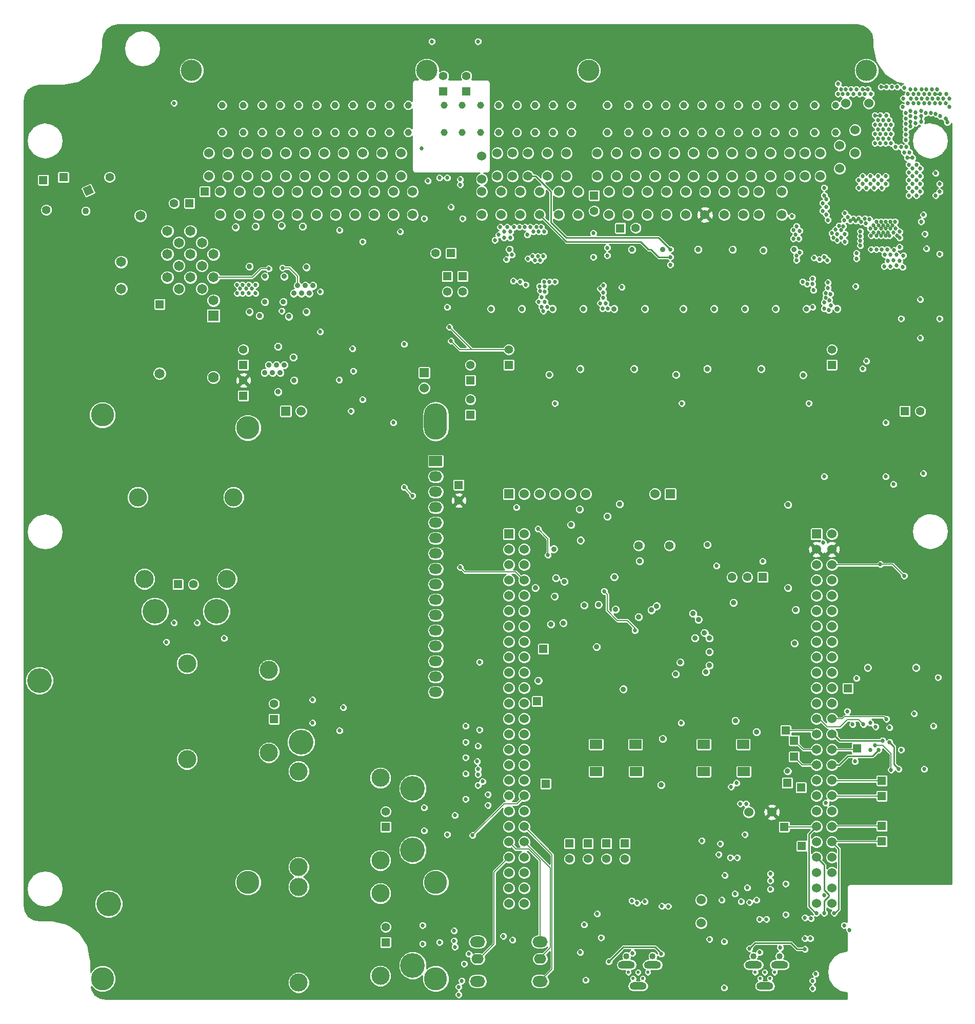
<source format=gbr>
G04 (created by PCBNEW (2013-07-07 BZR 4022)-stable) date 10/09/2014 21:54:22*
%MOIN*%
G04 Gerber Fmt 3.4, Leading zero omitted, Abs format*
%FSLAX34Y34*%
G01*
G70*
G90*
G04 APERTURE LIST*
%ADD10C,0.00393701*%
%ADD11C,0.15*%
%ADD12O,0.085X0.065*%
%ADD13R,0.085X0.065*%
%ADD14O,0.15X0.23622*%
%ADD15C,0.06*%
%ADD16C,0.0453*%
%ADD17C,0.1378*%
%ADD18R,0.055X0.055*%
%ADD19C,0.055*%
%ADD20R,0.06X0.06*%
%ADD21C,0.056*%
%ADD22R,0.0787402X0.0590551*%
%ADD23C,0.07*%
%ADD24R,0.07X0.07*%
%ADD25C,0.035*%
%ADD26C,0.022*%
%ADD27O,0.11X0.05*%
%ADD28C,0.04*%
%ADD29O,0.0787X0.063*%
%ADD30O,0.0984X0.0709*%
%ADD31C,0.1181*%
%ADD32C,0.16*%
%ADD33C,0.027*%
%ADD34C,0.043*%
%ADD35C,0.065*%
%ADD36C,0.006*%
%ADD37C,0.0085*%
G04 APERTURE END LIST*
G54D10*
G54D11*
X57295Y-42584D03*
X57295Y-72112D03*
X69500Y-72112D03*
G54D12*
X69500Y-58750D03*
X69500Y-59750D03*
G54D13*
X69500Y-44750D03*
G54D12*
X69500Y-45750D03*
X69500Y-46750D03*
X69500Y-47750D03*
X69500Y-48750D03*
X69500Y-49750D03*
X69500Y-50750D03*
X69500Y-51750D03*
X69500Y-52750D03*
X69500Y-53750D03*
X69500Y-54750D03*
X69500Y-55750D03*
X69500Y-56750D03*
X69500Y-57750D03*
G54D14*
X69500Y-42167D03*
G54D11*
X69500Y-78364D03*
X47845Y-41750D03*
X47846Y-78364D03*
G54D15*
X78000Y-24750D03*
X78000Y-26250D03*
X61000Y-24750D03*
X61000Y-26250D03*
X59750Y-24750D03*
X59750Y-26250D03*
X58500Y-24750D03*
X58500Y-26250D03*
X57250Y-24750D03*
X57250Y-26250D03*
X54750Y-24750D03*
X54750Y-26250D03*
X56000Y-24750D03*
X56000Y-26250D03*
X87000Y-27250D03*
X87000Y-28750D03*
G54D16*
X55621Y-21628D03*
X55621Y-23400D03*
X56998Y-23400D03*
X56998Y-21628D03*
X61762Y-21628D03*
X61762Y-23400D03*
X60581Y-23400D03*
X60581Y-21628D03*
X58219Y-21628D03*
X58219Y-23400D03*
X59400Y-23400D03*
X59400Y-21628D03*
X64124Y-21628D03*
X64124Y-23400D03*
X62943Y-23400D03*
X62943Y-21628D03*
X65305Y-21628D03*
X65305Y-23400D03*
X66486Y-23400D03*
X66486Y-21628D03*
X73592Y-21628D03*
X73592Y-23400D03*
X72411Y-23400D03*
X72411Y-21628D03*
X70049Y-21628D03*
X70049Y-23400D03*
X71230Y-23400D03*
X71230Y-21628D03*
X75955Y-21628D03*
X75955Y-23400D03*
X74774Y-23400D03*
X74774Y-21628D03*
X77136Y-21628D03*
X77136Y-23400D03*
X67707Y-21628D03*
X67707Y-23400D03*
X78317Y-23400D03*
X78317Y-21628D03*
X82036Y-23400D03*
X82036Y-21628D03*
X80658Y-23400D03*
X80658Y-21628D03*
X86801Y-23400D03*
X86801Y-21628D03*
X85620Y-23400D03*
X85620Y-21628D03*
X83258Y-23400D03*
X83258Y-21628D03*
X84439Y-23400D03*
X84439Y-21628D03*
X89163Y-23400D03*
X89163Y-21628D03*
X87982Y-23400D03*
X87982Y-21628D03*
X90344Y-23400D03*
X90344Y-21628D03*
X91525Y-23400D03*
X91525Y-21628D03*
X92746Y-23400D03*
X92746Y-21628D03*
X94124Y-23400D03*
X94124Y-21628D03*
G54D17*
X53632Y-19384D03*
X68927Y-19384D03*
X79439Y-19384D03*
G54D16*
X95502Y-23400D03*
X95502Y-21628D03*
G54D17*
X97490Y-19384D03*
G54D15*
X75500Y-24750D03*
X75500Y-26250D03*
X77500Y-27250D03*
X77500Y-28750D03*
X76750Y-24750D03*
X76750Y-26250D03*
X78750Y-27250D03*
X78750Y-28750D03*
X80750Y-27250D03*
X80750Y-28750D03*
X80000Y-24750D03*
X80000Y-26250D03*
X82000Y-27250D03*
X82000Y-28750D03*
X81250Y-24750D03*
X81250Y-26250D03*
X83250Y-27250D03*
X83250Y-28750D03*
X82500Y-24750D03*
X82500Y-26250D03*
X84500Y-27250D03*
X84500Y-28750D03*
X83750Y-24750D03*
X83750Y-26250D03*
X85750Y-27250D03*
X85750Y-28750D03*
X85000Y-24750D03*
X85000Y-26250D03*
X76250Y-27250D03*
X76250Y-28750D03*
X86250Y-24750D03*
X86250Y-26250D03*
X88250Y-27250D03*
X88250Y-28750D03*
X87500Y-24750D03*
X87500Y-26250D03*
X89500Y-27250D03*
X89500Y-28750D03*
X88750Y-24750D03*
X88750Y-26250D03*
X90500Y-27250D03*
X90500Y-28750D03*
X90000Y-24750D03*
X90000Y-26250D03*
X92000Y-27250D03*
X92000Y-28750D03*
X91250Y-24750D03*
X91250Y-26250D03*
X93500Y-24750D03*
X93500Y-26250D03*
X92500Y-24750D03*
X92500Y-26250D03*
X95750Y-24250D03*
X95750Y-25750D03*
X94500Y-24750D03*
X94500Y-26250D03*
X96750Y-23250D03*
X96750Y-24750D03*
X96150Y-21500D03*
X97650Y-21500D03*
X65500Y-27250D03*
X65500Y-28750D03*
X56750Y-27250D03*
X56750Y-28750D03*
X58000Y-27250D03*
X58000Y-28750D03*
X59250Y-27250D03*
X59250Y-28750D03*
X60500Y-27250D03*
X60500Y-28750D03*
X61750Y-27250D03*
X61750Y-28750D03*
X63000Y-27250D03*
X63000Y-28750D03*
X62250Y-24750D03*
X62250Y-26250D03*
X64250Y-27250D03*
X64250Y-28750D03*
X63500Y-24750D03*
X63500Y-26250D03*
X55500Y-27250D03*
X55500Y-28750D03*
X64750Y-24750D03*
X64750Y-26250D03*
X66750Y-27250D03*
X66750Y-28750D03*
X66000Y-24750D03*
X66000Y-26250D03*
X68000Y-27250D03*
X68000Y-28750D03*
X67250Y-24750D03*
X67250Y-26250D03*
X72500Y-27250D03*
X72500Y-28750D03*
X72500Y-24950D03*
X72500Y-26450D03*
G54D18*
X74250Y-38500D03*
G54D19*
X74250Y-37500D03*
G54D18*
X95250Y-38500D03*
G54D19*
X95250Y-37500D03*
G54D18*
X70500Y-31250D03*
G54D19*
X69500Y-31250D03*
G54D18*
X78200Y-69584D03*
G54D19*
X78200Y-70584D03*
G54D18*
X79400Y-69584D03*
G54D19*
X79400Y-70584D03*
G54D18*
X80600Y-69584D03*
G54D19*
X80600Y-70584D03*
G54D18*
X81800Y-69584D03*
G54D19*
X81800Y-70584D03*
G54D18*
X90750Y-52284D03*
G54D19*
X89750Y-52284D03*
X88750Y-52284D03*
G54D20*
X74250Y-49484D03*
G54D15*
X75250Y-49484D03*
X74250Y-50484D03*
X75250Y-50484D03*
X74250Y-51484D03*
X75250Y-51484D03*
X74250Y-52484D03*
X75250Y-52484D03*
X74250Y-53484D03*
X75250Y-53484D03*
X74250Y-54484D03*
X75250Y-54484D03*
X74250Y-55484D03*
X75250Y-55484D03*
X74250Y-56484D03*
X75250Y-56484D03*
X74250Y-57484D03*
X75250Y-57484D03*
X74250Y-58484D03*
X75250Y-58484D03*
X74250Y-59484D03*
X75250Y-59484D03*
X74250Y-60484D03*
X75250Y-60484D03*
X74250Y-61484D03*
X75250Y-61484D03*
X74250Y-62484D03*
X75250Y-62484D03*
X74250Y-63484D03*
X75250Y-63484D03*
X74250Y-64484D03*
X75250Y-64484D03*
X74250Y-65484D03*
X75250Y-65484D03*
X74250Y-66484D03*
X75250Y-66484D03*
X74250Y-67484D03*
X75250Y-67484D03*
X74250Y-68484D03*
X75250Y-68484D03*
X74250Y-69484D03*
X75250Y-69484D03*
X74250Y-70484D03*
X75250Y-70484D03*
X74250Y-71484D03*
X75250Y-71484D03*
X74250Y-72484D03*
X75250Y-72484D03*
X74250Y-73484D03*
X75250Y-73484D03*
G54D20*
X94250Y-49484D03*
G54D15*
X95250Y-49484D03*
X94250Y-50484D03*
X95250Y-50484D03*
X94250Y-51484D03*
X95250Y-51484D03*
X94250Y-52484D03*
X95250Y-52484D03*
X94250Y-53484D03*
X95250Y-53484D03*
X94250Y-54484D03*
X95250Y-54484D03*
X94250Y-55484D03*
X95250Y-55484D03*
X94250Y-56484D03*
X95250Y-56484D03*
X94250Y-57484D03*
X95250Y-57484D03*
X94250Y-58484D03*
X95250Y-58484D03*
X94250Y-59484D03*
X95250Y-59484D03*
X94250Y-60484D03*
X95250Y-60484D03*
X94250Y-61484D03*
X95250Y-61484D03*
X94250Y-62484D03*
X95250Y-62484D03*
X94250Y-63484D03*
X95250Y-63484D03*
X94250Y-64484D03*
X95250Y-64484D03*
X94250Y-65484D03*
X95250Y-65484D03*
X94250Y-66484D03*
X95250Y-66484D03*
X94250Y-67484D03*
X95250Y-67484D03*
X94250Y-68484D03*
X95250Y-68484D03*
X94250Y-69484D03*
X95250Y-69484D03*
X94250Y-70484D03*
X95250Y-70484D03*
X94250Y-71484D03*
X95250Y-71484D03*
X94250Y-72484D03*
X95250Y-72484D03*
X94250Y-73484D03*
X95250Y-73484D03*
G54D20*
X84750Y-46884D03*
G54D15*
X83750Y-46884D03*
G54D20*
X74250Y-46884D03*
G54D15*
X75250Y-46884D03*
X76250Y-46884D03*
X77250Y-46884D03*
X78250Y-46884D03*
X79250Y-46884D03*
G54D21*
X82700Y-50234D03*
X84700Y-50234D03*
G54D22*
X86920Y-63148D03*
X89479Y-63148D03*
X89518Y-64919D03*
X86920Y-64919D03*
X79920Y-63148D03*
X82479Y-63148D03*
X82518Y-64919D03*
X79920Y-64919D03*
G54D18*
X51556Y-34560D03*
G54D23*
X55056Y-39310D03*
G54D24*
X55056Y-35310D03*
G54D10*
G36*
X46782Y-27541D02*
X46550Y-27043D01*
X47048Y-26810D01*
X47281Y-27309D01*
X46782Y-27541D01*
X46782Y-27541D01*
G37*
G54D19*
X44196Y-28443D03*
G54D18*
X45306Y-26310D03*
G54D19*
X48306Y-26310D03*
G54D18*
X53500Y-28000D03*
G54D19*
X52500Y-28000D03*
G54D20*
X59750Y-41500D03*
G54D15*
X60750Y-41500D03*
G54D18*
X71750Y-41750D03*
G54D19*
X71750Y-40750D03*
G54D18*
X71750Y-39500D03*
G54D19*
X71750Y-38500D03*
G54D25*
X97576Y-58158D03*
X100725Y-58158D03*
G54D18*
X81500Y-29625D03*
G54D19*
X82500Y-29600D03*
G54D18*
X79800Y-27500D03*
G54D19*
X79800Y-28500D03*
G54D18*
X100000Y-41500D03*
G54D19*
X101000Y-41500D03*
G54D18*
X57000Y-38500D03*
G54D19*
X57000Y-37500D03*
G54D18*
X57000Y-40500D03*
G54D19*
X57000Y-39500D03*
G54D20*
X68750Y-39000D03*
G54D15*
X68750Y-40000D03*
X74500Y-24750D03*
X74500Y-26250D03*
X75000Y-27250D03*
X75000Y-28750D03*
X73500Y-24750D03*
X73500Y-26250D03*
X73750Y-27250D03*
X73750Y-28750D03*
G54D26*
X82020Y-77953D03*
X82335Y-78346D03*
X82650Y-77953D03*
X82964Y-78346D03*
X83279Y-77953D03*
G54D27*
X82650Y-78838D03*
X81901Y-77461D03*
X83594Y-77461D03*
G54D28*
X81900Y-76900D03*
X83600Y-76900D03*
X90150Y-76900D03*
X91850Y-76900D03*
G54D26*
X90270Y-77953D03*
X90585Y-78346D03*
X90900Y-77953D03*
X91214Y-78346D03*
X91529Y-77953D03*
G54D27*
X90900Y-78838D03*
X90151Y-77461D03*
X91844Y-77461D03*
G54D18*
X71500Y-20750D03*
G54D19*
X71500Y-19750D03*
G54D18*
X70000Y-20750D03*
G54D19*
X70000Y-19750D03*
G54D29*
X72222Y-77072D03*
X76278Y-77072D03*
G54D30*
X76278Y-75970D03*
X72222Y-75970D03*
X76278Y-78530D03*
X72222Y-78530D03*
G54D18*
X70250Y-32750D03*
G54D19*
X70250Y-33750D03*
G54D18*
X71250Y-32750D03*
G54D19*
X71250Y-33750D03*
G54D18*
X71000Y-46300D03*
G54D19*
X71000Y-47300D03*
G54D18*
X92800Y-62900D03*
X93300Y-69750D03*
X96300Y-59500D03*
X92250Y-62250D03*
X96900Y-63400D03*
X92800Y-63950D03*
X98500Y-65500D03*
X92350Y-65650D03*
X98500Y-66500D03*
X93250Y-65950D03*
X76650Y-65700D03*
X76100Y-60350D03*
X76500Y-56950D03*
X98500Y-68450D03*
X92150Y-68500D03*
X98500Y-69450D03*
G54D31*
X60593Y-78610D03*
X60593Y-72390D03*
X65907Y-78177D03*
X65907Y-72823D03*
G54D18*
X66250Y-76000D03*
G54D19*
X66250Y-75000D03*
G54D32*
X68000Y-77500D03*
X48250Y-73500D03*
G54D31*
X60593Y-71110D03*
X60593Y-64890D03*
X65907Y-70677D03*
X65907Y-65323D03*
G54D18*
X66250Y-68500D03*
G54D19*
X66250Y-67500D03*
G54D32*
X68000Y-70000D03*
X68000Y-66000D03*
G54D31*
X53343Y-64110D03*
X53343Y-57890D03*
X58657Y-63677D03*
X58657Y-58323D03*
G54D18*
X59000Y-61500D03*
G54D19*
X59000Y-60500D03*
G54D32*
X43750Y-59000D03*
X60750Y-63000D03*
G54D31*
X50140Y-47093D03*
X56360Y-47093D03*
X50573Y-52407D03*
X55927Y-52407D03*
G54D18*
X52750Y-52750D03*
G54D19*
X53750Y-52750D03*
G54D32*
X55250Y-54500D03*
X51250Y-54500D03*
G54D18*
X54500Y-27250D03*
X44000Y-26500D03*
G54D15*
X86750Y-73250D03*
X86750Y-74750D03*
X89850Y-67550D03*
X91350Y-67550D03*
G54D25*
X76170Y-59004D03*
X77800Y-55259D03*
G54D33*
X84750Y-32000D03*
X94750Y-45750D03*
X62800Y-40550D03*
X68250Y-33750D03*
X68500Y-38000D03*
X63000Y-42250D03*
X91200Y-68700D03*
X84500Y-72500D03*
X72750Y-33750D03*
X101250Y-65500D03*
X70400Y-17600D03*
X71800Y-17600D03*
X93000Y-40250D03*
X84000Y-41000D03*
X75800Y-41000D03*
X71500Y-30250D03*
X68500Y-30250D03*
X76950Y-33950D03*
X77300Y-33950D03*
X75100Y-33950D03*
X74600Y-32350D03*
X93000Y-33632D03*
X45250Y-38750D03*
X45500Y-39000D03*
X45750Y-39250D03*
X46000Y-39500D03*
X45000Y-38500D03*
X44750Y-38250D03*
X69600Y-27450D03*
X72250Y-65800D03*
X64000Y-41500D03*
X64750Y-40750D03*
X67200Y-29850D03*
X63250Y-29750D03*
X67450Y-46450D03*
X68000Y-47000D03*
X71100Y-51650D03*
G54D34*
X46750Y-28500D03*
G54D25*
X83866Y-54158D03*
X75975Y-52984D03*
X80073Y-54068D03*
X77850Y-52564D03*
X77235Y-53529D03*
G54D33*
X52500Y-55250D03*
X68750Y-68750D03*
X61500Y-61750D03*
X99600Y-64750D03*
X99000Y-63000D03*
X68650Y-76100D03*
X99950Y-52200D03*
X99000Y-62050D03*
X98400Y-51450D03*
X97250Y-38750D03*
X84750Y-31500D03*
X98750Y-42250D03*
X97500Y-38250D03*
X84750Y-31000D03*
X97750Y-61750D03*
X97750Y-63500D03*
X101200Y-45550D03*
X96250Y-61000D03*
X62000Y-33750D03*
X59500Y-35000D03*
X96050Y-74900D03*
X71450Y-66700D03*
X71450Y-65050D03*
X73900Y-75600D03*
X96400Y-75200D03*
G54D25*
X85400Y-57821D03*
G54D33*
X71450Y-64000D03*
X71450Y-61950D03*
X71450Y-63000D03*
G54D25*
X58400Y-32755D03*
X57400Y-32105D03*
X61100Y-32155D03*
X59650Y-32755D03*
X60250Y-38005D03*
X59250Y-37305D03*
X86225Y-54634D03*
X86576Y-55038D03*
G54D33*
X80450Y-53200D03*
X76800Y-50850D03*
X82450Y-55750D03*
X74750Y-47750D03*
X76150Y-49150D03*
X101400Y-30950D03*
X101050Y-29200D03*
X99850Y-21750D03*
X102250Y-31300D03*
X91250Y-71550D03*
X91250Y-72000D03*
X98300Y-63500D03*
X91000Y-74500D03*
X90550Y-74500D03*
X88950Y-72850D03*
X88300Y-71650D03*
X89900Y-73400D03*
X91250Y-72550D03*
X90550Y-76650D03*
X94700Y-50050D03*
X94750Y-72950D03*
G54D25*
X92825Y-56584D03*
G54D33*
X84610Y-73660D03*
X89680Y-66990D03*
X88700Y-65900D03*
X82250Y-73300D03*
X89050Y-65650D03*
X83100Y-73350D03*
X82300Y-76700D03*
X84200Y-73650D03*
X89300Y-67000D03*
X72250Y-65100D03*
X72900Y-66400D03*
X72550Y-65550D03*
X72900Y-67100D03*
X52000Y-56500D03*
X63250Y-62250D03*
X70250Y-69000D03*
X69750Y-76000D03*
X99750Y-63500D03*
X70750Y-76300D03*
X98550Y-62900D03*
G54D25*
X87284Y-56253D03*
G54D33*
X98800Y-61500D03*
X88650Y-70500D03*
X87900Y-70300D03*
X94850Y-66950D03*
X93850Y-75750D03*
X93900Y-74450D03*
X74500Y-75850D03*
X70250Y-34750D03*
X78900Y-76650D03*
X93500Y-74400D03*
X93500Y-75750D03*
G54D25*
X90350Y-62334D03*
X85095Y-58580D03*
X87289Y-58019D03*
X87058Y-58451D03*
X87289Y-57143D03*
G54D33*
X72250Y-63250D03*
X72200Y-64250D03*
X72250Y-64750D03*
X72350Y-57800D03*
X72350Y-62200D03*
X90750Y-51250D03*
G54D25*
X88850Y-53934D03*
X77175Y-50459D03*
X81700Y-59559D03*
X88975Y-61609D03*
X84150Y-65784D03*
X81185Y-54384D03*
X83522Y-54423D03*
G54D33*
X70700Y-75900D03*
X71900Y-69050D03*
X99100Y-64800D03*
X93500Y-76450D03*
X89900Y-76400D03*
X84150Y-76750D03*
X80750Y-77250D03*
X98050Y-63200D03*
X97300Y-61850D03*
X71650Y-76750D03*
X70700Y-75250D03*
X55750Y-56250D03*
X63500Y-60750D03*
X70750Y-67750D03*
X71350Y-77400D03*
X94200Y-78050D03*
X94250Y-74100D03*
X71200Y-78500D03*
G54D25*
X86969Y-55895D03*
G54D33*
X94750Y-74100D03*
X94000Y-78500D03*
X71000Y-78900D03*
X95400Y-74100D03*
X94000Y-79000D03*
X71000Y-79400D03*
G54D25*
X86351Y-56242D03*
G54D33*
X72250Y-17500D03*
X69250Y-17500D03*
X88000Y-69600D03*
X89100Y-70500D03*
X86800Y-69400D03*
X89750Y-72450D03*
X64750Y-30500D03*
X102250Y-35500D03*
X99750Y-35500D03*
X101000Y-34250D03*
X101000Y-36750D03*
X87750Y-51550D03*
X54000Y-55250D03*
X68750Y-67250D03*
X61500Y-60250D03*
X99400Y-24350D03*
X100150Y-25050D03*
X100300Y-24700D03*
X99950Y-24700D03*
X100100Y-24350D03*
X99750Y-24350D03*
X100500Y-25050D03*
X98750Y-23500D03*
X98400Y-23500D03*
X98800Y-22300D03*
X98950Y-22600D03*
X98600Y-22600D03*
X98250Y-22600D03*
X98050Y-22900D03*
X98400Y-22900D03*
X98750Y-22900D03*
X99100Y-22900D03*
X98950Y-23200D03*
X98600Y-23200D03*
X98250Y-23200D03*
X98050Y-23500D03*
X100050Y-23200D03*
X100050Y-22850D03*
X100050Y-22500D03*
X100050Y-22150D03*
X102300Y-22350D03*
X102000Y-22200D03*
X100700Y-22450D03*
X100700Y-22800D03*
X100350Y-22700D03*
X100350Y-23000D03*
X100350Y-22350D03*
X100350Y-22000D03*
X100700Y-22100D03*
X101050Y-22000D03*
X101050Y-22350D03*
X101050Y-22700D03*
X101350Y-22150D03*
X101700Y-22150D03*
X102650Y-22500D03*
X102750Y-22750D03*
X100050Y-23550D03*
X100050Y-23900D03*
X99100Y-23500D03*
X98950Y-23800D03*
X98600Y-23800D03*
X98250Y-23800D03*
X98050Y-24100D03*
X98400Y-24100D03*
X98750Y-24100D03*
X98400Y-22300D03*
X98050Y-22300D03*
X102300Y-21500D03*
X102650Y-21500D03*
X100550Y-21500D03*
X100200Y-21500D03*
X99900Y-21200D03*
X101950Y-21500D03*
X101600Y-21500D03*
X101250Y-21500D03*
X100900Y-21500D03*
X101450Y-21200D03*
X101800Y-21200D03*
X101100Y-21200D03*
X100750Y-21200D03*
X100400Y-21200D03*
X100200Y-20900D03*
X100550Y-20900D03*
X100900Y-20900D03*
X99950Y-20500D03*
X100350Y-20600D03*
X100700Y-20600D03*
X101100Y-20600D03*
X101400Y-20600D03*
X101750Y-20600D03*
X102100Y-20600D03*
X102700Y-20900D03*
X102300Y-20900D03*
X101950Y-20900D03*
X101600Y-20900D03*
X101250Y-20900D03*
X99500Y-20450D03*
X99150Y-20450D03*
X102900Y-21750D03*
X102900Y-21200D03*
X102500Y-21200D03*
X102150Y-21200D03*
X97800Y-20900D03*
X97400Y-20900D03*
X97050Y-20900D03*
X96650Y-20900D03*
X95650Y-20900D03*
X95650Y-20250D03*
X95850Y-20600D03*
X95950Y-20900D03*
X96300Y-20900D03*
X96150Y-20600D03*
X96500Y-20600D03*
X97600Y-20600D03*
X97250Y-20600D03*
X96850Y-20600D03*
X98800Y-20450D03*
X98450Y-20450D03*
X102250Y-26750D03*
X102250Y-27250D03*
X102000Y-27500D03*
X99200Y-29450D03*
X98900Y-29450D03*
X98600Y-29450D03*
X98300Y-29450D03*
X97950Y-29450D03*
X98150Y-29200D03*
X98450Y-29200D03*
X98750Y-29200D03*
X99050Y-29200D03*
X99350Y-29200D03*
X97800Y-30100D03*
X98150Y-30100D03*
X98450Y-30100D03*
X98750Y-30100D03*
X99000Y-30100D03*
X99250Y-29900D03*
X98900Y-29900D03*
X98600Y-29900D03*
X98300Y-29900D03*
X97950Y-29900D03*
X97750Y-29650D03*
X98100Y-29650D03*
X98450Y-29650D03*
X98750Y-29650D03*
X99050Y-29650D03*
X99400Y-29650D03*
X99650Y-29850D03*
X99500Y-30100D03*
X99650Y-30250D03*
X68650Y-74900D03*
X99100Y-24100D03*
X98100Y-62000D03*
X102150Y-58800D03*
X96850Y-58850D03*
X96600Y-61850D03*
X101850Y-61950D03*
X100600Y-61150D03*
X64150Y-38900D03*
X67450Y-37150D03*
X64100Y-37450D03*
X63225Y-39475D03*
X80000Y-74150D03*
X79150Y-74850D03*
X101250Y-64750D03*
X96750Y-64250D03*
X88250Y-78950D03*
X88250Y-75950D03*
X82600Y-73450D03*
X85500Y-41000D03*
X93750Y-41000D03*
X77250Y-41000D03*
X59550Y-32200D03*
G54D35*
X54306Y-32060D03*
X55056Y-32810D03*
G54D33*
X58650Y-32250D03*
X70500Y-36950D03*
X70400Y-36050D03*
X85450Y-61750D03*
X76500Y-31450D03*
X76300Y-31700D03*
X75950Y-31700D03*
X75500Y-31600D03*
X75800Y-31450D03*
X76150Y-31450D03*
X87300Y-75800D03*
X92250Y-72200D03*
X92250Y-74200D03*
X98750Y-45750D03*
X56600Y-33300D03*
X56950Y-33300D03*
X57350Y-33300D03*
X57800Y-33300D03*
X57550Y-33550D03*
X57200Y-33550D03*
X56800Y-33555D03*
X56600Y-33850D03*
X56950Y-33850D03*
X57350Y-33850D03*
X57800Y-33850D03*
X62000Y-36350D03*
X70500Y-28250D03*
X68750Y-29000D03*
X71250Y-29000D03*
X91900Y-76350D03*
X89350Y-73350D03*
X88100Y-73250D03*
X79250Y-78450D03*
X80250Y-75700D03*
X99250Y-46250D03*
X73350Y-30400D03*
X73600Y-30050D03*
X73700Y-29550D03*
X74150Y-29550D03*
X73950Y-29850D03*
X73950Y-30250D03*
X74350Y-30250D03*
X74350Y-29850D03*
X74600Y-29550D03*
X74950Y-29550D03*
X75300Y-29550D03*
X75650Y-29550D03*
X76050Y-29550D03*
X76350Y-29550D03*
X76550Y-29850D03*
X76200Y-29850D03*
X75850Y-29850D03*
X75450Y-30050D03*
X66750Y-42250D03*
X79750Y-29950D03*
X81600Y-33450D03*
X80700Y-34850D03*
X80350Y-34850D03*
X80200Y-34500D03*
X80550Y-34500D03*
X80400Y-34150D03*
X80400Y-33800D03*
X80200Y-33550D03*
X80400Y-33350D03*
X74100Y-31650D03*
X74450Y-31350D03*
X80650Y-30900D03*
X80650Y-31400D03*
X76500Y-35000D03*
X76400Y-34750D03*
X76750Y-34750D03*
X76200Y-34400D03*
X76600Y-34400D03*
X76400Y-34100D03*
X76300Y-33700D03*
X76600Y-33750D03*
X76600Y-33400D03*
X77250Y-33100D03*
X76900Y-33100D03*
X76550Y-33100D03*
X76250Y-33400D03*
X74550Y-33050D03*
X75000Y-33100D03*
X75350Y-33300D03*
X93100Y-30300D03*
X92750Y-30300D03*
X92900Y-30050D03*
X93150Y-29800D03*
X92750Y-29750D03*
X92950Y-29500D03*
X92650Y-28850D03*
X96800Y-33400D03*
G54D25*
X93600Y-34857D03*
X92800Y-31007D03*
G54D33*
X92950Y-31700D03*
X92950Y-31400D03*
X93150Y-31200D03*
X94000Y-32900D03*
X94100Y-31550D03*
X94450Y-31650D03*
X94750Y-31500D03*
X94950Y-31700D03*
X94000Y-33250D03*
X93350Y-33100D03*
X93650Y-33250D03*
X94050Y-33650D03*
X94750Y-34850D03*
X95050Y-34950D03*
X95200Y-34650D03*
X94750Y-34450D03*
X95100Y-34300D03*
X94850Y-34150D03*
X95150Y-33900D03*
X94850Y-33850D03*
X95000Y-33150D03*
X95000Y-33500D03*
X101300Y-30000D03*
X99850Y-32150D03*
X99900Y-31400D03*
X99650Y-31750D03*
X99450Y-32050D03*
X99050Y-32100D03*
X98650Y-32100D03*
X98900Y-31750D03*
X99250Y-31700D03*
X99650Y-30850D03*
X99450Y-31350D03*
X99300Y-31050D03*
X99050Y-31350D03*
X98700Y-31350D03*
X98850Y-31000D03*
X98500Y-31000D03*
X98150Y-31000D03*
X97800Y-31000D03*
X97700Y-29050D03*
X97450Y-29300D03*
X97400Y-29000D03*
X97150Y-29200D03*
X97000Y-29000D03*
X96800Y-29150D03*
X96650Y-29000D03*
X96450Y-29150D03*
X96300Y-28900D03*
X96100Y-28650D03*
X96050Y-29100D03*
X96850Y-31600D03*
X96850Y-31250D03*
X97100Y-30750D03*
X97100Y-30450D03*
X97100Y-30150D03*
X97100Y-29837D03*
X96100Y-30500D03*
X96100Y-30000D03*
X96000Y-29500D03*
X95850Y-29750D03*
X95600Y-30000D03*
X95850Y-30250D03*
X95713Y-29463D03*
X95500Y-29700D03*
X95240Y-29950D03*
X95347Y-30252D03*
X95600Y-30400D03*
X95000Y-29100D03*
X94750Y-27000D03*
X94750Y-27500D03*
X94650Y-28500D03*
X94650Y-28000D03*
X94900Y-27750D03*
X94900Y-28250D03*
X94900Y-28750D03*
X101000Y-27250D03*
X101000Y-26750D03*
X101000Y-26250D03*
X101000Y-25750D03*
X100750Y-25500D03*
X100750Y-26000D03*
X100750Y-26500D03*
X100750Y-27000D03*
X100250Y-27500D03*
X100750Y-27500D03*
X100500Y-27250D03*
X100500Y-26750D03*
X100500Y-26250D03*
X100500Y-25750D03*
X100250Y-25500D03*
X100250Y-26000D03*
X100250Y-26500D03*
X100250Y-27000D03*
X98750Y-26250D03*
X98250Y-26250D03*
X97750Y-26250D03*
X97250Y-26250D03*
X97000Y-26500D03*
X97500Y-26500D03*
X98000Y-26500D03*
X98500Y-26500D03*
X98750Y-26750D03*
X98500Y-27000D03*
X98250Y-26750D03*
X98000Y-27000D03*
X97750Y-26750D03*
X97500Y-27000D03*
X97250Y-26750D03*
X97000Y-27000D03*
X79750Y-31500D03*
X94000Y-34750D03*
X52500Y-21500D03*
G54D25*
X92370Y-64884D03*
X77310Y-52344D03*
X79961Y-56815D03*
X92400Y-52984D03*
X92900Y-54409D03*
X87150Y-50184D03*
X82750Y-51234D03*
X92400Y-47584D03*
X81107Y-52276D03*
X78300Y-48884D03*
X81450Y-47534D03*
X80650Y-48334D03*
X78850Y-47884D03*
X78914Y-49892D03*
G54D35*
X51556Y-39060D03*
X49056Y-33560D03*
X49056Y-31810D03*
X52056Y-31310D03*
X52056Y-29810D03*
X53556Y-29810D03*
X52806Y-30560D03*
X53556Y-31310D03*
X52806Y-32060D03*
X52056Y-32810D03*
X52806Y-33560D03*
X53556Y-32810D03*
X55056Y-34310D03*
X54306Y-33560D03*
X55056Y-31310D03*
X54306Y-30560D03*
X50306Y-28810D03*
G54D25*
X90800Y-31057D03*
X88800Y-31007D03*
X86550Y-31007D03*
X84250Y-31007D03*
X82250Y-31007D03*
X74300Y-31007D03*
X78900Y-38757D03*
X73100Y-34857D03*
X75100Y-34857D03*
X77100Y-34857D03*
X79100Y-34857D03*
X81100Y-34857D03*
X83100Y-34857D03*
X85600Y-34857D03*
X87600Y-34857D03*
X89600Y-34857D03*
X91600Y-34857D03*
X82400Y-38757D03*
X87150Y-38757D03*
X90650Y-38757D03*
X95600Y-34857D03*
X93375Y-39157D03*
X85125Y-39132D03*
X76875Y-39132D03*
X60275Y-33855D03*
X60525Y-33355D03*
X60775Y-33855D03*
X61025Y-33355D03*
X61275Y-33855D03*
X61525Y-33355D03*
X59650Y-38505D03*
X59400Y-39005D03*
X59150Y-38505D03*
X58900Y-39005D03*
X58650Y-38505D03*
X58375Y-39005D03*
X57800Y-29505D03*
X59475Y-29455D03*
X60850Y-29505D03*
X56500Y-29555D03*
X58050Y-35305D03*
X59950Y-35355D03*
X59600Y-34405D03*
X58400Y-34405D03*
X57400Y-35055D03*
X61100Y-35055D03*
X59250Y-40255D03*
X60300Y-39505D03*
G54D33*
X101200Y-28750D03*
X102000Y-26050D03*
X89600Y-69000D03*
X90350Y-73250D03*
X71100Y-26450D03*
X69000Y-26550D03*
X69750Y-26350D03*
X68600Y-24450D03*
X71100Y-26800D03*
X70250Y-26350D03*
G54D25*
X82689Y-54867D03*
X79150Y-54115D03*
X76993Y-55349D03*
X84250Y-62784D03*
G54D36*
X75250Y-52484D02*
X75234Y-52484D01*
X68000Y-47000D02*
X67450Y-46450D01*
X71400Y-51950D02*
X71100Y-51650D01*
X74700Y-51950D02*
X71400Y-51950D01*
X75234Y-52484D02*
X74700Y-51950D01*
G54D37*
X99300Y-64450D02*
X99600Y-64750D01*
X99300Y-63300D02*
X99300Y-64450D01*
X99000Y-63000D02*
X99300Y-63300D01*
G54D36*
X98400Y-51450D02*
X99200Y-51450D01*
X99200Y-51450D02*
X99950Y-52200D01*
X95250Y-51484D02*
X98366Y-51484D01*
X98366Y-51484D02*
X98400Y-51450D01*
G54D37*
X78000Y-30500D02*
X76250Y-28750D01*
X84750Y-31500D02*
X84000Y-31500D01*
X84000Y-31500D02*
X83500Y-31000D01*
X83500Y-31000D02*
X83329Y-31000D01*
X83329Y-31000D02*
X82829Y-30500D01*
X82829Y-30500D02*
X78000Y-30500D01*
X84750Y-31000D02*
X84000Y-30250D01*
X84000Y-30250D02*
X78000Y-30250D01*
X78000Y-30250D02*
X77000Y-29250D01*
X77000Y-29250D02*
X77000Y-27250D01*
X77000Y-27250D02*
X76000Y-26250D01*
X76000Y-26250D02*
X75500Y-26250D01*
G54D36*
X76800Y-50850D02*
X76800Y-49800D01*
X82450Y-55600D02*
X81950Y-55100D01*
X81950Y-55100D02*
X81300Y-55100D01*
X81300Y-55100D02*
X80650Y-54450D01*
X80650Y-54450D02*
X80650Y-53400D01*
X80650Y-53400D02*
X80450Y-53200D01*
X82450Y-55750D02*
X82450Y-55600D01*
X76800Y-49800D02*
X76150Y-49150D01*
X92250Y-62250D02*
X94016Y-62250D01*
X94016Y-62250D02*
X94250Y-62484D01*
G54D37*
X95250Y-64484D02*
X95716Y-64484D01*
X97900Y-63900D02*
X98300Y-63500D01*
X96300Y-63900D02*
X97900Y-63900D01*
X95716Y-64484D02*
X96300Y-63900D01*
G54D36*
X98500Y-68450D02*
X95284Y-68450D01*
X95284Y-68450D02*
X95250Y-68484D01*
G54D37*
X95250Y-62484D02*
X95334Y-62484D01*
X95750Y-62900D02*
X98550Y-62900D01*
X95334Y-62484D02*
X95750Y-62900D01*
G54D36*
X95250Y-61484D02*
X95916Y-61484D01*
X98650Y-61350D02*
X98800Y-61500D01*
X96050Y-61350D02*
X98650Y-61350D01*
X95916Y-61484D02*
X96050Y-61350D01*
X98500Y-66500D02*
X95266Y-66500D01*
X95266Y-66500D02*
X95250Y-66484D01*
X76278Y-77072D02*
X76278Y-77022D01*
X76950Y-71184D02*
X75250Y-69484D01*
X76950Y-76350D02*
X76950Y-71184D01*
X76278Y-77022D02*
X76950Y-76350D01*
X72222Y-77072D02*
X72327Y-77072D01*
X73300Y-71434D02*
X74250Y-70484D01*
X73300Y-76100D02*
X73300Y-71434D01*
X72327Y-77072D02*
X73300Y-76100D01*
X98500Y-65500D02*
X95266Y-65500D01*
X95266Y-65500D02*
X95250Y-65484D01*
X94250Y-64484D02*
X93334Y-64484D01*
X93334Y-64484D02*
X92800Y-63950D01*
X94250Y-63484D02*
X93384Y-63484D01*
X93384Y-63484D02*
X92800Y-62900D01*
X95250Y-63484D02*
X96816Y-63484D01*
X96816Y-63484D02*
X96900Y-63400D01*
X76278Y-78530D02*
X76278Y-78522D01*
X77070Y-70304D02*
X75250Y-68484D01*
X77070Y-77729D02*
X77070Y-70304D01*
X76278Y-78522D02*
X77070Y-77729D01*
X76278Y-75970D02*
X76278Y-70681D01*
X74716Y-69950D02*
X74250Y-69484D01*
X75546Y-69950D02*
X74716Y-69950D01*
X76278Y-70681D02*
X75546Y-69950D01*
X75250Y-66484D02*
X75250Y-66550D01*
X73950Y-67000D02*
X71900Y-69050D01*
X74800Y-67000D02*
X73950Y-67000D01*
X75250Y-66550D02*
X74800Y-67000D01*
X99100Y-64800D02*
X99100Y-63750D01*
G54D37*
X93000Y-76450D02*
X93500Y-76450D01*
X92600Y-76050D02*
X93000Y-76450D01*
X90250Y-76050D02*
X92600Y-76050D01*
X89900Y-76400D02*
X90250Y-76050D01*
X84150Y-76700D02*
X84150Y-76750D01*
X83750Y-76300D02*
X84150Y-76700D01*
X81700Y-76300D02*
X83750Y-76300D01*
X80750Y-77250D02*
X81700Y-76300D01*
G54D36*
X98550Y-63200D02*
X98050Y-63200D01*
X99100Y-63750D02*
X98550Y-63200D01*
X94250Y-61484D02*
X94434Y-61484D01*
X94434Y-61484D02*
X94950Y-62000D01*
X94950Y-62000D02*
X95800Y-62000D01*
X95800Y-62000D02*
X96250Y-61550D01*
X96250Y-61550D02*
X97000Y-61550D01*
X97000Y-61550D02*
X97300Y-61850D01*
G54D37*
X94250Y-74100D02*
X94200Y-74100D01*
X93750Y-68984D02*
X94250Y-68484D01*
X93750Y-73650D02*
X93750Y-68984D01*
X94200Y-74100D02*
X93750Y-73650D01*
G54D36*
X92150Y-68500D02*
X94234Y-68500D01*
X94234Y-68500D02*
X94250Y-68484D01*
G54D37*
X94750Y-74100D02*
X94750Y-73300D01*
X94750Y-70984D02*
X94250Y-70484D01*
X94750Y-72600D02*
X94750Y-70984D01*
X95050Y-72900D02*
X94750Y-72600D01*
X95050Y-73000D02*
X95050Y-72900D01*
X94750Y-73300D02*
X95050Y-73000D01*
X95400Y-74100D02*
X95450Y-74100D01*
X95700Y-69934D02*
X95250Y-69484D01*
X95700Y-73850D02*
X95700Y-69934D01*
X95450Y-74100D02*
X95700Y-73850D01*
G54D36*
X98500Y-69450D02*
X95284Y-69450D01*
X95284Y-69450D02*
X95250Y-69484D01*
G54D37*
X100150Y-25050D02*
X100500Y-25050D01*
X100350Y-22700D02*
X100350Y-23000D01*
X101050Y-22350D02*
X101050Y-22700D01*
X102750Y-22600D02*
X102750Y-22750D01*
X102650Y-22500D02*
X102750Y-22600D01*
X98400Y-22300D02*
X98050Y-22300D01*
X101950Y-20900D02*
X102300Y-20900D01*
X97250Y-20600D02*
X97600Y-20600D01*
X98800Y-20450D02*
X98450Y-20450D01*
G54D36*
X60525Y-33355D02*
X60525Y-32725D01*
X60000Y-32200D02*
X59550Y-32200D01*
X60525Y-32725D02*
X60000Y-32200D01*
X55056Y-32810D02*
X57589Y-32810D01*
X58150Y-32250D02*
X58650Y-32250D01*
X57589Y-32810D02*
X58150Y-32250D01*
X74250Y-37500D02*
X71050Y-37500D01*
X71050Y-37500D02*
X70500Y-36950D01*
X74250Y-37500D02*
X71850Y-37500D01*
X71850Y-37500D02*
X70400Y-36050D01*
G54D10*
G36*
X103010Y-72207D02*
X102820Y-72207D01*
X102820Y-49348D01*
X102820Y-49309D01*
X102820Y-49270D01*
X102820Y-49270D01*
X102820Y-49269D01*
X102745Y-48894D01*
X102745Y-48892D01*
X102715Y-48819D01*
X102512Y-48516D01*
X102512Y-35448D01*
X102512Y-31248D01*
X102512Y-27198D01*
X102472Y-27101D01*
X102398Y-27027D01*
X102332Y-26999D01*
X102398Y-26972D01*
X102472Y-26898D01*
X102512Y-26802D01*
X102512Y-26698D01*
X102472Y-26601D01*
X102398Y-26527D01*
X102302Y-26487D01*
X102262Y-26487D01*
X102262Y-25998D01*
X102222Y-25901D01*
X102148Y-25827D01*
X102052Y-25787D01*
X101948Y-25787D01*
X101851Y-25827D01*
X101777Y-25901D01*
X101737Y-25997D01*
X101737Y-26101D01*
X101777Y-26198D01*
X101851Y-26272D01*
X101947Y-26312D01*
X102051Y-26312D01*
X102148Y-26272D01*
X102222Y-26198D01*
X102262Y-26102D01*
X102262Y-25998D01*
X102262Y-26487D01*
X102198Y-26487D01*
X102101Y-26527D01*
X102027Y-26601D01*
X101987Y-26697D01*
X101987Y-26801D01*
X102027Y-26898D01*
X102101Y-26972D01*
X102167Y-27000D01*
X102101Y-27027D01*
X102027Y-27101D01*
X101987Y-27197D01*
X101987Y-27237D01*
X101948Y-27237D01*
X101851Y-27277D01*
X101777Y-27351D01*
X101737Y-27447D01*
X101737Y-27551D01*
X101777Y-27648D01*
X101851Y-27722D01*
X101947Y-27762D01*
X102051Y-27762D01*
X102148Y-27722D01*
X102222Y-27648D01*
X102262Y-27552D01*
X102262Y-27512D01*
X102301Y-27512D01*
X102398Y-27472D01*
X102472Y-27398D01*
X102512Y-27302D01*
X102512Y-27198D01*
X102512Y-31248D01*
X102472Y-31151D01*
X102398Y-31077D01*
X102302Y-31037D01*
X102198Y-31037D01*
X102101Y-31077D01*
X102027Y-31151D01*
X101987Y-31247D01*
X101987Y-31351D01*
X102027Y-31448D01*
X102101Y-31522D01*
X102197Y-31562D01*
X102301Y-31562D01*
X102398Y-31522D01*
X102472Y-31448D01*
X102512Y-31352D01*
X102512Y-31248D01*
X102512Y-35448D01*
X102472Y-35351D01*
X102398Y-35277D01*
X102302Y-35237D01*
X102198Y-35237D01*
X102101Y-35277D01*
X102027Y-35351D01*
X101987Y-35447D01*
X101987Y-35551D01*
X102027Y-35648D01*
X102101Y-35722D01*
X102197Y-35762D01*
X102301Y-35762D01*
X102398Y-35722D01*
X102472Y-35648D01*
X102512Y-35552D01*
X102512Y-35448D01*
X102512Y-48516D01*
X102501Y-48500D01*
X102445Y-48444D01*
X102444Y-48443D01*
X102126Y-48231D01*
X102053Y-48200D01*
X102051Y-48200D01*
X101677Y-48126D01*
X101676Y-48125D01*
X101662Y-48125D01*
X101662Y-30898D01*
X101622Y-30801D01*
X101562Y-30741D01*
X101562Y-29948D01*
X101522Y-29851D01*
X101462Y-29791D01*
X101462Y-28698D01*
X101422Y-28601D01*
X101348Y-28527D01*
X101252Y-28487D01*
X101148Y-28487D01*
X101051Y-28527D01*
X100977Y-28601D01*
X100937Y-28697D01*
X100937Y-28801D01*
X100977Y-28898D01*
X101016Y-28937D01*
X100998Y-28937D01*
X100901Y-28977D01*
X100827Y-29051D01*
X100787Y-29147D01*
X100787Y-29251D01*
X100827Y-29348D01*
X100901Y-29422D01*
X100997Y-29462D01*
X101101Y-29462D01*
X101198Y-29422D01*
X101272Y-29348D01*
X101312Y-29252D01*
X101312Y-29148D01*
X101272Y-29051D01*
X101233Y-29012D01*
X101251Y-29012D01*
X101348Y-28972D01*
X101422Y-28898D01*
X101462Y-28802D01*
X101462Y-28698D01*
X101462Y-29791D01*
X101448Y-29777D01*
X101352Y-29737D01*
X101248Y-29737D01*
X101151Y-29777D01*
X101077Y-29851D01*
X101037Y-29947D01*
X101037Y-30051D01*
X101077Y-30148D01*
X101151Y-30222D01*
X101247Y-30262D01*
X101351Y-30262D01*
X101448Y-30222D01*
X101522Y-30148D01*
X101562Y-30052D01*
X101562Y-29948D01*
X101562Y-30741D01*
X101548Y-30727D01*
X101452Y-30687D01*
X101348Y-30687D01*
X101251Y-30727D01*
X101177Y-30801D01*
X101137Y-30897D01*
X101137Y-31001D01*
X101177Y-31098D01*
X101251Y-31172D01*
X101347Y-31212D01*
X101451Y-31212D01*
X101548Y-31172D01*
X101622Y-31098D01*
X101662Y-31002D01*
X101662Y-30898D01*
X101662Y-48125D01*
X101597Y-48125D01*
X101462Y-48152D01*
X101462Y-45498D01*
X101422Y-45401D01*
X101402Y-45381D01*
X101402Y-41420D01*
X101341Y-41272D01*
X101262Y-41193D01*
X101262Y-36698D01*
X101262Y-34198D01*
X101222Y-34101D01*
X101148Y-34027D01*
X101052Y-33987D01*
X100948Y-33987D01*
X100851Y-34027D01*
X100777Y-34101D01*
X100737Y-34197D01*
X100737Y-34301D01*
X100777Y-34398D01*
X100851Y-34472D01*
X100947Y-34512D01*
X101051Y-34512D01*
X101148Y-34472D01*
X101222Y-34398D01*
X101262Y-34302D01*
X101262Y-34198D01*
X101262Y-36698D01*
X101222Y-36601D01*
X101148Y-36527D01*
X101052Y-36487D01*
X100948Y-36487D01*
X100851Y-36527D01*
X100777Y-36601D01*
X100737Y-36697D01*
X100737Y-36801D01*
X100777Y-36898D01*
X100851Y-36972D01*
X100947Y-37012D01*
X101051Y-37012D01*
X101148Y-36972D01*
X101222Y-36898D01*
X101262Y-36802D01*
X101262Y-36698D01*
X101262Y-41193D01*
X101228Y-41158D01*
X101080Y-41097D01*
X100920Y-41097D01*
X100772Y-41158D01*
X100658Y-41271D01*
X100597Y-41419D01*
X100597Y-41579D01*
X100658Y-41727D01*
X100771Y-41841D01*
X100919Y-41902D01*
X101079Y-41902D01*
X101227Y-41841D01*
X101341Y-41728D01*
X101402Y-41580D01*
X101402Y-41420D01*
X101402Y-45381D01*
X101348Y-45327D01*
X101252Y-45287D01*
X101148Y-45287D01*
X101051Y-45327D01*
X100977Y-45401D01*
X100937Y-45497D01*
X100937Y-45601D01*
X100977Y-45698D01*
X101051Y-45772D01*
X101147Y-45812D01*
X101251Y-45812D01*
X101348Y-45772D01*
X101422Y-45698D01*
X101462Y-45602D01*
X101462Y-45498D01*
X101462Y-48152D01*
X101221Y-48200D01*
X101220Y-48200D01*
X101147Y-48230D01*
X100827Y-48444D01*
X100771Y-48500D01*
X100771Y-48502D01*
X100558Y-48819D01*
X100528Y-48892D01*
X100528Y-48894D01*
X100453Y-49269D01*
X100453Y-49270D01*
X100453Y-49270D01*
X100453Y-49309D01*
X100453Y-49348D01*
X100453Y-49349D01*
X100453Y-49349D01*
X100528Y-49724D01*
X100528Y-49726D01*
X100558Y-49799D01*
X100771Y-50116D01*
X100771Y-50118D01*
X100827Y-50174D01*
X101147Y-50388D01*
X101220Y-50418D01*
X101221Y-50418D01*
X101597Y-50493D01*
X101676Y-50493D01*
X101677Y-50492D01*
X102051Y-50418D01*
X102053Y-50418D01*
X102126Y-50387D01*
X102444Y-50175D01*
X102445Y-50174D01*
X102501Y-50118D01*
X102715Y-49799D01*
X102745Y-49726D01*
X102745Y-49724D01*
X102820Y-49349D01*
X102820Y-49348D01*
X102820Y-49348D01*
X102820Y-72207D01*
X102412Y-72207D01*
X102412Y-58748D01*
X102372Y-58651D01*
X102298Y-58577D01*
X102202Y-58537D01*
X102098Y-58537D01*
X102001Y-58577D01*
X101927Y-58651D01*
X101887Y-58747D01*
X101887Y-58851D01*
X101927Y-58948D01*
X102001Y-59022D01*
X102097Y-59062D01*
X102201Y-59062D01*
X102298Y-59022D01*
X102372Y-58948D01*
X102412Y-58852D01*
X102412Y-58748D01*
X102412Y-72207D01*
X102112Y-72207D01*
X102112Y-61898D01*
X102072Y-61801D01*
X101998Y-61727D01*
X101902Y-61687D01*
X101798Y-61687D01*
X101701Y-61727D01*
X101627Y-61801D01*
X101587Y-61897D01*
X101587Y-62001D01*
X101627Y-62098D01*
X101701Y-62172D01*
X101797Y-62212D01*
X101901Y-62212D01*
X101998Y-62172D01*
X102072Y-62098D01*
X102112Y-62002D01*
X102112Y-61898D01*
X102112Y-72207D01*
X101512Y-72207D01*
X101512Y-64698D01*
X101472Y-64601D01*
X101398Y-64527D01*
X101302Y-64487D01*
X101198Y-64487D01*
X101101Y-64527D01*
X101028Y-64600D01*
X101028Y-58098D01*
X100982Y-57987D01*
X100897Y-57902D01*
X100786Y-57856D01*
X100666Y-57856D01*
X100554Y-57902D01*
X100469Y-57987D01*
X100423Y-58098D01*
X100423Y-58218D01*
X100469Y-58329D01*
X100554Y-58414D01*
X100665Y-58461D01*
X100785Y-58461D01*
X100897Y-58415D01*
X100982Y-58330D01*
X101028Y-58219D01*
X101028Y-58098D01*
X101028Y-64600D01*
X101027Y-64601D01*
X100987Y-64697D01*
X100987Y-64801D01*
X101027Y-64898D01*
X101101Y-64972D01*
X101197Y-65012D01*
X101301Y-65012D01*
X101398Y-64972D01*
X101472Y-64898D01*
X101512Y-64802D01*
X101512Y-64698D01*
X101512Y-72207D01*
X100862Y-72207D01*
X100862Y-61098D01*
X100822Y-61001D01*
X100748Y-60927D01*
X100652Y-60887D01*
X100548Y-60887D01*
X100451Y-60927D01*
X100402Y-60976D01*
X100402Y-41749D01*
X100402Y-41199D01*
X100383Y-41152D01*
X100347Y-41116D01*
X100300Y-41097D01*
X100249Y-41097D01*
X100162Y-41097D01*
X100162Y-31348D01*
X100122Y-31251D01*
X100048Y-31177D01*
X99952Y-31137D01*
X99848Y-31137D01*
X99751Y-31177D01*
X99688Y-31240D01*
X99672Y-31201D01*
X99598Y-31127D01*
X99558Y-31110D01*
X99562Y-31102D01*
X99562Y-31097D01*
X99597Y-31112D01*
X99701Y-31112D01*
X99798Y-31072D01*
X99872Y-30998D01*
X99912Y-30902D01*
X99912Y-30798D01*
X99912Y-30198D01*
X99872Y-30101D01*
X99821Y-30049D01*
X99872Y-29998D01*
X99912Y-29902D01*
X99912Y-29798D01*
X99872Y-29701D01*
X99798Y-29627D01*
X99702Y-29587D01*
X99658Y-29587D01*
X99622Y-29501D01*
X99548Y-29427D01*
X99509Y-29411D01*
X99572Y-29348D01*
X99612Y-29252D01*
X99612Y-29148D01*
X99572Y-29051D01*
X99498Y-28977D01*
X99402Y-28937D01*
X99298Y-28937D01*
X99201Y-28977D01*
X99200Y-28978D01*
X99198Y-28977D01*
X99102Y-28937D01*
X99012Y-28937D01*
X99012Y-26698D01*
X98972Y-26601D01*
X98898Y-26527D01*
X98832Y-26499D01*
X98898Y-26472D01*
X98972Y-26398D01*
X99012Y-26302D01*
X99012Y-26198D01*
X98972Y-26101D01*
X98898Y-26027D01*
X98802Y-25987D01*
X98698Y-25987D01*
X98601Y-26027D01*
X98527Y-26101D01*
X98499Y-26167D01*
X98472Y-26101D01*
X98398Y-26027D01*
X98302Y-25987D01*
X98198Y-25987D01*
X98101Y-26027D01*
X98027Y-26101D01*
X97999Y-26167D01*
X97972Y-26101D01*
X97898Y-26027D01*
X97802Y-25987D01*
X97698Y-25987D01*
X97601Y-26027D01*
X97527Y-26101D01*
X97499Y-26167D01*
X97472Y-26101D01*
X97398Y-26027D01*
X97302Y-25987D01*
X97198Y-25987D01*
X97177Y-25995D01*
X97177Y-24665D01*
X97177Y-23165D01*
X97112Y-23008D01*
X96992Y-22887D01*
X96835Y-22822D01*
X96665Y-22822D01*
X96508Y-22887D01*
X96387Y-23007D01*
X96322Y-23164D01*
X96322Y-23334D01*
X96387Y-23491D01*
X96507Y-23612D01*
X96664Y-23677D01*
X96834Y-23677D01*
X96991Y-23612D01*
X97112Y-23492D01*
X97177Y-23335D01*
X97177Y-23165D01*
X97177Y-24665D01*
X97112Y-24508D01*
X96992Y-24387D01*
X96835Y-24322D01*
X96665Y-24322D01*
X96508Y-24387D01*
X96387Y-24507D01*
X96322Y-24664D01*
X96322Y-24834D01*
X96387Y-24991D01*
X96507Y-25112D01*
X96664Y-25177D01*
X96834Y-25177D01*
X96991Y-25112D01*
X97112Y-24992D01*
X97177Y-24835D01*
X97177Y-24665D01*
X97177Y-25995D01*
X97101Y-26027D01*
X97027Y-26101D01*
X96987Y-26197D01*
X96987Y-26237D01*
X96948Y-26237D01*
X96851Y-26277D01*
X96777Y-26351D01*
X96737Y-26447D01*
X96737Y-26551D01*
X96777Y-26648D01*
X96851Y-26722D01*
X96917Y-26750D01*
X96851Y-26777D01*
X96777Y-26851D01*
X96737Y-26947D01*
X96737Y-27051D01*
X96777Y-27148D01*
X96851Y-27222D01*
X96947Y-27262D01*
X97051Y-27262D01*
X97148Y-27222D01*
X97222Y-27148D01*
X97250Y-27082D01*
X97277Y-27148D01*
X97351Y-27222D01*
X97447Y-27262D01*
X97551Y-27262D01*
X97648Y-27222D01*
X97722Y-27148D01*
X97750Y-27082D01*
X97777Y-27148D01*
X97851Y-27222D01*
X97947Y-27262D01*
X98051Y-27262D01*
X98148Y-27222D01*
X98222Y-27148D01*
X98250Y-27082D01*
X98277Y-27148D01*
X98351Y-27222D01*
X98447Y-27262D01*
X98551Y-27262D01*
X98648Y-27222D01*
X98722Y-27148D01*
X98762Y-27052D01*
X98762Y-27012D01*
X98801Y-27012D01*
X98898Y-26972D01*
X98972Y-26898D01*
X99012Y-26802D01*
X99012Y-26698D01*
X99012Y-28937D01*
X98998Y-28937D01*
X98901Y-28977D01*
X98900Y-28978D01*
X98898Y-28977D01*
X98802Y-28937D01*
X98698Y-28937D01*
X98601Y-28977D01*
X98600Y-28978D01*
X98598Y-28977D01*
X98502Y-28937D01*
X98398Y-28937D01*
X98301Y-28977D01*
X98300Y-28978D01*
X98298Y-28977D01*
X98202Y-28937D01*
X98098Y-28937D01*
X98001Y-28977D01*
X97962Y-29016D01*
X97962Y-28998D01*
X97922Y-28901D01*
X97848Y-28827D01*
X97752Y-28787D01*
X97648Y-28787D01*
X97584Y-28813D01*
X97548Y-28777D01*
X97452Y-28737D01*
X97348Y-28737D01*
X97251Y-28777D01*
X97199Y-28828D01*
X97148Y-28777D01*
X97052Y-28737D01*
X96948Y-28737D01*
X96851Y-28777D01*
X96825Y-28803D01*
X96798Y-28777D01*
X96702Y-28737D01*
X96598Y-28737D01*
X96528Y-28766D01*
X96522Y-28751D01*
X96448Y-28677D01*
X96362Y-28641D01*
X96362Y-28598D01*
X96322Y-28501D01*
X96248Y-28427D01*
X96177Y-28397D01*
X96177Y-25665D01*
X96177Y-24165D01*
X96112Y-24008D01*
X95992Y-23887D01*
X95856Y-23831D01*
X95856Y-23329D01*
X95802Y-23199D01*
X95702Y-23100D01*
X95572Y-23046D01*
X95431Y-23045D01*
X95301Y-23099D01*
X95202Y-23199D01*
X95148Y-23329D01*
X95147Y-23470D01*
X95201Y-23600D01*
X95301Y-23699D01*
X95431Y-23753D01*
X95572Y-23754D01*
X95702Y-23700D01*
X95801Y-23600D01*
X95855Y-23470D01*
X95856Y-23329D01*
X95856Y-23831D01*
X95835Y-23822D01*
X95665Y-23822D01*
X95508Y-23887D01*
X95387Y-24007D01*
X95322Y-24164D01*
X95322Y-24334D01*
X95387Y-24491D01*
X95507Y-24612D01*
X95664Y-24677D01*
X95834Y-24677D01*
X95991Y-24612D01*
X96112Y-24492D01*
X96177Y-24335D01*
X96177Y-24165D01*
X96177Y-25665D01*
X96112Y-25508D01*
X95992Y-25387D01*
X95835Y-25322D01*
X95665Y-25322D01*
X95508Y-25387D01*
X95387Y-25507D01*
X95322Y-25664D01*
X95322Y-25834D01*
X95387Y-25991D01*
X95507Y-26112D01*
X95664Y-26177D01*
X95834Y-26177D01*
X95991Y-26112D01*
X96112Y-25992D01*
X96177Y-25835D01*
X96177Y-25665D01*
X96177Y-28397D01*
X96152Y-28387D01*
X96048Y-28387D01*
X95951Y-28427D01*
X95877Y-28501D01*
X95837Y-28597D01*
X95837Y-28701D01*
X95877Y-28798D01*
X95940Y-28861D01*
X95901Y-28877D01*
X95827Y-28951D01*
X95787Y-29047D01*
X95787Y-29151D01*
X95816Y-29222D01*
X95766Y-29201D01*
X95661Y-29201D01*
X95565Y-29240D01*
X95491Y-29314D01*
X95451Y-29411D01*
X95451Y-29437D01*
X95448Y-29437D01*
X95351Y-29477D01*
X95277Y-29551D01*
X95262Y-29587D01*
X95262Y-29048D01*
X95222Y-28951D01*
X95148Y-28877D01*
X95133Y-28871D01*
X95162Y-28802D01*
X95162Y-28698D01*
X95122Y-28601D01*
X95048Y-28527D01*
X94982Y-28499D01*
X95048Y-28472D01*
X95122Y-28398D01*
X95162Y-28302D01*
X95162Y-28198D01*
X95122Y-28101D01*
X95048Y-28027D01*
X94982Y-27999D01*
X95048Y-27972D01*
X95122Y-27898D01*
X95162Y-27802D01*
X95162Y-27698D01*
X95122Y-27601D01*
X95048Y-27527D01*
X95012Y-27512D01*
X95012Y-27448D01*
X94972Y-27351D01*
X94898Y-27277D01*
X94832Y-27249D01*
X94898Y-27222D01*
X94972Y-27148D01*
X95012Y-27052D01*
X95012Y-26948D01*
X94972Y-26851D01*
X94927Y-26806D01*
X94927Y-26165D01*
X94927Y-24665D01*
X94862Y-24508D01*
X94742Y-24387D01*
X94585Y-24322D01*
X94478Y-24322D01*
X94478Y-23329D01*
X94478Y-21557D01*
X94424Y-21427D01*
X94324Y-21328D01*
X94194Y-21274D01*
X94053Y-21273D01*
X93923Y-21327D01*
X93824Y-21427D01*
X93770Y-21557D01*
X93769Y-21698D01*
X93823Y-21828D01*
X93923Y-21927D01*
X94053Y-21981D01*
X94194Y-21982D01*
X94324Y-21928D01*
X94423Y-21828D01*
X94477Y-21698D01*
X94478Y-21557D01*
X94478Y-23329D01*
X94424Y-23199D01*
X94324Y-23100D01*
X94194Y-23046D01*
X94053Y-23045D01*
X93923Y-23099D01*
X93824Y-23199D01*
X93770Y-23329D01*
X93769Y-23470D01*
X93823Y-23600D01*
X93923Y-23699D01*
X94053Y-23753D01*
X94194Y-23754D01*
X94324Y-23700D01*
X94423Y-23600D01*
X94477Y-23470D01*
X94478Y-23329D01*
X94478Y-24322D01*
X94415Y-24322D01*
X94258Y-24387D01*
X94137Y-24507D01*
X94072Y-24664D01*
X94072Y-24834D01*
X94137Y-24991D01*
X94257Y-25112D01*
X94414Y-25177D01*
X94584Y-25177D01*
X94741Y-25112D01*
X94862Y-24992D01*
X94927Y-24835D01*
X94927Y-24665D01*
X94927Y-26165D01*
X94862Y-26008D01*
X94742Y-25887D01*
X94585Y-25822D01*
X94415Y-25822D01*
X94258Y-25887D01*
X94137Y-26007D01*
X94072Y-26164D01*
X94072Y-26334D01*
X94137Y-26491D01*
X94257Y-26612D01*
X94414Y-26677D01*
X94584Y-26677D01*
X94741Y-26612D01*
X94862Y-26492D01*
X94927Y-26335D01*
X94927Y-26165D01*
X94927Y-26806D01*
X94898Y-26777D01*
X94802Y-26737D01*
X94698Y-26737D01*
X94601Y-26777D01*
X94527Y-26851D01*
X94487Y-26947D01*
X94487Y-27051D01*
X94527Y-27148D01*
X94601Y-27222D01*
X94667Y-27250D01*
X94601Y-27277D01*
X94527Y-27351D01*
X94487Y-27447D01*
X94487Y-27551D01*
X94527Y-27648D01*
X94601Y-27722D01*
X94637Y-27737D01*
X94598Y-27737D01*
X94501Y-27777D01*
X94427Y-27851D01*
X94387Y-27947D01*
X94387Y-28051D01*
X94427Y-28148D01*
X94501Y-28222D01*
X94567Y-28250D01*
X94501Y-28277D01*
X94427Y-28351D01*
X94387Y-28447D01*
X94387Y-28551D01*
X94427Y-28648D01*
X94501Y-28722D01*
X94597Y-28762D01*
X94637Y-28762D01*
X94637Y-28801D01*
X94677Y-28898D01*
X94751Y-28972D01*
X94766Y-28978D01*
X94737Y-29047D01*
X94737Y-29151D01*
X94777Y-29248D01*
X94851Y-29322D01*
X94947Y-29362D01*
X95051Y-29362D01*
X95148Y-29322D01*
X95222Y-29248D01*
X95262Y-29152D01*
X95262Y-29048D01*
X95262Y-29587D01*
X95237Y-29647D01*
X95237Y-29687D01*
X95188Y-29687D01*
X95091Y-29727D01*
X95017Y-29801D01*
X94977Y-29897D01*
X94977Y-30001D01*
X95017Y-30098D01*
X95091Y-30172D01*
X95095Y-30174D01*
X95084Y-30200D01*
X95084Y-30304D01*
X95124Y-30401D01*
X95198Y-30475D01*
X95294Y-30515D01*
X95363Y-30515D01*
X95377Y-30548D01*
X95451Y-30622D01*
X95547Y-30662D01*
X95651Y-30662D01*
X95748Y-30622D01*
X95822Y-30548D01*
X95837Y-30512D01*
X95837Y-30551D01*
X95877Y-30648D01*
X95951Y-30722D01*
X96047Y-30762D01*
X96151Y-30762D01*
X96248Y-30722D01*
X96322Y-30648D01*
X96362Y-30552D01*
X96362Y-30448D01*
X96322Y-30351D01*
X96248Y-30277D01*
X96182Y-30249D01*
X96248Y-30222D01*
X96322Y-30148D01*
X96362Y-30052D01*
X96362Y-29948D01*
X96322Y-29851D01*
X96248Y-29777D01*
X96152Y-29737D01*
X96112Y-29737D01*
X96148Y-29722D01*
X96222Y-29648D01*
X96262Y-29552D01*
X96262Y-29448D01*
X96222Y-29351D01*
X96195Y-29324D01*
X96198Y-29322D01*
X96225Y-29295D01*
X96227Y-29298D01*
X96301Y-29372D01*
X96397Y-29412D01*
X96501Y-29412D01*
X96598Y-29372D01*
X96624Y-29346D01*
X96651Y-29372D01*
X96747Y-29412D01*
X96851Y-29412D01*
X96948Y-29372D01*
X96949Y-29371D01*
X97001Y-29422D01*
X97097Y-29462D01*
X97201Y-29462D01*
X97229Y-29451D01*
X97301Y-29522D01*
X97397Y-29562D01*
X97501Y-29562D01*
X97502Y-29562D01*
X97487Y-29597D01*
X97487Y-29701D01*
X97527Y-29798D01*
X97601Y-29872D01*
X97640Y-29888D01*
X97577Y-29951D01*
X97537Y-30047D01*
X97537Y-30151D01*
X97577Y-30248D01*
X97651Y-30322D01*
X97747Y-30362D01*
X97851Y-30362D01*
X97948Y-30322D01*
X97974Y-30296D01*
X98001Y-30322D01*
X98097Y-30362D01*
X98201Y-30362D01*
X98298Y-30322D01*
X98299Y-30321D01*
X98301Y-30322D01*
X98397Y-30362D01*
X98501Y-30362D01*
X98598Y-30322D01*
X98599Y-30321D01*
X98601Y-30322D01*
X98697Y-30362D01*
X98801Y-30362D01*
X98875Y-30332D01*
X98947Y-30362D01*
X99051Y-30362D01*
X99148Y-30322D01*
X99222Y-30248D01*
X99250Y-30182D01*
X99277Y-30248D01*
X99351Y-30322D01*
X99405Y-30344D01*
X99427Y-30398D01*
X99501Y-30472D01*
X99597Y-30512D01*
X99701Y-30512D01*
X99798Y-30472D01*
X99872Y-30398D01*
X99912Y-30302D01*
X99912Y-30198D01*
X99912Y-30798D01*
X99872Y-30701D01*
X99798Y-30627D01*
X99702Y-30587D01*
X99598Y-30587D01*
X99501Y-30627D01*
X99427Y-30701D01*
X99387Y-30797D01*
X99387Y-30802D01*
X99352Y-30787D01*
X99248Y-30787D01*
X99151Y-30827D01*
X99088Y-30890D01*
X99072Y-30851D01*
X98998Y-30777D01*
X98902Y-30737D01*
X98798Y-30737D01*
X98701Y-30777D01*
X98675Y-30803D01*
X98648Y-30777D01*
X98552Y-30737D01*
X98448Y-30737D01*
X98351Y-30777D01*
X98325Y-30803D01*
X98298Y-30777D01*
X98202Y-30737D01*
X98098Y-30737D01*
X98001Y-30777D01*
X97975Y-30803D01*
X97948Y-30777D01*
X97852Y-30737D01*
X97748Y-30737D01*
X97651Y-30777D01*
X97577Y-30851D01*
X97537Y-30947D01*
X97537Y-31051D01*
X97577Y-31148D01*
X97651Y-31222D01*
X97747Y-31262D01*
X97851Y-31262D01*
X97948Y-31222D01*
X97974Y-31196D01*
X98001Y-31222D01*
X98097Y-31262D01*
X98201Y-31262D01*
X98298Y-31222D01*
X98324Y-31196D01*
X98351Y-31222D01*
X98447Y-31262D01*
X98452Y-31262D01*
X98437Y-31297D01*
X98437Y-31401D01*
X98477Y-31498D01*
X98551Y-31572D01*
X98647Y-31612D01*
X98672Y-31612D01*
X98637Y-31697D01*
X98637Y-31801D01*
X98652Y-31837D01*
X98598Y-31837D01*
X98501Y-31877D01*
X98427Y-31951D01*
X98387Y-32047D01*
X98387Y-32151D01*
X98427Y-32248D01*
X98501Y-32322D01*
X98597Y-32362D01*
X98701Y-32362D01*
X98798Y-32322D01*
X98850Y-32271D01*
X98901Y-32322D01*
X98997Y-32362D01*
X99101Y-32362D01*
X99198Y-32322D01*
X99272Y-32248D01*
X99273Y-32245D01*
X99301Y-32272D01*
X99397Y-32312D01*
X99501Y-32312D01*
X99598Y-32272D01*
X99611Y-32259D01*
X99627Y-32298D01*
X99701Y-32372D01*
X99797Y-32412D01*
X99901Y-32412D01*
X99998Y-32372D01*
X100072Y-32298D01*
X100112Y-32202D01*
X100112Y-32098D01*
X100072Y-32001D01*
X99998Y-31927D01*
X99902Y-31887D01*
X99877Y-31887D01*
X99912Y-31802D01*
X99912Y-31698D01*
X99897Y-31662D01*
X99951Y-31662D01*
X100048Y-31622D01*
X100122Y-31548D01*
X100162Y-31452D01*
X100162Y-31348D01*
X100162Y-41097D01*
X100012Y-41097D01*
X100012Y-35448D01*
X99972Y-35351D01*
X99898Y-35277D01*
X99802Y-35237D01*
X99698Y-35237D01*
X99601Y-35277D01*
X99527Y-35351D01*
X99487Y-35447D01*
X99487Y-35551D01*
X99527Y-35648D01*
X99601Y-35722D01*
X99697Y-35762D01*
X99801Y-35762D01*
X99898Y-35722D01*
X99972Y-35648D01*
X100012Y-35552D01*
X100012Y-35448D01*
X100012Y-41097D01*
X99699Y-41097D01*
X99652Y-41116D01*
X99616Y-41152D01*
X99597Y-41199D01*
X99597Y-41250D01*
X99597Y-41800D01*
X99616Y-41847D01*
X99652Y-41883D01*
X99699Y-41902D01*
X99750Y-41902D01*
X100300Y-41902D01*
X100347Y-41883D01*
X100383Y-41847D01*
X100402Y-41800D01*
X100402Y-41749D01*
X100402Y-60976D01*
X100377Y-61001D01*
X100337Y-61097D01*
X100337Y-61201D01*
X100377Y-61298D01*
X100451Y-61372D01*
X100547Y-61412D01*
X100651Y-61412D01*
X100748Y-61372D01*
X100822Y-61298D01*
X100862Y-61202D01*
X100862Y-61098D01*
X100862Y-72207D01*
X100212Y-72207D01*
X100212Y-52148D01*
X100172Y-52051D01*
X100098Y-51977D01*
X100002Y-51937D01*
X99910Y-51937D01*
X99512Y-51539D01*
X99512Y-46198D01*
X99472Y-46101D01*
X99398Y-46027D01*
X99302Y-45987D01*
X99198Y-45987D01*
X99101Y-46027D01*
X99027Y-46101D01*
X99012Y-46137D01*
X99012Y-45698D01*
X99012Y-42198D01*
X98972Y-42101D01*
X98898Y-42027D01*
X98802Y-41987D01*
X98698Y-41987D01*
X98601Y-42027D01*
X98527Y-42101D01*
X98487Y-42197D01*
X98487Y-42301D01*
X98527Y-42398D01*
X98601Y-42472D01*
X98697Y-42512D01*
X98801Y-42512D01*
X98898Y-42472D01*
X98972Y-42398D01*
X99012Y-42302D01*
X99012Y-42198D01*
X99012Y-45698D01*
X98972Y-45601D01*
X98898Y-45527D01*
X98802Y-45487D01*
X98698Y-45487D01*
X98601Y-45527D01*
X98527Y-45601D01*
X98487Y-45697D01*
X98487Y-45801D01*
X98527Y-45898D01*
X98601Y-45972D01*
X98697Y-46012D01*
X98801Y-46012D01*
X98898Y-45972D01*
X98972Y-45898D01*
X99012Y-45802D01*
X99012Y-45698D01*
X99012Y-46137D01*
X98987Y-46197D01*
X98987Y-46301D01*
X99027Y-46398D01*
X99101Y-46472D01*
X99197Y-46512D01*
X99301Y-46512D01*
X99398Y-46472D01*
X99472Y-46398D01*
X99512Y-46302D01*
X99512Y-46198D01*
X99512Y-51539D01*
X99311Y-51338D01*
X99260Y-51304D01*
X99200Y-51292D01*
X98613Y-51292D01*
X98548Y-51227D01*
X98452Y-51187D01*
X98348Y-51187D01*
X98251Y-51227D01*
X98177Y-51301D01*
X98167Y-51326D01*
X97762Y-51326D01*
X97762Y-38198D01*
X97722Y-38101D01*
X97648Y-38027D01*
X97552Y-37987D01*
X97448Y-37987D01*
X97362Y-38022D01*
X97362Y-30698D01*
X97322Y-30601D01*
X97321Y-30600D01*
X97322Y-30598D01*
X97362Y-30502D01*
X97362Y-30398D01*
X97322Y-30301D01*
X97321Y-30300D01*
X97322Y-30298D01*
X97362Y-30202D01*
X97362Y-30098D01*
X97322Y-30001D01*
X97314Y-29993D01*
X97322Y-29986D01*
X97362Y-29889D01*
X97362Y-29785D01*
X97322Y-29689D01*
X97248Y-29615D01*
X97152Y-29575D01*
X97048Y-29574D01*
X96951Y-29614D01*
X96877Y-29688D01*
X96837Y-29785D01*
X96837Y-29889D01*
X96877Y-29986D01*
X96885Y-29993D01*
X96877Y-30001D01*
X96837Y-30097D01*
X96837Y-30201D01*
X96877Y-30298D01*
X96878Y-30299D01*
X96877Y-30301D01*
X96837Y-30397D01*
X96837Y-30501D01*
X96877Y-30598D01*
X96878Y-30599D01*
X96877Y-30601D01*
X96837Y-30697D01*
X96837Y-30801D01*
X96877Y-30898D01*
X96951Y-30972D01*
X97047Y-31012D01*
X97151Y-31012D01*
X97248Y-30972D01*
X97322Y-30898D01*
X97362Y-30802D01*
X97362Y-30698D01*
X97362Y-38022D01*
X97351Y-38027D01*
X97277Y-38101D01*
X97237Y-38197D01*
X97237Y-38301D01*
X97277Y-38398D01*
X97351Y-38472D01*
X97447Y-38512D01*
X97551Y-38512D01*
X97648Y-38472D01*
X97722Y-38398D01*
X97762Y-38302D01*
X97762Y-38198D01*
X97762Y-51326D01*
X97512Y-51326D01*
X97512Y-38698D01*
X97472Y-38601D01*
X97398Y-38527D01*
X97302Y-38487D01*
X97198Y-38487D01*
X97112Y-38522D01*
X97112Y-31548D01*
X97072Y-31451D01*
X97046Y-31425D01*
X97072Y-31398D01*
X97112Y-31302D01*
X97112Y-31198D01*
X97072Y-31101D01*
X96998Y-31027D01*
X96902Y-30987D01*
X96798Y-30987D01*
X96701Y-31027D01*
X96627Y-31101D01*
X96587Y-31197D01*
X96587Y-31301D01*
X96627Y-31398D01*
X96653Y-31424D01*
X96627Y-31451D01*
X96587Y-31547D01*
X96587Y-31651D01*
X96627Y-31748D01*
X96701Y-31822D01*
X96797Y-31862D01*
X96901Y-31862D01*
X96998Y-31822D01*
X97072Y-31748D01*
X97112Y-31652D01*
X97112Y-31548D01*
X97112Y-38522D01*
X97101Y-38527D01*
X97062Y-38566D01*
X97062Y-33348D01*
X97022Y-33251D01*
X96948Y-33177D01*
X96852Y-33137D01*
X96748Y-33137D01*
X96651Y-33177D01*
X96577Y-33251D01*
X96537Y-33347D01*
X96537Y-33451D01*
X96577Y-33548D01*
X96651Y-33622D01*
X96747Y-33662D01*
X96851Y-33662D01*
X96948Y-33622D01*
X97022Y-33548D01*
X97062Y-33452D01*
X97062Y-33348D01*
X97062Y-38566D01*
X97027Y-38601D01*
X96987Y-38697D01*
X96987Y-38801D01*
X97027Y-38898D01*
X97101Y-38972D01*
X97197Y-39012D01*
X97301Y-39012D01*
X97398Y-38972D01*
X97472Y-38898D01*
X97512Y-38802D01*
X97512Y-38698D01*
X97512Y-51326D01*
X95902Y-51326D01*
X95902Y-34797D01*
X95856Y-34686D01*
X95771Y-34601D01*
X95660Y-34555D01*
X95540Y-34555D01*
X95458Y-34588D01*
X95422Y-34501D01*
X95348Y-34427D01*
X95333Y-34421D01*
X95362Y-34352D01*
X95362Y-34248D01*
X95322Y-34151D01*
X95295Y-34124D01*
X95298Y-34122D01*
X95372Y-34048D01*
X95412Y-33952D01*
X95412Y-33848D01*
X95372Y-33751D01*
X95298Y-33677D01*
X95223Y-33646D01*
X95262Y-33552D01*
X95262Y-33448D01*
X95222Y-33351D01*
X95196Y-33325D01*
X95222Y-33298D01*
X95262Y-33202D01*
X95262Y-33098D01*
X95222Y-33001D01*
X95212Y-32991D01*
X95212Y-31648D01*
X95172Y-31551D01*
X95098Y-31477D01*
X95009Y-31440D01*
X94972Y-31351D01*
X94898Y-31277D01*
X94802Y-31237D01*
X94698Y-31237D01*
X94601Y-31277D01*
X94527Y-31351D01*
X94510Y-31391D01*
X94502Y-31387D01*
X94398Y-31387D01*
X94328Y-31416D01*
X94322Y-31401D01*
X94248Y-31327D01*
X94152Y-31287D01*
X94048Y-31287D01*
X93951Y-31327D01*
X93927Y-31351D01*
X93927Y-26165D01*
X93927Y-24665D01*
X93862Y-24508D01*
X93742Y-24387D01*
X93585Y-24322D01*
X93415Y-24322D01*
X93258Y-24387D01*
X93137Y-24507D01*
X93100Y-24598D01*
X93100Y-23329D01*
X93100Y-21557D01*
X93046Y-21427D01*
X92946Y-21328D01*
X92816Y-21274D01*
X92675Y-21273D01*
X92545Y-21327D01*
X92446Y-21427D01*
X92392Y-21557D01*
X92391Y-21698D01*
X92445Y-21828D01*
X92545Y-21927D01*
X92675Y-21981D01*
X92816Y-21982D01*
X92946Y-21928D01*
X93045Y-21828D01*
X93099Y-21698D01*
X93100Y-21557D01*
X93100Y-23329D01*
X93046Y-23199D01*
X92946Y-23100D01*
X92816Y-23046D01*
X92675Y-23045D01*
X92545Y-23099D01*
X92446Y-23199D01*
X92392Y-23329D01*
X92391Y-23470D01*
X92445Y-23600D01*
X92545Y-23699D01*
X92675Y-23753D01*
X92816Y-23754D01*
X92946Y-23700D01*
X93045Y-23600D01*
X93099Y-23470D01*
X93100Y-23329D01*
X93100Y-24598D01*
X93072Y-24664D01*
X93072Y-24834D01*
X93137Y-24991D01*
X93257Y-25112D01*
X93414Y-25177D01*
X93584Y-25177D01*
X93741Y-25112D01*
X93862Y-24992D01*
X93927Y-24835D01*
X93927Y-24665D01*
X93927Y-26165D01*
X93862Y-26008D01*
X93742Y-25887D01*
X93585Y-25822D01*
X93415Y-25822D01*
X93258Y-25887D01*
X93137Y-26007D01*
X93072Y-26164D01*
X93072Y-26334D01*
X93137Y-26491D01*
X93257Y-26612D01*
X93414Y-26677D01*
X93584Y-26677D01*
X93741Y-26612D01*
X93862Y-26492D01*
X93927Y-26335D01*
X93927Y-26165D01*
X93927Y-31351D01*
X93877Y-31401D01*
X93837Y-31497D01*
X93837Y-31601D01*
X93877Y-31698D01*
X93951Y-31772D01*
X94047Y-31812D01*
X94151Y-31812D01*
X94221Y-31783D01*
X94227Y-31798D01*
X94301Y-31872D01*
X94397Y-31912D01*
X94501Y-31912D01*
X94598Y-31872D01*
X94672Y-31798D01*
X94689Y-31758D01*
X94690Y-31759D01*
X94727Y-31848D01*
X94801Y-31922D01*
X94897Y-31962D01*
X95001Y-31962D01*
X95098Y-31922D01*
X95172Y-31848D01*
X95212Y-31752D01*
X95212Y-31648D01*
X95212Y-32991D01*
X95148Y-32927D01*
X95052Y-32887D01*
X94948Y-32887D01*
X94851Y-32927D01*
X94777Y-33001D01*
X94737Y-33097D01*
X94737Y-33201D01*
X94777Y-33298D01*
X94803Y-33324D01*
X94777Y-33351D01*
X94737Y-33447D01*
X94737Y-33551D01*
X94758Y-33603D01*
X94701Y-33627D01*
X94627Y-33701D01*
X94587Y-33797D01*
X94587Y-33901D01*
X94627Y-33998D01*
X94628Y-33999D01*
X94627Y-34001D01*
X94587Y-34097D01*
X94587Y-34201D01*
X94598Y-34229D01*
X94527Y-34301D01*
X94487Y-34397D01*
X94487Y-34501D01*
X94527Y-34598D01*
X94578Y-34650D01*
X94527Y-34701D01*
X94487Y-34797D01*
X94487Y-34901D01*
X94527Y-34998D01*
X94601Y-35072D01*
X94697Y-35112D01*
X94801Y-35112D01*
X94829Y-35101D01*
X94901Y-35172D01*
X94997Y-35212D01*
X95101Y-35212D01*
X95198Y-35172D01*
X95272Y-35098D01*
X95312Y-35002D01*
X95312Y-34954D01*
X95343Y-35029D01*
X95428Y-35114D01*
X95539Y-35160D01*
X95659Y-35160D01*
X95771Y-35114D01*
X95856Y-35029D01*
X95902Y-34918D01*
X95902Y-34797D01*
X95902Y-51326D01*
X95798Y-51326D01*
X95798Y-50556D01*
X95784Y-50341D01*
X95728Y-50207D01*
X95677Y-50191D01*
X95677Y-49399D01*
X95652Y-49338D01*
X95652Y-37420D01*
X95591Y-37272D01*
X95478Y-37158D01*
X95330Y-37097D01*
X95170Y-37097D01*
X95022Y-37158D01*
X94908Y-37271D01*
X94847Y-37419D01*
X94847Y-37579D01*
X94908Y-37727D01*
X95021Y-37841D01*
X95169Y-37902D01*
X95329Y-37902D01*
X95477Y-37841D01*
X95591Y-37728D01*
X95652Y-37580D01*
X95652Y-37420D01*
X95652Y-49338D01*
X95652Y-49338D01*
X95652Y-38749D01*
X95652Y-38199D01*
X95633Y-38152D01*
X95597Y-38116D01*
X95550Y-38097D01*
X95499Y-38097D01*
X94949Y-38097D01*
X94902Y-38116D01*
X94866Y-38152D01*
X94847Y-38199D01*
X94847Y-38250D01*
X94847Y-38800D01*
X94866Y-38847D01*
X94902Y-38883D01*
X94949Y-38902D01*
X95000Y-38902D01*
X95550Y-38902D01*
X95597Y-38883D01*
X95633Y-38847D01*
X95652Y-38800D01*
X95652Y-38749D01*
X95652Y-49338D01*
X95612Y-49242D01*
X95492Y-49121D01*
X95335Y-49056D01*
X95165Y-49056D01*
X95012Y-49119D01*
X95012Y-45698D01*
X94972Y-45601D01*
X94898Y-45527D01*
X94802Y-45487D01*
X94698Y-45487D01*
X94601Y-45527D01*
X94527Y-45601D01*
X94487Y-45697D01*
X94487Y-45801D01*
X94527Y-45898D01*
X94601Y-45972D01*
X94697Y-46012D01*
X94801Y-46012D01*
X94898Y-45972D01*
X94972Y-45898D01*
X95012Y-45802D01*
X95012Y-45698D01*
X95012Y-49119D01*
X95008Y-49121D01*
X94887Y-49241D01*
X94822Y-49398D01*
X94822Y-49568D01*
X94887Y-49725D01*
X95007Y-49846D01*
X95164Y-49911D01*
X95334Y-49911D01*
X95491Y-49846D01*
X95612Y-49726D01*
X95677Y-49569D01*
X95677Y-49399D01*
X95677Y-50191D01*
X95636Y-50178D01*
X95555Y-50260D01*
X95555Y-50097D01*
X95526Y-50005D01*
X95322Y-49935D01*
X95107Y-49949D01*
X94973Y-50005D01*
X94962Y-50039D01*
X94962Y-49998D01*
X94922Y-49901D01*
X94848Y-49827D01*
X94752Y-49787D01*
X94677Y-49787D01*
X94677Y-49758D01*
X94677Y-49158D01*
X94658Y-49111D01*
X94622Y-49075D01*
X94575Y-49056D01*
X94524Y-49056D01*
X94312Y-49056D01*
X94312Y-33598D01*
X94272Y-33501D01*
X94198Y-33427D01*
X94195Y-33426D01*
X94222Y-33398D01*
X94262Y-33302D01*
X94262Y-33198D01*
X94222Y-33101D01*
X94196Y-33075D01*
X94222Y-33048D01*
X94262Y-32952D01*
X94262Y-32848D01*
X94222Y-32751D01*
X94148Y-32677D01*
X94052Y-32637D01*
X93948Y-32637D01*
X93851Y-32677D01*
X93777Y-32751D01*
X93737Y-32847D01*
X93737Y-32951D01*
X93762Y-33012D01*
X93702Y-32987D01*
X93598Y-32987D01*
X93589Y-32991D01*
X93572Y-32951D01*
X93498Y-32877D01*
X93412Y-32841D01*
X93412Y-31148D01*
X93412Y-29748D01*
X93372Y-29651D01*
X93298Y-29577D01*
X93212Y-29541D01*
X93212Y-29448D01*
X93172Y-29351D01*
X93098Y-29277D01*
X93002Y-29237D01*
X92927Y-29237D01*
X92927Y-26165D01*
X92927Y-24665D01*
X92862Y-24508D01*
X92742Y-24387D01*
X92585Y-24322D01*
X92415Y-24322D01*
X92258Y-24387D01*
X92137Y-24507D01*
X92072Y-24664D01*
X92072Y-24834D01*
X92137Y-24991D01*
X92257Y-25112D01*
X92414Y-25177D01*
X92584Y-25177D01*
X92741Y-25112D01*
X92862Y-24992D01*
X92927Y-24835D01*
X92927Y-24665D01*
X92927Y-26165D01*
X92862Y-26008D01*
X92742Y-25887D01*
X92585Y-25822D01*
X92415Y-25822D01*
X92258Y-25887D01*
X92137Y-26007D01*
X92072Y-26164D01*
X92072Y-26334D01*
X92137Y-26491D01*
X92257Y-26612D01*
X92414Y-26677D01*
X92584Y-26677D01*
X92741Y-26612D01*
X92862Y-26492D01*
X92927Y-26335D01*
X92927Y-26165D01*
X92927Y-29237D01*
X92912Y-29237D01*
X92912Y-28798D01*
X92872Y-28701D01*
X92798Y-28627D01*
X92702Y-28587D01*
X92598Y-28587D01*
X92501Y-28627D01*
X92427Y-28701D01*
X92427Y-28701D01*
X92427Y-28665D01*
X92427Y-27165D01*
X92362Y-27008D01*
X92242Y-26887D01*
X92085Y-26822D01*
X91915Y-26822D01*
X91879Y-26837D01*
X91879Y-23329D01*
X91879Y-21557D01*
X91825Y-21427D01*
X91725Y-21328D01*
X91595Y-21274D01*
X91454Y-21273D01*
X91324Y-21327D01*
X91225Y-21427D01*
X91171Y-21557D01*
X91170Y-21698D01*
X91224Y-21828D01*
X91324Y-21927D01*
X91454Y-21981D01*
X91595Y-21982D01*
X91725Y-21928D01*
X91824Y-21828D01*
X91878Y-21698D01*
X91879Y-21557D01*
X91879Y-23329D01*
X91825Y-23199D01*
X91725Y-23100D01*
X91595Y-23046D01*
X91454Y-23045D01*
X91324Y-23099D01*
X91225Y-23199D01*
X91171Y-23329D01*
X91170Y-23470D01*
X91224Y-23600D01*
X91324Y-23699D01*
X91454Y-23753D01*
X91595Y-23754D01*
X91725Y-23700D01*
X91824Y-23600D01*
X91878Y-23470D01*
X91879Y-23329D01*
X91879Y-26837D01*
X91758Y-26887D01*
X91677Y-26967D01*
X91677Y-26165D01*
X91677Y-24665D01*
X91612Y-24508D01*
X91492Y-24387D01*
X91335Y-24322D01*
X91165Y-24322D01*
X91008Y-24387D01*
X90887Y-24507D01*
X90822Y-24664D01*
X90822Y-24834D01*
X90887Y-24991D01*
X91007Y-25112D01*
X91164Y-25177D01*
X91334Y-25177D01*
X91491Y-25112D01*
X91612Y-24992D01*
X91677Y-24835D01*
X91677Y-24665D01*
X91677Y-26165D01*
X91612Y-26008D01*
X91492Y-25887D01*
X91335Y-25822D01*
X91165Y-25822D01*
X91008Y-25887D01*
X90887Y-26007D01*
X90822Y-26164D01*
X90822Y-26334D01*
X90887Y-26491D01*
X91007Y-26612D01*
X91164Y-26677D01*
X91334Y-26677D01*
X91491Y-26612D01*
X91612Y-26492D01*
X91677Y-26335D01*
X91677Y-26165D01*
X91677Y-26967D01*
X91637Y-27007D01*
X91572Y-27164D01*
X91572Y-27334D01*
X91637Y-27491D01*
X91757Y-27612D01*
X91914Y-27677D01*
X92084Y-27677D01*
X92241Y-27612D01*
X92362Y-27492D01*
X92427Y-27335D01*
X92427Y-27165D01*
X92427Y-28665D01*
X92362Y-28508D01*
X92242Y-28387D01*
X92085Y-28322D01*
X91915Y-28322D01*
X91758Y-28387D01*
X91637Y-28507D01*
X91572Y-28664D01*
X91572Y-28834D01*
X91637Y-28991D01*
X91757Y-29112D01*
X91914Y-29177D01*
X92084Y-29177D01*
X92241Y-29112D01*
X92362Y-28992D01*
X92393Y-28916D01*
X92427Y-28998D01*
X92501Y-29072D01*
X92597Y-29112D01*
X92701Y-29112D01*
X92798Y-29072D01*
X92872Y-28998D01*
X92912Y-28902D01*
X92912Y-28798D01*
X92912Y-29237D01*
X92898Y-29237D01*
X92801Y-29277D01*
X92727Y-29351D01*
X92687Y-29447D01*
X92687Y-29491D01*
X92601Y-29527D01*
X92527Y-29601D01*
X92487Y-29697D01*
X92487Y-29801D01*
X92527Y-29898D01*
X92601Y-29972D01*
X92641Y-29989D01*
X92637Y-29997D01*
X92637Y-30062D01*
X92601Y-30077D01*
X92527Y-30151D01*
X92487Y-30247D01*
X92487Y-30351D01*
X92527Y-30448D01*
X92601Y-30522D01*
X92697Y-30562D01*
X92801Y-30562D01*
X92898Y-30522D01*
X92924Y-30496D01*
X92951Y-30522D01*
X93047Y-30562D01*
X93151Y-30562D01*
X93248Y-30522D01*
X93322Y-30448D01*
X93362Y-30352D01*
X93362Y-30248D01*
X93322Y-30151D01*
X93248Y-30077D01*
X93207Y-30060D01*
X93298Y-30022D01*
X93372Y-29948D01*
X93412Y-29852D01*
X93412Y-29748D01*
X93412Y-31148D01*
X93372Y-31051D01*
X93298Y-30977D01*
X93202Y-30937D01*
X93098Y-30937D01*
X93056Y-30836D01*
X92971Y-30751D01*
X92860Y-30705D01*
X92740Y-30705D01*
X92628Y-30751D01*
X92543Y-30836D01*
X92497Y-30947D01*
X92497Y-31067D01*
X92543Y-31179D01*
X92628Y-31264D01*
X92708Y-31297D01*
X92687Y-31347D01*
X92687Y-31451D01*
X92727Y-31548D01*
X92728Y-31549D01*
X92727Y-31551D01*
X92687Y-31647D01*
X92687Y-31751D01*
X92727Y-31848D01*
X92801Y-31922D01*
X92897Y-31962D01*
X93001Y-31962D01*
X93098Y-31922D01*
X93172Y-31848D01*
X93212Y-31752D01*
X93212Y-31648D01*
X93172Y-31551D01*
X93171Y-31550D01*
X93172Y-31548D01*
X93209Y-31459D01*
X93298Y-31422D01*
X93372Y-31348D01*
X93412Y-31252D01*
X93412Y-31148D01*
X93412Y-32841D01*
X93402Y-32837D01*
X93298Y-32837D01*
X93201Y-32877D01*
X93127Y-32951D01*
X93087Y-33047D01*
X93087Y-33151D01*
X93127Y-33248D01*
X93201Y-33322D01*
X93297Y-33362D01*
X93401Y-33362D01*
X93410Y-33358D01*
X93427Y-33398D01*
X93501Y-33472D01*
X93597Y-33512D01*
X93701Y-33512D01*
X93798Y-33472D01*
X93824Y-33446D01*
X93851Y-33472D01*
X93854Y-33473D01*
X93827Y-33501D01*
X93787Y-33597D01*
X93787Y-33701D01*
X93827Y-33798D01*
X93901Y-33872D01*
X93997Y-33912D01*
X94101Y-33912D01*
X94198Y-33872D01*
X94272Y-33798D01*
X94312Y-33702D01*
X94312Y-33598D01*
X94312Y-49056D01*
X94262Y-49056D01*
X94262Y-34698D01*
X94222Y-34601D01*
X94148Y-34527D01*
X94052Y-34487D01*
X93948Y-34487D01*
X93851Y-34527D01*
X93777Y-34601D01*
X93775Y-34605D01*
X93771Y-34601D01*
X93660Y-34555D01*
X93540Y-34555D01*
X93428Y-34601D01*
X93343Y-34686D01*
X93297Y-34797D01*
X93297Y-34917D01*
X93343Y-35029D01*
X93428Y-35114D01*
X93539Y-35160D01*
X93659Y-35160D01*
X93771Y-35114D01*
X93856Y-35029D01*
X93875Y-34982D01*
X93947Y-35012D01*
X94051Y-35012D01*
X94148Y-34972D01*
X94222Y-34898D01*
X94262Y-34802D01*
X94262Y-34698D01*
X94262Y-49056D01*
X94012Y-49056D01*
X94012Y-40948D01*
X93972Y-40851D01*
X93898Y-40777D01*
X93802Y-40737D01*
X93698Y-40737D01*
X93677Y-40745D01*
X93677Y-39097D01*
X93631Y-38986D01*
X93546Y-38901D01*
X93435Y-38855D01*
X93315Y-38855D01*
X93203Y-38901D01*
X93118Y-38986D01*
X93072Y-39097D01*
X93072Y-39217D01*
X93118Y-39329D01*
X93203Y-39414D01*
X93314Y-39460D01*
X93434Y-39460D01*
X93546Y-39414D01*
X93631Y-39329D01*
X93677Y-39218D01*
X93677Y-39097D01*
X93677Y-40745D01*
X93601Y-40777D01*
X93527Y-40851D01*
X93487Y-40947D01*
X93487Y-41051D01*
X93527Y-41148D01*
X93601Y-41222D01*
X93697Y-41262D01*
X93801Y-41262D01*
X93898Y-41222D01*
X93972Y-41148D01*
X94012Y-41052D01*
X94012Y-40948D01*
X94012Y-49056D01*
X93924Y-49056D01*
X93877Y-49075D01*
X93841Y-49111D01*
X93822Y-49158D01*
X93822Y-49209D01*
X93822Y-49809D01*
X93841Y-49856D01*
X93877Y-49892D01*
X93924Y-49911D01*
X93975Y-49911D01*
X94473Y-49911D01*
X94445Y-49977D01*
X94322Y-49935D01*
X94107Y-49949D01*
X93973Y-50005D01*
X93944Y-50097D01*
X94250Y-50402D01*
X94255Y-50397D01*
X94336Y-50478D01*
X94331Y-50484D01*
X94636Y-50789D01*
X94728Y-50760D01*
X94747Y-50704D01*
X94771Y-50760D01*
X94863Y-50789D01*
X95168Y-50484D01*
X95163Y-50478D01*
X95244Y-50397D01*
X95250Y-50402D01*
X95555Y-50097D01*
X95555Y-50260D01*
X95331Y-50484D01*
X95636Y-50789D01*
X95728Y-50760D01*
X95798Y-50556D01*
X95798Y-51326D01*
X95647Y-51326D01*
X95612Y-51242D01*
X95555Y-51184D01*
X95555Y-50870D01*
X95250Y-50565D01*
X94944Y-50870D01*
X94973Y-50962D01*
X95177Y-51032D01*
X95392Y-51018D01*
X95526Y-50962D01*
X95555Y-50870D01*
X95555Y-51184D01*
X95492Y-51121D01*
X95335Y-51056D01*
X95165Y-51056D01*
X95008Y-51121D01*
X94887Y-51241D01*
X94822Y-51398D01*
X94822Y-51568D01*
X94887Y-51725D01*
X95007Y-51846D01*
X95164Y-51911D01*
X95334Y-51911D01*
X95491Y-51846D01*
X95612Y-51726D01*
X95647Y-51641D01*
X98220Y-51641D01*
X98251Y-51672D01*
X98347Y-51712D01*
X98451Y-51712D01*
X98548Y-51672D01*
X98613Y-51607D01*
X99134Y-51607D01*
X99687Y-52160D01*
X99687Y-52251D01*
X99727Y-52348D01*
X99801Y-52422D01*
X99897Y-52462D01*
X100001Y-52462D01*
X100098Y-52422D01*
X100172Y-52348D01*
X100212Y-52252D01*
X100212Y-52148D01*
X100212Y-72207D01*
X100012Y-72207D01*
X100012Y-63448D01*
X99972Y-63351D01*
X99898Y-63277D01*
X99802Y-63237D01*
X99698Y-63237D01*
X99601Y-63277D01*
X99527Y-63351D01*
X99487Y-63447D01*
X99487Y-63551D01*
X99527Y-63648D01*
X99601Y-63722D01*
X99697Y-63762D01*
X99801Y-63762D01*
X99898Y-63722D01*
X99972Y-63648D01*
X100012Y-63552D01*
X100012Y-63448D01*
X100012Y-72207D01*
X99862Y-72207D01*
X99862Y-64698D01*
X99822Y-64601D01*
X99748Y-64527D01*
X99652Y-64487D01*
X99577Y-64487D01*
X99470Y-64379D01*
X99470Y-63300D01*
X99469Y-63299D01*
X99470Y-63299D01*
X99457Y-63234D01*
X99420Y-63179D01*
X99420Y-63179D01*
X99262Y-63022D01*
X99262Y-62948D01*
X99262Y-61998D01*
X99222Y-61901D01*
X99148Y-61827D01*
X99052Y-61787D01*
X98948Y-61787D01*
X98851Y-61827D01*
X98777Y-61901D01*
X98737Y-61997D01*
X98737Y-62101D01*
X98777Y-62198D01*
X98851Y-62272D01*
X98947Y-62312D01*
X99051Y-62312D01*
X99148Y-62272D01*
X99222Y-62198D01*
X99262Y-62102D01*
X99262Y-61998D01*
X99262Y-62948D01*
X99222Y-62851D01*
X99148Y-62777D01*
X99052Y-62737D01*
X98948Y-62737D01*
X98851Y-62777D01*
X98803Y-62825D01*
X98772Y-62751D01*
X98698Y-62677D01*
X98602Y-62637D01*
X98498Y-62637D01*
X98401Y-62677D01*
X98348Y-62730D01*
X95820Y-62730D01*
X95672Y-62581D01*
X95677Y-62569D01*
X95677Y-62399D01*
X95612Y-62242D01*
X95528Y-62157D01*
X95800Y-62157D01*
X95860Y-62145D01*
X95860Y-62145D01*
X95911Y-62111D01*
X96315Y-61707D01*
X96374Y-61707D01*
X96337Y-61797D01*
X96337Y-61901D01*
X96377Y-61998D01*
X96451Y-62072D01*
X96547Y-62112D01*
X96651Y-62112D01*
X96748Y-62072D01*
X96822Y-61998D01*
X96862Y-61902D01*
X96862Y-61798D01*
X96825Y-61707D01*
X96934Y-61707D01*
X97037Y-61810D01*
X97037Y-61901D01*
X97077Y-61998D01*
X97151Y-62072D01*
X97247Y-62112D01*
X97351Y-62112D01*
X97448Y-62072D01*
X97522Y-61998D01*
X97553Y-61924D01*
X97601Y-61972D01*
X97697Y-62012D01*
X97801Y-62012D01*
X97837Y-61997D01*
X97837Y-62051D01*
X97877Y-62148D01*
X97951Y-62222D01*
X98047Y-62262D01*
X98151Y-62262D01*
X98248Y-62222D01*
X98322Y-62148D01*
X98362Y-62052D01*
X98362Y-61948D01*
X98322Y-61851D01*
X98248Y-61777D01*
X98152Y-61737D01*
X98048Y-61737D01*
X98012Y-61752D01*
X98012Y-61698D01*
X97972Y-61601D01*
X97898Y-61527D01*
X97850Y-61507D01*
X98537Y-61507D01*
X98537Y-61551D01*
X98577Y-61648D01*
X98651Y-61722D01*
X98747Y-61762D01*
X98851Y-61762D01*
X98948Y-61722D01*
X99022Y-61648D01*
X99062Y-61552D01*
X99062Y-61448D01*
X99022Y-61351D01*
X98948Y-61277D01*
X98852Y-61237D01*
X98759Y-61237D01*
X98710Y-61204D01*
X98650Y-61192D01*
X97878Y-61192D01*
X97878Y-58098D01*
X97832Y-57987D01*
X97747Y-57902D01*
X97636Y-57856D01*
X97516Y-57856D01*
X97405Y-57902D01*
X97320Y-57987D01*
X97273Y-58098D01*
X97273Y-58218D01*
X97319Y-58329D01*
X97404Y-58414D01*
X97515Y-58461D01*
X97636Y-58461D01*
X97747Y-58415D01*
X97832Y-58330D01*
X97878Y-58219D01*
X97878Y-58098D01*
X97878Y-61192D01*
X97112Y-61192D01*
X97112Y-58798D01*
X97072Y-58701D01*
X96998Y-58627D01*
X96902Y-58587D01*
X96798Y-58587D01*
X96701Y-58627D01*
X96627Y-58701D01*
X96587Y-58797D01*
X96587Y-58901D01*
X96627Y-58998D01*
X96701Y-59072D01*
X96797Y-59112D01*
X96901Y-59112D01*
X96998Y-59072D01*
X97072Y-58998D01*
X97112Y-58902D01*
X97112Y-58798D01*
X97112Y-61192D01*
X96702Y-61192D01*
X96702Y-59749D01*
X96702Y-59199D01*
X96683Y-59152D01*
X96647Y-59116D01*
X96600Y-59097D01*
X96549Y-59097D01*
X95999Y-59097D01*
X95952Y-59116D01*
X95916Y-59152D01*
X95897Y-59199D01*
X95897Y-59250D01*
X95897Y-59800D01*
X95916Y-59847D01*
X95952Y-59883D01*
X95999Y-59902D01*
X96050Y-59902D01*
X96600Y-59902D01*
X96647Y-59883D01*
X96683Y-59847D01*
X96702Y-59800D01*
X96702Y-59749D01*
X96702Y-61192D01*
X96428Y-61192D01*
X96472Y-61148D01*
X96512Y-61052D01*
X96512Y-60948D01*
X96472Y-60851D01*
X96398Y-60777D01*
X96302Y-60737D01*
X96198Y-60737D01*
X96101Y-60777D01*
X96027Y-60851D01*
X95987Y-60947D01*
X95987Y-61051D01*
X96027Y-61148D01*
X96071Y-61192D01*
X96050Y-61192D01*
X95989Y-61204D01*
X95938Y-61238D01*
X95850Y-61326D01*
X95677Y-61326D01*
X95677Y-60399D01*
X95677Y-59399D01*
X95677Y-58399D01*
X95677Y-57399D01*
X95677Y-56399D01*
X95677Y-55399D01*
X95677Y-54399D01*
X95677Y-53399D01*
X95677Y-52399D01*
X95612Y-52242D01*
X95492Y-52121D01*
X95335Y-52056D01*
X95165Y-52056D01*
X95008Y-52121D01*
X94887Y-52241D01*
X94822Y-52398D01*
X94822Y-52568D01*
X94887Y-52725D01*
X95007Y-52846D01*
X95164Y-52911D01*
X95334Y-52911D01*
X95491Y-52846D01*
X95612Y-52726D01*
X95677Y-52569D01*
X95677Y-52399D01*
X95677Y-53399D01*
X95612Y-53242D01*
X95492Y-53121D01*
X95335Y-53056D01*
X95165Y-53056D01*
X95008Y-53121D01*
X94887Y-53241D01*
X94822Y-53398D01*
X94822Y-53568D01*
X94887Y-53725D01*
X95007Y-53846D01*
X95164Y-53911D01*
X95334Y-53911D01*
X95491Y-53846D01*
X95612Y-53726D01*
X95677Y-53569D01*
X95677Y-53399D01*
X95677Y-54399D01*
X95612Y-54242D01*
X95492Y-54121D01*
X95335Y-54056D01*
X95165Y-54056D01*
X95008Y-54121D01*
X94887Y-54241D01*
X94822Y-54398D01*
X94822Y-54568D01*
X94887Y-54725D01*
X95007Y-54846D01*
X95164Y-54911D01*
X95334Y-54911D01*
X95491Y-54846D01*
X95612Y-54726D01*
X95677Y-54569D01*
X95677Y-54399D01*
X95677Y-55399D01*
X95612Y-55242D01*
X95492Y-55121D01*
X95335Y-55056D01*
X95165Y-55056D01*
X95008Y-55121D01*
X94887Y-55241D01*
X94822Y-55398D01*
X94822Y-55568D01*
X94887Y-55725D01*
X95007Y-55846D01*
X95164Y-55911D01*
X95334Y-55911D01*
X95491Y-55846D01*
X95612Y-55726D01*
X95677Y-55569D01*
X95677Y-55399D01*
X95677Y-56399D01*
X95612Y-56242D01*
X95492Y-56121D01*
X95335Y-56056D01*
X95165Y-56056D01*
X95008Y-56121D01*
X94887Y-56241D01*
X94822Y-56398D01*
X94822Y-56568D01*
X94887Y-56725D01*
X95007Y-56846D01*
X95164Y-56911D01*
X95334Y-56911D01*
X95491Y-56846D01*
X95612Y-56726D01*
X95677Y-56569D01*
X95677Y-56399D01*
X95677Y-57399D01*
X95612Y-57242D01*
X95492Y-57121D01*
X95335Y-57056D01*
X95165Y-57056D01*
X95008Y-57121D01*
X94887Y-57241D01*
X94822Y-57398D01*
X94822Y-57568D01*
X94887Y-57725D01*
X95007Y-57846D01*
X95164Y-57911D01*
X95334Y-57911D01*
X95491Y-57846D01*
X95612Y-57726D01*
X95677Y-57569D01*
X95677Y-57399D01*
X95677Y-58399D01*
X95612Y-58242D01*
X95492Y-58121D01*
X95335Y-58056D01*
X95165Y-58056D01*
X95008Y-58121D01*
X94887Y-58241D01*
X94822Y-58398D01*
X94822Y-58568D01*
X94887Y-58725D01*
X95007Y-58846D01*
X95164Y-58911D01*
X95334Y-58911D01*
X95491Y-58846D01*
X95612Y-58726D01*
X95677Y-58569D01*
X95677Y-58399D01*
X95677Y-59399D01*
X95612Y-59242D01*
X95492Y-59121D01*
X95335Y-59056D01*
X95165Y-59056D01*
X95008Y-59121D01*
X94887Y-59241D01*
X94822Y-59398D01*
X94822Y-59568D01*
X94887Y-59725D01*
X95007Y-59846D01*
X95164Y-59911D01*
X95334Y-59911D01*
X95491Y-59846D01*
X95612Y-59726D01*
X95677Y-59569D01*
X95677Y-59399D01*
X95677Y-60399D01*
X95612Y-60242D01*
X95492Y-60121D01*
X95335Y-60056D01*
X95165Y-60056D01*
X95008Y-60121D01*
X94887Y-60241D01*
X94822Y-60398D01*
X94822Y-60568D01*
X94887Y-60725D01*
X95007Y-60846D01*
X95164Y-60911D01*
X95334Y-60911D01*
X95491Y-60846D01*
X95612Y-60726D01*
X95677Y-60569D01*
X95677Y-60399D01*
X95677Y-61326D01*
X95647Y-61326D01*
X95612Y-61242D01*
X95492Y-61121D01*
X95335Y-61056D01*
X95165Y-61056D01*
X95008Y-61121D01*
X94887Y-61241D01*
X94822Y-61398D01*
X94822Y-61568D01*
X94879Y-61706D01*
X94677Y-61504D01*
X94677Y-61399D01*
X94677Y-60399D01*
X94677Y-59399D01*
X94677Y-58399D01*
X94677Y-57399D01*
X94677Y-56399D01*
X94677Y-55399D01*
X94677Y-54399D01*
X94677Y-53399D01*
X94677Y-52399D01*
X94677Y-51399D01*
X94612Y-51242D01*
X94555Y-51184D01*
X94555Y-50870D01*
X94250Y-50565D01*
X94168Y-50646D01*
X94168Y-50484D01*
X93863Y-50178D01*
X93771Y-50207D01*
X93701Y-50411D01*
X93715Y-50626D01*
X93771Y-50760D01*
X93863Y-50789D01*
X94168Y-50484D01*
X94168Y-50646D01*
X93944Y-50870D01*
X93973Y-50962D01*
X94177Y-51032D01*
X94392Y-51018D01*
X94526Y-50962D01*
X94555Y-50870D01*
X94555Y-51184D01*
X94492Y-51121D01*
X94335Y-51056D01*
X94165Y-51056D01*
X94008Y-51121D01*
X93887Y-51241D01*
X93822Y-51398D01*
X93822Y-51568D01*
X93887Y-51725D01*
X94007Y-51846D01*
X94164Y-51911D01*
X94334Y-51911D01*
X94491Y-51846D01*
X94612Y-51726D01*
X94677Y-51569D01*
X94677Y-51399D01*
X94677Y-52399D01*
X94612Y-52242D01*
X94492Y-52121D01*
X94335Y-52056D01*
X94165Y-52056D01*
X94008Y-52121D01*
X93887Y-52241D01*
X93822Y-52398D01*
X93822Y-52568D01*
X93887Y-52725D01*
X94007Y-52846D01*
X94164Y-52911D01*
X94334Y-52911D01*
X94491Y-52846D01*
X94612Y-52726D01*
X94677Y-52569D01*
X94677Y-52399D01*
X94677Y-53399D01*
X94612Y-53242D01*
X94492Y-53121D01*
X94335Y-53056D01*
X94165Y-53056D01*
X94008Y-53121D01*
X93887Y-53241D01*
X93822Y-53398D01*
X93822Y-53568D01*
X93887Y-53725D01*
X94007Y-53846D01*
X94164Y-53911D01*
X94334Y-53911D01*
X94491Y-53846D01*
X94612Y-53726D01*
X94677Y-53569D01*
X94677Y-53399D01*
X94677Y-54399D01*
X94612Y-54242D01*
X94492Y-54121D01*
X94335Y-54056D01*
X94165Y-54056D01*
X94008Y-54121D01*
X93887Y-54241D01*
X93822Y-54398D01*
X93822Y-54568D01*
X93887Y-54725D01*
X94007Y-54846D01*
X94164Y-54911D01*
X94334Y-54911D01*
X94491Y-54846D01*
X94612Y-54726D01*
X94677Y-54569D01*
X94677Y-54399D01*
X94677Y-55399D01*
X94612Y-55242D01*
X94492Y-55121D01*
X94335Y-55056D01*
X94165Y-55056D01*
X94008Y-55121D01*
X93887Y-55241D01*
X93822Y-55398D01*
X93822Y-55568D01*
X93887Y-55725D01*
X94007Y-55846D01*
X94164Y-55911D01*
X94334Y-55911D01*
X94491Y-55846D01*
X94612Y-55726D01*
X94677Y-55569D01*
X94677Y-55399D01*
X94677Y-56399D01*
X94612Y-56242D01*
X94492Y-56121D01*
X94335Y-56056D01*
X94165Y-56056D01*
X94008Y-56121D01*
X93887Y-56241D01*
X93822Y-56398D01*
X93822Y-56568D01*
X93887Y-56725D01*
X94007Y-56846D01*
X94164Y-56911D01*
X94334Y-56911D01*
X94491Y-56846D01*
X94612Y-56726D01*
X94677Y-56569D01*
X94677Y-56399D01*
X94677Y-57399D01*
X94612Y-57242D01*
X94492Y-57121D01*
X94335Y-57056D01*
X94165Y-57056D01*
X94008Y-57121D01*
X93887Y-57241D01*
X93822Y-57398D01*
X93822Y-57568D01*
X93887Y-57725D01*
X94007Y-57846D01*
X94164Y-57911D01*
X94334Y-57911D01*
X94491Y-57846D01*
X94612Y-57726D01*
X94677Y-57569D01*
X94677Y-57399D01*
X94677Y-58399D01*
X94612Y-58242D01*
X94492Y-58121D01*
X94335Y-58056D01*
X94165Y-58056D01*
X94008Y-58121D01*
X93887Y-58241D01*
X93822Y-58398D01*
X93822Y-58568D01*
X93887Y-58725D01*
X94007Y-58846D01*
X94164Y-58911D01*
X94334Y-58911D01*
X94491Y-58846D01*
X94612Y-58726D01*
X94677Y-58569D01*
X94677Y-58399D01*
X94677Y-59399D01*
X94612Y-59242D01*
X94492Y-59121D01*
X94335Y-59056D01*
X94165Y-59056D01*
X94008Y-59121D01*
X93887Y-59241D01*
X93822Y-59398D01*
X93822Y-59568D01*
X93887Y-59725D01*
X94007Y-59846D01*
X94164Y-59911D01*
X94334Y-59911D01*
X94491Y-59846D01*
X94612Y-59726D01*
X94677Y-59569D01*
X94677Y-59399D01*
X94677Y-60399D01*
X94612Y-60242D01*
X94492Y-60121D01*
X94335Y-60056D01*
X94165Y-60056D01*
X94008Y-60121D01*
X93887Y-60241D01*
X93822Y-60398D01*
X93822Y-60568D01*
X93887Y-60725D01*
X94007Y-60846D01*
X94164Y-60911D01*
X94334Y-60911D01*
X94491Y-60846D01*
X94612Y-60726D01*
X94677Y-60569D01*
X94677Y-60399D01*
X94677Y-61399D01*
X94612Y-61242D01*
X94492Y-61121D01*
X94335Y-61056D01*
X94165Y-61056D01*
X94008Y-61121D01*
X93887Y-61241D01*
X93822Y-61398D01*
X93822Y-61568D01*
X93887Y-61725D01*
X94007Y-61846D01*
X94164Y-61911D01*
X94334Y-61911D01*
X94491Y-61846D01*
X94532Y-61805D01*
X94838Y-62111D01*
X94838Y-62111D01*
X94889Y-62145D01*
X94949Y-62157D01*
X94950Y-62157D01*
X94971Y-62157D01*
X94887Y-62241D01*
X94822Y-62398D01*
X94822Y-62568D01*
X94887Y-62725D01*
X95007Y-62846D01*
X95164Y-62911D01*
X95334Y-62911D01*
X95466Y-62857D01*
X95629Y-63020D01*
X95629Y-63020D01*
X95684Y-63057D01*
X95750Y-63070D01*
X96509Y-63070D01*
X96497Y-63099D01*
X96497Y-63150D01*
X96497Y-63326D01*
X95647Y-63326D01*
X95612Y-63242D01*
X95492Y-63121D01*
X95335Y-63056D01*
X95165Y-63056D01*
X95008Y-63121D01*
X94887Y-63241D01*
X94822Y-63398D01*
X94822Y-63568D01*
X94887Y-63725D01*
X95007Y-63846D01*
X95164Y-63911D01*
X95334Y-63911D01*
X95491Y-63846D01*
X95612Y-63726D01*
X95647Y-63641D01*
X96497Y-63641D01*
X96497Y-63700D01*
X96509Y-63730D01*
X96300Y-63730D01*
X96299Y-63730D01*
X96234Y-63742D01*
X96179Y-63779D01*
X96179Y-63779D01*
X95645Y-64314D01*
X95642Y-64314D01*
X95612Y-64242D01*
X95492Y-64121D01*
X95335Y-64056D01*
X95165Y-64056D01*
X95008Y-64121D01*
X94887Y-64241D01*
X94822Y-64398D01*
X94822Y-64568D01*
X94887Y-64725D01*
X95007Y-64846D01*
X95164Y-64911D01*
X95334Y-64911D01*
X95491Y-64846D01*
X95612Y-64726D01*
X95642Y-64654D01*
X95716Y-64654D01*
X95781Y-64641D01*
X95781Y-64641D01*
X95836Y-64604D01*
X96370Y-64070D01*
X96558Y-64070D01*
X96527Y-64101D01*
X96487Y-64197D01*
X96487Y-64301D01*
X96527Y-64398D01*
X96601Y-64472D01*
X96697Y-64512D01*
X96801Y-64512D01*
X96898Y-64472D01*
X96972Y-64398D01*
X97012Y-64302D01*
X97012Y-64198D01*
X96972Y-64101D01*
X96941Y-64070D01*
X97900Y-64070D01*
X97965Y-64057D01*
X97965Y-64057D01*
X98020Y-64020D01*
X98277Y-63762D01*
X98351Y-63762D01*
X98448Y-63722D01*
X98522Y-63648D01*
X98562Y-63552D01*
X98562Y-63448D01*
X98553Y-63426D01*
X98942Y-63815D01*
X98942Y-64586D01*
X98877Y-64651D01*
X98837Y-64747D01*
X98837Y-64851D01*
X98877Y-64948D01*
X98951Y-65022D01*
X99047Y-65062D01*
X99151Y-65062D01*
X99248Y-65022D01*
X99322Y-64948D01*
X99360Y-64857D01*
X99377Y-64898D01*
X99451Y-64972D01*
X99547Y-65012D01*
X99651Y-65012D01*
X99748Y-64972D01*
X99822Y-64898D01*
X99862Y-64802D01*
X99862Y-64698D01*
X99862Y-72207D01*
X98902Y-72207D01*
X98902Y-69699D01*
X98902Y-69149D01*
X98902Y-68699D01*
X98902Y-68149D01*
X98902Y-66749D01*
X98902Y-66199D01*
X98902Y-65749D01*
X98902Y-65199D01*
X98883Y-65152D01*
X98847Y-65116D01*
X98800Y-65097D01*
X98749Y-65097D01*
X98199Y-65097D01*
X98152Y-65116D01*
X98116Y-65152D01*
X98097Y-65199D01*
X98097Y-65250D01*
X98097Y-65342D01*
X95654Y-65342D01*
X95612Y-65242D01*
X95492Y-65121D01*
X95335Y-65056D01*
X95165Y-65056D01*
X95008Y-65121D01*
X94887Y-65241D01*
X94822Y-65398D01*
X94822Y-65568D01*
X94887Y-65725D01*
X95007Y-65846D01*
X95164Y-65911D01*
X95334Y-65911D01*
X95491Y-65846D01*
X95612Y-65726D01*
X95640Y-65657D01*
X98097Y-65657D01*
X98097Y-65800D01*
X98116Y-65847D01*
X98152Y-65883D01*
X98199Y-65902D01*
X98250Y-65902D01*
X98800Y-65902D01*
X98847Y-65883D01*
X98883Y-65847D01*
X98902Y-65800D01*
X98902Y-65749D01*
X98902Y-66199D01*
X98883Y-66152D01*
X98847Y-66116D01*
X98800Y-66097D01*
X98749Y-66097D01*
X98199Y-66097D01*
X98152Y-66116D01*
X98116Y-66152D01*
X98097Y-66199D01*
X98097Y-66250D01*
X98097Y-66342D01*
X95654Y-66342D01*
X95612Y-66242D01*
X95492Y-66121D01*
X95335Y-66056D01*
X95165Y-66056D01*
X95008Y-66121D01*
X94887Y-66241D01*
X94822Y-66398D01*
X94822Y-66568D01*
X94871Y-66687D01*
X94798Y-66687D01*
X94701Y-66727D01*
X94677Y-66751D01*
X94677Y-66399D01*
X94677Y-65399D01*
X94677Y-64399D01*
X94677Y-63399D01*
X94612Y-63242D01*
X94492Y-63121D01*
X94335Y-63056D01*
X94165Y-63056D01*
X94008Y-63121D01*
X93887Y-63241D01*
X93852Y-63326D01*
X93449Y-63326D01*
X93202Y-63079D01*
X93202Y-62599D01*
X93183Y-62552D01*
X93147Y-62516D01*
X93100Y-62497D01*
X93049Y-62497D01*
X92652Y-62497D01*
X92652Y-62407D01*
X93822Y-62407D01*
X93822Y-62568D01*
X93887Y-62725D01*
X94007Y-62846D01*
X94164Y-62911D01*
X94334Y-62911D01*
X94491Y-62846D01*
X94612Y-62726D01*
X94677Y-62569D01*
X94677Y-62399D01*
X94612Y-62242D01*
X94492Y-62121D01*
X94335Y-62056D01*
X94165Y-62056D01*
X94057Y-62100D01*
X94016Y-62092D01*
X93202Y-62092D01*
X93202Y-54349D01*
X93156Y-54237D01*
X93071Y-54152D01*
X92960Y-54106D01*
X92840Y-54106D01*
X92728Y-54152D01*
X92702Y-54178D01*
X92702Y-52924D01*
X92702Y-47524D01*
X92656Y-47412D01*
X92571Y-47327D01*
X92460Y-47281D01*
X92340Y-47281D01*
X92228Y-47327D01*
X92143Y-47412D01*
X92097Y-47523D01*
X92097Y-47643D01*
X92143Y-47755D01*
X92228Y-47840D01*
X92339Y-47886D01*
X92459Y-47886D01*
X92571Y-47840D01*
X92656Y-47755D01*
X92702Y-47644D01*
X92702Y-47524D01*
X92702Y-52924D01*
X92656Y-52812D01*
X92571Y-52727D01*
X92460Y-52681D01*
X92340Y-52681D01*
X92228Y-52727D01*
X92143Y-52812D01*
X92097Y-52923D01*
X92097Y-53043D01*
X92143Y-53155D01*
X92228Y-53240D01*
X92339Y-53286D01*
X92459Y-53286D01*
X92571Y-53240D01*
X92656Y-53155D01*
X92702Y-53044D01*
X92702Y-52924D01*
X92702Y-54178D01*
X92643Y-54237D01*
X92597Y-54348D01*
X92597Y-54468D01*
X92643Y-54580D01*
X92728Y-54665D01*
X92839Y-54711D01*
X92959Y-54711D01*
X93071Y-54665D01*
X93156Y-54580D01*
X93202Y-54469D01*
X93202Y-54349D01*
X93202Y-62092D01*
X93127Y-62092D01*
X93127Y-56524D01*
X93081Y-56412D01*
X92996Y-56327D01*
X92885Y-56281D01*
X92765Y-56281D01*
X92653Y-56327D01*
X92568Y-56412D01*
X92522Y-56523D01*
X92522Y-56643D01*
X92568Y-56755D01*
X92653Y-56840D01*
X92764Y-56886D01*
X92884Y-56886D01*
X92996Y-56840D01*
X93081Y-56755D01*
X93127Y-56644D01*
X93127Y-56524D01*
X93127Y-62092D01*
X92652Y-62092D01*
X92652Y-61949D01*
X92633Y-61902D01*
X92597Y-61866D01*
X92550Y-61847D01*
X92499Y-61847D01*
X91949Y-61847D01*
X91902Y-61866D01*
X91902Y-61867D01*
X91902Y-34797D01*
X91856Y-34686D01*
X91771Y-34601D01*
X91660Y-34555D01*
X91540Y-34555D01*
X91428Y-34601D01*
X91343Y-34686D01*
X91297Y-34797D01*
X91297Y-34917D01*
X91343Y-35029D01*
X91428Y-35114D01*
X91539Y-35160D01*
X91659Y-35160D01*
X91771Y-35114D01*
X91856Y-35029D01*
X91902Y-34918D01*
X91902Y-34797D01*
X91902Y-61867D01*
X91866Y-61902D01*
X91847Y-61949D01*
X91847Y-62000D01*
X91847Y-62550D01*
X91866Y-62597D01*
X91902Y-62633D01*
X91949Y-62652D01*
X92000Y-62652D01*
X92397Y-62652D01*
X92397Y-63200D01*
X92416Y-63247D01*
X92452Y-63283D01*
X92499Y-63302D01*
X92550Y-63302D01*
X92979Y-63302D01*
X93272Y-63595D01*
X93272Y-63595D01*
X93323Y-63629D01*
X93383Y-63641D01*
X93384Y-63641D01*
X93852Y-63641D01*
X93887Y-63725D01*
X94007Y-63846D01*
X94164Y-63911D01*
X94334Y-63911D01*
X94491Y-63846D01*
X94612Y-63726D01*
X94677Y-63569D01*
X94677Y-63399D01*
X94677Y-64399D01*
X94612Y-64242D01*
X94492Y-64121D01*
X94335Y-64056D01*
X94165Y-64056D01*
X94008Y-64121D01*
X93887Y-64241D01*
X93852Y-64326D01*
X93399Y-64326D01*
X93202Y-64129D01*
X93202Y-63649D01*
X93183Y-63602D01*
X93147Y-63566D01*
X93100Y-63547D01*
X93049Y-63547D01*
X92499Y-63547D01*
X92452Y-63566D01*
X92416Y-63602D01*
X92397Y-63649D01*
X92397Y-63700D01*
X92397Y-64250D01*
X92416Y-64297D01*
X92452Y-64333D01*
X92499Y-64352D01*
X92550Y-64352D01*
X92979Y-64352D01*
X93222Y-64595D01*
X93222Y-64595D01*
X93273Y-64629D01*
X93333Y-64641D01*
X93334Y-64641D01*
X93852Y-64641D01*
X93887Y-64725D01*
X94007Y-64846D01*
X94164Y-64911D01*
X94334Y-64911D01*
X94491Y-64846D01*
X94612Y-64726D01*
X94677Y-64569D01*
X94677Y-64399D01*
X94677Y-65399D01*
X94612Y-65242D01*
X94492Y-65121D01*
X94335Y-65056D01*
X94165Y-65056D01*
X94008Y-65121D01*
X93887Y-65241D01*
X93822Y-65398D01*
X93822Y-65568D01*
X93887Y-65725D01*
X94007Y-65846D01*
X94164Y-65911D01*
X94334Y-65911D01*
X94491Y-65846D01*
X94612Y-65726D01*
X94677Y-65569D01*
X94677Y-65399D01*
X94677Y-66399D01*
X94612Y-66242D01*
X94492Y-66121D01*
X94335Y-66056D01*
X94165Y-66056D01*
X94008Y-66121D01*
X93887Y-66241D01*
X93822Y-66398D01*
X93822Y-66568D01*
X93887Y-66725D01*
X94007Y-66846D01*
X94164Y-66911D01*
X94334Y-66911D01*
X94491Y-66846D01*
X94612Y-66726D01*
X94677Y-66569D01*
X94677Y-66399D01*
X94677Y-66751D01*
X94627Y-66801D01*
X94587Y-66897D01*
X94587Y-67001D01*
X94627Y-67098D01*
X94701Y-67172D01*
X94797Y-67212D01*
X94901Y-67212D01*
X94927Y-67202D01*
X94887Y-67241D01*
X94822Y-67398D01*
X94822Y-67568D01*
X94887Y-67725D01*
X95007Y-67846D01*
X95164Y-67911D01*
X95334Y-67911D01*
X95491Y-67846D01*
X95612Y-67726D01*
X95677Y-67569D01*
X95677Y-67399D01*
X95612Y-67242D01*
X95492Y-67121D01*
X95335Y-67056D01*
X95165Y-67056D01*
X95074Y-67093D01*
X95112Y-67002D01*
X95112Y-66898D01*
X95108Y-66888D01*
X95164Y-66911D01*
X95334Y-66911D01*
X95491Y-66846D01*
X95612Y-66726D01*
X95640Y-66657D01*
X98097Y-66657D01*
X98097Y-66800D01*
X98116Y-66847D01*
X98152Y-66883D01*
X98199Y-66902D01*
X98250Y-66902D01*
X98800Y-66902D01*
X98847Y-66883D01*
X98883Y-66847D01*
X98902Y-66800D01*
X98902Y-66749D01*
X98902Y-68149D01*
X98883Y-68102D01*
X98847Y-68066D01*
X98800Y-68047D01*
X98749Y-68047D01*
X98199Y-68047D01*
X98152Y-68066D01*
X98116Y-68102D01*
X98097Y-68149D01*
X98097Y-68200D01*
X98097Y-68292D01*
X95633Y-68292D01*
X95612Y-68242D01*
X95492Y-68121D01*
X95335Y-68056D01*
X95165Y-68056D01*
X95008Y-68121D01*
X94887Y-68241D01*
X94822Y-68398D01*
X94822Y-68568D01*
X94887Y-68725D01*
X95007Y-68846D01*
X95164Y-68911D01*
X95334Y-68911D01*
X95491Y-68846D01*
X95612Y-68726D01*
X95661Y-68607D01*
X98097Y-68607D01*
X98097Y-68750D01*
X98116Y-68797D01*
X98152Y-68833D01*
X98199Y-68852D01*
X98250Y-68852D01*
X98800Y-68852D01*
X98847Y-68833D01*
X98883Y-68797D01*
X98902Y-68750D01*
X98902Y-68699D01*
X98902Y-69149D01*
X98883Y-69102D01*
X98847Y-69066D01*
X98800Y-69047D01*
X98749Y-69047D01*
X98199Y-69047D01*
X98152Y-69066D01*
X98116Y-69102D01*
X98097Y-69149D01*
X98097Y-69200D01*
X98097Y-69292D01*
X95633Y-69292D01*
X95612Y-69242D01*
X95492Y-69121D01*
X95335Y-69056D01*
X95165Y-69056D01*
X95008Y-69121D01*
X94887Y-69241D01*
X94822Y-69398D01*
X94822Y-69568D01*
X94887Y-69725D01*
X95007Y-69846D01*
X95164Y-69911D01*
X95334Y-69911D01*
X95407Y-69881D01*
X95530Y-70004D01*
X95530Y-70159D01*
X95492Y-70121D01*
X95335Y-70056D01*
X95165Y-70056D01*
X95008Y-70121D01*
X94887Y-70241D01*
X94822Y-70398D01*
X94822Y-70568D01*
X94887Y-70725D01*
X95007Y-70846D01*
X95164Y-70911D01*
X95334Y-70911D01*
X95491Y-70846D01*
X95530Y-70808D01*
X95530Y-71159D01*
X95492Y-71121D01*
X95335Y-71056D01*
X95165Y-71056D01*
X95008Y-71121D01*
X94920Y-71209D01*
X94920Y-70984D01*
X94907Y-70918D01*
X94870Y-70863D01*
X94647Y-70641D01*
X94677Y-70569D01*
X94677Y-70399D01*
X94612Y-70242D01*
X94492Y-70121D01*
X94335Y-70056D01*
X94165Y-70056D01*
X94008Y-70121D01*
X93920Y-70209D01*
X93920Y-69758D01*
X94007Y-69846D01*
X94164Y-69911D01*
X94334Y-69911D01*
X94491Y-69846D01*
X94612Y-69726D01*
X94677Y-69569D01*
X94677Y-69399D01*
X94612Y-69242D01*
X94492Y-69121D01*
X94335Y-69056D01*
X94165Y-69056D01*
X94008Y-69121D01*
X93920Y-69209D01*
X93920Y-69054D01*
X94092Y-68881D01*
X94164Y-68911D01*
X94334Y-68911D01*
X94491Y-68846D01*
X94612Y-68726D01*
X94677Y-68569D01*
X94677Y-68399D01*
X94677Y-67399D01*
X94612Y-67242D01*
X94492Y-67121D01*
X94335Y-67056D01*
X94165Y-67056D01*
X94008Y-67121D01*
X93887Y-67241D01*
X93822Y-67398D01*
X93822Y-67568D01*
X93887Y-67725D01*
X94007Y-67846D01*
X94164Y-67911D01*
X94334Y-67911D01*
X94491Y-67846D01*
X94612Y-67726D01*
X94677Y-67569D01*
X94677Y-67399D01*
X94677Y-68399D01*
X94612Y-68242D01*
X94492Y-68121D01*
X94335Y-68056D01*
X94165Y-68056D01*
X94008Y-68121D01*
X93887Y-68241D01*
X93845Y-68342D01*
X93652Y-68342D01*
X93652Y-66199D01*
X93652Y-65649D01*
X93633Y-65602D01*
X93597Y-65566D01*
X93550Y-65547D01*
X93499Y-65547D01*
X92949Y-65547D01*
X92902Y-65566D01*
X92866Y-65602D01*
X92847Y-65649D01*
X92847Y-65700D01*
X92847Y-66250D01*
X92866Y-66297D01*
X92902Y-66333D01*
X92949Y-66352D01*
X93000Y-66352D01*
X93550Y-66352D01*
X93597Y-66333D01*
X93633Y-66297D01*
X93652Y-66250D01*
X93652Y-66199D01*
X93652Y-68342D01*
X92752Y-68342D01*
X92752Y-65899D01*
X92752Y-65349D01*
X92733Y-65302D01*
X92697Y-65266D01*
X92672Y-65256D01*
X92672Y-64824D01*
X92626Y-64712D01*
X92541Y-64627D01*
X92430Y-64581D01*
X92310Y-64581D01*
X92198Y-64627D01*
X92113Y-64712D01*
X92067Y-64823D01*
X92067Y-64943D01*
X92113Y-65055D01*
X92198Y-65140D01*
X92309Y-65186D01*
X92429Y-65186D01*
X92541Y-65140D01*
X92626Y-65055D01*
X92672Y-64944D01*
X92672Y-64824D01*
X92672Y-65256D01*
X92650Y-65247D01*
X92599Y-65247D01*
X92049Y-65247D01*
X92002Y-65266D01*
X91966Y-65302D01*
X91947Y-65349D01*
X91947Y-65400D01*
X91947Y-65950D01*
X91966Y-65997D01*
X92002Y-66033D01*
X92049Y-66052D01*
X92100Y-66052D01*
X92650Y-66052D01*
X92697Y-66033D01*
X92733Y-65997D01*
X92752Y-65950D01*
X92752Y-65899D01*
X92752Y-68342D01*
X92552Y-68342D01*
X92552Y-68199D01*
X92533Y-68152D01*
X92497Y-68116D01*
X92450Y-68097D01*
X92399Y-68097D01*
X91898Y-68097D01*
X91898Y-67622D01*
X91884Y-67407D01*
X91828Y-67273D01*
X91736Y-67244D01*
X91655Y-67326D01*
X91655Y-67163D01*
X91626Y-67071D01*
X91422Y-67001D01*
X91207Y-67015D01*
X91152Y-67038D01*
X91152Y-52533D01*
X91152Y-51983D01*
X91133Y-51936D01*
X91102Y-51906D01*
X91102Y-30997D01*
X91056Y-30886D01*
X90971Y-30801D01*
X90927Y-30783D01*
X90927Y-28665D01*
X90927Y-27165D01*
X90862Y-27008D01*
X90742Y-26887D01*
X90698Y-26869D01*
X90698Y-23329D01*
X90698Y-21557D01*
X90644Y-21427D01*
X90544Y-21328D01*
X90414Y-21274D01*
X90273Y-21273D01*
X90143Y-21327D01*
X90044Y-21427D01*
X89990Y-21557D01*
X89989Y-21698D01*
X90043Y-21828D01*
X90143Y-21927D01*
X90273Y-21981D01*
X90414Y-21982D01*
X90544Y-21928D01*
X90643Y-21828D01*
X90697Y-21698D01*
X90698Y-21557D01*
X90698Y-23329D01*
X90644Y-23199D01*
X90544Y-23100D01*
X90414Y-23046D01*
X90273Y-23045D01*
X90143Y-23099D01*
X90044Y-23199D01*
X89990Y-23329D01*
X89989Y-23470D01*
X90043Y-23600D01*
X90143Y-23699D01*
X90273Y-23753D01*
X90414Y-23754D01*
X90544Y-23700D01*
X90643Y-23600D01*
X90697Y-23470D01*
X90698Y-23329D01*
X90698Y-26869D01*
X90585Y-26822D01*
X90427Y-26822D01*
X90427Y-26165D01*
X90427Y-24665D01*
X90362Y-24508D01*
X90242Y-24387D01*
X90085Y-24322D01*
X89915Y-24322D01*
X89758Y-24387D01*
X89637Y-24507D01*
X89572Y-24664D01*
X89572Y-24834D01*
X89637Y-24991D01*
X89757Y-25112D01*
X89914Y-25177D01*
X90084Y-25177D01*
X90241Y-25112D01*
X90362Y-24992D01*
X90427Y-24835D01*
X90427Y-24665D01*
X90427Y-26165D01*
X90362Y-26008D01*
X90242Y-25887D01*
X90085Y-25822D01*
X89915Y-25822D01*
X89758Y-25887D01*
X89637Y-26007D01*
X89572Y-26164D01*
X89572Y-26334D01*
X89637Y-26491D01*
X89757Y-26612D01*
X89914Y-26677D01*
X90084Y-26677D01*
X90241Y-26612D01*
X90362Y-26492D01*
X90427Y-26335D01*
X90427Y-26165D01*
X90427Y-26822D01*
X90415Y-26822D01*
X90258Y-26887D01*
X90137Y-27007D01*
X90072Y-27164D01*
X90072Y-27334D01*
X90137Y-27491D01*
X90257Y-27612D01*
X90414Y-27677D01*
X90584Y-27677D01*
X90741Y-27612D01*
X90862Y-27492D01*
X90927Y-27335D01*
X90927Y-27165D01*
X90927Y-28665D01*
X90862Y-28508D01*
X90742Y-28387D01*
X90585Y-28322D01*
X90415Y-28322D01*
X90258Y-28387D01*
X90137Y-28507D01*
X90072Y-28664D01*
X90072Y-28834D01*
X90137Y-28991D01*
X90257Y-29112D01*
X90414Y-29177D01*
X90584Y-29177D01*
X90741Y-29112D01*
X90862Y-28992D01*
X90927Y-28835D01*
X90927Y-28665D01*
X90927Y-30783D01*
X90860Y-30755D01*
X90740Y-30755D01*
X90628Y-30801D01*
X90543Y-30886D01*
X90497Y-30997D01*
X90497Y-31117D01*
X90543Y-31229D01*
X90628Y-31314D01*
X90739Y-31360D01*
X90859Y-31360D01*
X90971Y-31314D01*
X91056Y-31229D01*
X91102Y-31118D01*
X91102Y-30997D01*
X91102Y-51906D01*
X91097Y-51900D01*
X91050Y-51881D01*
X91012Y-51881D01*
X91012Y-51198D01*
X90972Y-51101D01*
X90952Y-51081D01*
X90952Y-38697D01*
X90906Y-38586D01*
X90821Y-38501D01*
X90710Y-38455D01*
X90590Y-38455D01*
X90478Y-38501D01*
X90393Y-38586D01*
X90347Y-38697D01*
X90347Y-38817D01*
X90393Y-38929D01*
X90478Y-39014D01*
X90589Y-39060D01*
X90709Y-39060D01*
X90821Y-39014D01*
X90906Y-38929D01*
X90952Y-38818D01*
X90952Y-38697D01*
X90952Y-51081D01*
X90898Y-51027D01*
X90802Y-50987D01*
X90698Y-50987D01*
X90601Y-51027D01*
X90527Y-51101D01*
X90487Y-51197D01*
X90487Y-51301D01*
X90527Y-51398D01*
X90601Y-51472D01*
X90697Y-51512D01*
X90801Y-51512D01*
X90898Y-51472D01*
X90972Y-51398D01*
X91012Y-51302D01*
X91012Y-51198D01*
X91012Y-51881D01*
X90999Y-51881D01*
X90449Y-51881D01*
X90402Y-51900D01*
X90366Y-51936D01*
X90347Y-51983D01*
X90347Y-52034D01*
X90347Y-52584D01*
X90366Y-52631D01*
X90402Y-52667D01*
X90449Y-52686D01*
X90500Y-52686D01*
X91050Y-52686D01*
X91097Y-52667D01*
X91133Y-52631D01*
X91152Y-52584D01*
X91152Y-52533D01*
X91152Y-67038D01*
X91073Y-67071D01*
X91044Y-67163D01*
X91350Y-67468D01*
X91655Y-67163D01*
X91655Y-67326D01*
X91431Y-67550D01*
X91736Y-67855D01*
X91828Y-67826D01*
X91898Y-67622D01*
X91898Y-68097D01*
X91849Y-68097D01*
X91802Y-68116D01*
X91766Y-68152D01*
X91747Y-68199D01*
X91747Y-68250D01*
X91747Y-68800D01*
X91766Y-68847D01*
X91802Y-68883D01*
X91849Y-68902D01*
X91900Y-68902D01*
X92450Y-68902D01*
X92497Y-68883D01*
X92533Y-68847D01*
X92552Y-68800D01*
X92552Y-68749D01*
X92552Y-68657D01*
X93836Y-68657D01*
X93629Y-68863D01*
X93592Y-68918D01*
X93580Y-68984D01*
X93580Y-69347D01*
X93549Y-69347D01*
X92999Y-69347D01*
X92952Y-69366D01*
X92916Y-69402D01*
X92897Y-69449D01*
X92897Y-69500D01*
X92897Y-70050D01*
X92916Y-70097D01*
X92952Y-70133D01*
X92999Y-70152D01*
X93050Y-70152D01*
X93580Y-70152D01*
X93580Y-73650D01*
X93592Y-73715D01*
X93629Y-73770D01*
X93987Y-74127D01*
X93987Y-74151D01*
X94012Y-74212D01*
X93952Y-74187D01*
X93848Y-74187D01*
X93751Y-74227D01*
X93724Y-74254D01*
X93722Y-74251D01*
X93648Y-74177D01*
X93552Y-74137D01*
X93448Y-74137D01*
X93351Y-74177D01*
X93277Y-74251D01*
X93237Y-74347D01*
X93237Y-74451D01*
X93277Y-74548D01*
X93351Y-74622D01*
X93447Y-74662D01*
X93551Y-74662D01*
X93648Y-74622D01*
X93675Y-74595D01*
X93677Y-74598D01*
X93751Y-74672D01*
X93847Y-74712D01*
X93951Y-74712D01*
X94048Y-74672D01*
X94122Y-74598D01*
X94162Y-74502D01*
X94162Y-74398D01*
X94137Y-74337D01*
X94197Y-74362D01*
X94301Y-74362D01*
X94398Y-74322D01*
X94472Y-74248D01*
X94500Y-74182D01*
X94527Y-74248D01*
X94601Y-74322D01*
X94697Y-74362D01*
X94801Y-74362D01*
X94898Y-74322D01*
X94972Y-74248D01*
X95012Y-74152D01*
X95012Y-74048D01*
X94972Y-73951D01*
X94920Y-73898D01*
X94920Y-73758D01*
X95007Y-73846D01*
X95164Y-73911D01*
X95217Y-73911D01*
X95177Y-73951D01*
X95137Y-74047D01*
X95137Y-74151D01*
X95177Y-74248D01*
X95251Y-74322D01*
X95347Y-74362D01*
X95451Y-74362D01*
X95548Y-74322D01*
X95622Y-74248D01*
X95662Y-74152D01*
X95662Y-74127D01*
X95820Y-73970D01*
X95820Y-73970D01*
X95820Y-73970D01*
X95857Y-73915D01*
X95870Y-73850D01*
X95870Y-69934D01*
X95857Y-69868D01*
X95857Y-69868D01*
X95820Y-69813D01*
X95647Y-69641D01*
X95661Y-69607D01*
X98097Y-69607D01*
X98097Y-69750D01*
X98116Y-69797D01*
X98152Y-69833D01*
X98199Y-69852D01*
X98250Y-69852D01*
X98800Y-69852D01*
X98847Y-69833D01*
X98883Y-69797D01*
X98902Y-69750D01*
X98902Y-69699D01*
X98902Y-72207D01*
X96445Y-72207D01*
X96356Y-72225D01*
X96277Y-72277D01*
X96225Y-72356D01*
X96207Y-72445D01*
X96207Y-74686D01*
X96198Y-74677D01*
X96102Y-74637D01*
X95998Y-74637D01*
X95901Y-74677D01*
X95827Y-74751D01*
X95787Y-74847D01*
X95787Y-74951D01*
X95827Y-75048D01*
X95901Y-75122D01*
X95997Y-75162D01*
X96101Y-75162D01*
X96137Y-75147D01*
X96137Y-75251D01*
X96177Y-75348D01*
X96207Y-75378D01*
X96207Y-76549D01*
X95827Y-76624D01*
X95826Y-76624D01*
X95753Y-76654D01*
X95370Y-76911D01*
X95314Y-76966D01*
X95313Y-76968D01*
X95059Y-77348D01*
X95057Y-77350D01*
X95027Y-77423D01*
X94938Y-77875D01*
X94938Y-77914D01*
X94938Y-77953D01*
X95027Y-78405D01*
X95057Y-78478D01*
X95059Y-78480D01*
X95313Y-78860D01*
X95314Y-78861D01*
X95370Y-78917D01*
X95753Y-79174D01*
X95826Y-79204D01*
X95827Y-79204D01*
X96207Y-79279D01*
X96207Y-79680D01*
X94462Y-79680D01*
X94462Y-77998D01*
X94422Y-77901D01*
X94348Y-77827D01*
X94252Y-77787D01*
X94148Y-77787D01*
X94112Y-77802D01*
X94112Y-75698D01*
X94072Y-75601D01*
X93998Y-75527D01*
X93902Y-75487D01*
X93798Y-75487D01*
X93701Y-75527D01*
X93675Y-75553D01*
X93648Y-75527D01*
X93552Y-75487D01*
X93448Y-75487D01*
X93351Y-75527D01*
X93277Y-75601D01*
X93237Y-75697D01*
X93237Y-75801D01*
X93277Y-75898D01*
X93351Y-75972D01*
X93447Y-76012D01*
X93551Y-76012D01*
X93648Y-75972D01*
X93674Y-75946D01*
X93701Y-75972D01*
X93797Y-76012D01*
X93901Y-76012D01*
X93998Y-75972D01*
X94072Y-75898D01*
X94112Y-75802D01*
X94112Y-75698D01*
X94112Y-77802D01*
X94051Y-77827D01*
X93977Y-77901D01*
X93937Y-77997D01*
X93937Y-78101D01*
X93977Y-78198D01*
X94016Y-78237D01*
X93948Y-78237D01*
X93851Y-78277D01*
X93777Y-78351D01*
X93762Y-78387D01*
X93762Y-76398D01*
X93722Y-76301D01*
X93648Y-76227D01*
X93552Y-76187D01*
X93448Y-76187D01*
X93351Y-76227D01*
X93298Y-76280D01*
X93070Y-76280D01*
X92720Y-75929D01*
X92665Y-75892D01*
X92600Y-75880D01*
X92512Y-75880D01*
X92512Y-74148D01*
X92512Y-72148D01*
X92472Y-72051D01*
X92398Y-71977D01*
X92302Y-71937D01*
X92198Y-71937D01*
X92101Y-71977D01*
X92027Y-72051D01*
X91987Y-72147D01*
X91987Y-72251D01*
X92027Y-72348D01*
X92101Y-72422D01*
X92197Y-72462D01*
X92301Y-72462D01*
X92398Y-72422D01*
X92472Y-72348D01*
X92512Y-72252D01*
X92512Y-72148D01*
X92512Y-74148D01*
X92472Y-74051D01*
X92398Y-73977D01*
X92302Y-73937D01*
X92198Y-73937D01*
X92101Y-73977D01*
X92027Y-74051D01*
X91987Y-74147D01*
X91987Y-74251D01*
X92027Y-74348D01*
X92101Y-74422D01*
X92197Y-74462D01*
X92301Y-74462D01*
X92398Y-74422D01*
X92472Y-74348D01*
X92512Y-74252D01*
X92512Y-74148D01*
X92512Y-75880D01*
X91655Y-75880D01*
X91655Y-67936D01*
X91350Y-67631D01*
X91268Y-67712D01*
X91268Y-67550D01*
X90963Y-67244D01*
X90871Y-67273D01*
X90801Y-67477D01*
X90815Y-67692D01*
X90871Y-67826D01*
X90963Y-67855D01*
X91268Y-67550D01*
X91268Y-67712D01*
X91044Y-67936D01*
X91073Y-68028D01*
X91277Y-68098D01*
X91492Y-68084D01*
X91626Y-68028D01*
X91655Y-67936D01*
X91655Y-75880D01*
X91512Y-75880D01*
X91512Y-72498D01*
X91512Y-71948D01*
X91472Y-71851D01*
X91398Y-71777D01*
X91392Y-71775D01*
X91398Y-71772D01*
X91472Y-71698D01*
X91512Y-71602D01*
X91512Y-71498D01*
X91472Y-71401D01*
X91398Y-71327D01*
X91302Y-71287D01*
X91198Y-71287D01*
X91101Y-71327D01*
X91027Y-71401D01*
X90987Y-71497D01*
X90987Y-71601D01*
X91027Y-71698D01*
X91101Y-71772D01*
X91107Y-71774D01*
X91101Y-71777D01*
X91027Y-71851D01*
X90987Y-71947D01*
X90987Y-72051D01*
X91027Y-72148D01*
X91101Y-72222D01*
X91197Y-72262D01*
X91301Y-72262D01*
X91398Y-72222D01*
X91472Y-72148D01*
X91512Y-72052D01*
X91512Y-71948D01*
X91512Y-72498D01*
X91472Y-72401D01*
X91398Y-72327D01*
X91302Y-72287D01*
X91198Y-72287D01*
X91101Y-72327D01*
X91027Y-72401D01*
X90987Y-72497D01*
X90987Y-72601D01*
X91027Y-72698D01*
X91101Y-72772D01*
X91197Y-72812D01*
X91301Y-72812D01*
X91398Y-72772D01*
X91472Y-72698D01*
X91512Y-72602D01*
X91512Y-72498D01*
X91512Y-75880D01*
X91262Y-75880D01*
X91262Y-74448D01*
X91222Y-74351D01*
X91148Y-74277D01*
X91052Y-74237D01*
X90948Y-74237D01*
X90851Y-74277D01*
X90777Y-74351D01*
X90775Y-74357D01*
X90772Y-74351D01*
X90698Y-74277D01*
X90652Y-74258D01*
X90652Y-62274D01*
X90606Y-62162D01*
X90521Y-62077D01*
X90410Y-62031D01*
X90290Y-62031D01*
X90178Y-62077D01*
X90152Y-62103D01*
X90152Y-52204D01*
X90091Y-52056D01*
X89978Y-51942D01*
X89927Y-51921D01*
X89927Y-28665D01*
X89927Y-27165D01*
X89862Y-27008D01*
X89742Y-26887D01*
X89585Y-26822D01*
X89517Y-26822D01*
X89517Y-23329D01*
X89517Y-21557D01*
X89463Y-21427D01*
X89363Y-21328D01*
X89233Y-21274D01*
X89092Y-21273D01*
X88962Y-21327D01*
X88863Y-21427D01*
X88809Y-21557D01*
X88808Y-21698D01*
X88862Y-21828D01*
X88962Y-21927D01*
X89092Y-21981D01*
X89233Y-21982D01*
X89363Y-21928D01*
X89462Y-21828D01*
X89516Y-21698D01*
X89517Y-21557D01*
X89517Y-23329D01*
X89463Y-23199D01*
X89363Y-23100D01*
X89233Y-23046D01*
X89092Y-23045D01*
X88962Y-23099D01*
X88863Y-23199D01*
X88809Y-23329D01*
X88808Y-23470D01*
X88862Y-23600D01*
X88962Y-23699D01*
X89092Y-23753D01*
X89233Y-23754D01*
X89363Y-23700D01*
X89462Y-23600D01*
X89516Y-23470D01*
X89517Y-23329D01*
X89517Y-26822D01*
X89415Y-26822D01*
X89258Y-26887D01*
X89177Y-26967D01*
X89177Y-26165D01*
X89177Y-24665D01*
X89112Y-24508D01*
X88992Y-24387D01*
X88835Y-24322D01*
X88665Y-24322D01*
X88508Y-24387D01*
X88387Y-24507D01*
X88336Y-24632D01*
X88336Y-23329D01*
X88336Y-21557D01*
X88282Y-21427D01*
X88182Y-21328D01*
X88052Y-21274D01*
X87911Y-21273D01*
X87781Y-21327D01*
X87682Y-21427D01*
X87628Y-21557D01*
X87627Y-21698D01*
X87681Y-21828D01*
X87781Y-21927D01*
X87911Y-21981D01*
X88052Y-21982D01*
X88182Y-21928D01*
X88281Y-21828D01*
X88335Y-21698D01*
X88336Y-21557D01*
X88336Y-23329D01*
X88282Y-23199D01*
X88182Y-23100D01*
X88052Y-23046D01*
X87911Y-23045D01*
X87781Y-23099D01*
X87682Y-23199D01*
X87628Y-23329D01*
X87627Y-23470D01*
X87681Y-23600D01*
X87781Y-23699D01*
X87911Y-23753D01*
X88052Y-23754D01*
X88182Y-23700D01*
X88281Y-23600D01*
X88335Y-23470D01*
X88336Y-23329D01*
X88336Y-24632D01*
X88322Y-24664D01*
X88322Y-24834D01*
X88387Y-24991D01*
X88507Y-25112D01*
X88664Y-25177D01*
X88834Y-25177D01*
X88991Y-25112D01*
X89112Y-24992D01*
X89177Y-24835D01*
X89177Y-24665D01*
X89177Y-26165D01*
X89112Y-26008D01*
X88992Y-25887D01*
X88835Y-25822D01*
X88665Y-25822D01*
X88508Y-25887D01*
X88387Y-26007D01*
X88322Y-26164D01*
X88322Y-26334D01*
X88387Y-26491D01*
X88507Y-26612D01*
X88664Y-26677D01*
X88834Y-26677D01*
X88991Y-26612D01*
X89112Y-26492D01*
X89177Y-26335D01*
X89177Y-26165D01*
X89177Y-26967D01*
X89137Y-27007D01*
X89072Y-27164D01*
X89072Y-27334D01*
X89137Y-27491D01*
X89257Y-27612D01*
X89414Y-27677D01*
X89584Y-27677D01*
X89741Y-27612D01*
X89862Y-27492D01*
X89927Y-27335D01*
X89927Y-27165D01*
X89927Y-28665D01*
X89862Y-28508D01*
X89742Y-28387D01*
X89585Y-28322D01*
X89415Y-28322D01*
X89258Y-28387D01*
X89137Y-28507D01*
X89072Y-28664D01*
X89072Y-28834D01*
X89137Y-28991D01*
X89257Y-29112D01*
X89414Y-29177D01*
X89584Y-29177D01*
X89741Y-29112D01*
X89862Y-28992D01*
X89927Y-28835D01*
X89927Y-28665D01*
X89927Y-51921D01*
X89902Y-51911D01*
X89902Y-34797D01*
X89856Y-34686D01*
X89771Y-34601D01*
X89660Y-34555D01*
X89540Y-34555D01*
X89428Y-34601D01*
X89343Y-34686D01*
X89297Y-34797D01*
X89297Y-34917D01*
X89343Y-35029D01*
X89428Y-35114D01*
X89539Y-35160D01*
X89659Y-35160D01*
X89771Y-35114D01*
X89856Y-35029D01*
X89902Y-34918D01*
X89902Y-34797D01*
X89902Y-51911D01*
X89830Y-51881D01*
X89670Y-51881D01*
X89522Y-51942D01*
X89408Y-52055D01*
X89347Y-52203D01*
X89347Y-52363D01*
X89408Y-52511D01*
X89521Y-52625D01*
X89669Y-52686D01*
X89829Y-52686D01*
X89977Y-52625D01*
X90091Y-52512D01*
X90152Y-52364D01*
X90152Y-52204D01*
X90152Y-62103D01*
X90093Y-62162D01*
X90047Y-62273D01*
X90047Y-62393D01*
X90093Y-62505D01*
X90178Y-62590D01*
X90289Y-62636D01*
X90409Y-62636D01*
X90521Y-62590D01*
X90606Y-62505D01*
X90652Y-62394D01*
X90652Y-62274D01*
X90652Y-74258D01*
X90612Y-74241D01*
X90612Y-73198D01*
X90572Y-73101D01*
X90498Y-73027D01*
X90402Y-72987D01*
X90298Y-72987D01*
X90277Y-72995D01*
X90277Y-67465D01*
X90212Y-67308D01*
X90092Y-67187D01*
X90040Y-67166D01*
X90040Y-65189D01*
X90040Y-64599D01*
X90020Y-64552D01*
X90000Y-64532D01*
X90000Y-63418D01*
X90000Y-62827D01*
X89981Y-62780D01*
X89945Y-62744D01*
X89898Y-62725D01*
X89847Y-62725D01*
X89277Y-62725D01*
X89277Y-61549D01*
X89231Y-61437D01*
X89152Y-61358D01*
X89152Y-52204D01*
X89102Y-52083D01*
X89102Y-30947D01*
X89056Y-30836D01*
X88971Y-30751D01*
X88860Y-30705D01*
X88740Y-30705D01*
X88677Y-30731D01*
X88677Y-28665D01*
X88677Y-27165D01*
X88612Y-27008D01*
X88492Y-26887D01*
X88335Y-26822D01*
X88165Y-26822D01*
X88008Y-26887D01*
X87927Y-26967D01*
X87927Y-26165D01*
X87927Y-24665D01*
X87862Y-24508D01*
X87742Y-24387D01*
X87585Y-24322D01*
X87415Y-24322D01*
X87258Y-24387D01*
X87155Y-24490D01*
X87155Y-23329D01*
X87155Y-21557D01*
X87101Y-21427D01*
X87001Y-21328D01*
X86871Y-21274D01*
X86730Y-21273D01*
X86600Y-21327D01*
X86501Y-21427D01*
X86447Y-21557D01*
X86446Y-21698D01*
X86500Y-21828D01*
X86600Y-21927D01*
X86730Y-21981D01*
X86871Y-21982D01*
X87001Y-21928D01*
X87100Y-21828D01*
X87154Y-21698D01*
X87155Y-21557D01*
X87155Y-23329D01*
X87101Y-23199D01*
X87001Y-23100D01*
X86871Y-23046D01*
X86730Y-23045D01*
X86600Y-23099D01*
X86501Y-23199D01*
X86447Y-23329D01*
X86446Y-23470D01*
X86500Y-23600D01*
X86600Y-23699D01*
X86730Y-23753D01*
X86871Y-23754D01*
X87001Y-23700D01*
X87100Y-23600D01*
X87154Y-23470D01*
X87155Y-23329D01*
X87155Y-24490D01*
X87137Y-24507D01*
X87072Y-24664D01*
X87072Y-24834D01*
X87137Y-24991D01*
X87257Y-25112D01*
X87414Y-25177D01*
X87584Y-25177D01*
X87741Y-25112D01*
X87862Y-24992D01*
X87927Y-24835D01*
X87927Y-24665D01*
X87927Y-26165D01*
X87862Y-26008D01*
X87742Y-25887D01*
X87585Y-25822D01*
X87415Y-25822D01*
X87258Y-25887D01*
X87137Y-26007D01*
X87072Y-26164D01*
X87072Y-26334D01*
X87137Y-26491D01*
X87257Y-26612D01*
X87414Y-26677D01*
X87584Y-26677D01*
X87741Y-26612D01*
X87862Y-26492D01*
X87927Y-26335D01*
X87927Y-26165D01*
X87927Y-26967D01*
X87887Y-27007D01*
X87822Y-27164D01*
X87822Y-27334D01*
X87887Y-27491D01*
X88007Y-27612D01*
X88164Y-27677D01*
X88334Y-27677D01*
X88491Y-27612D01*
X88612Y-27492D01*
X88677Y-27335D01*
X88677Y-27165D01*
X88677Y-28665D01*
X88612Y-28508D01*
X88492Y-28387D01*
X88335Y-28322D01*
X88165Y-28322D01*
X88008Y-28387D01*
X87887Y-28507D01*
X87822Y-28664D01*
X87822Y-28834D01*
X87887Y-28991D01*
X88007Y-29112D01*
X88164Y-29177D01*
X88334Y-29177D01*
X88491Y-29112D01*
X88612Y-28992D01*
X88677Y-28835D01*
X88677Y-28665D01*
X88677Y-30731D01*
X88628Y-30751D01*
X88543Y-30836D01*
X88497Y-30947D01*
X88497Y-31067D01*
X88543Y-31179D01*
X88628Y-31264D01*
X88739Y-31310D01*
X88859Y-31310D01*
X88971Y-31264D01*
X89056Y-31179D01*
X89102Y-31068D01*
X89102Y-30947D01*
X89102Y-52083D01*
X89091Y-52056D01*
X88978Y-51942D01*
X88830Y-51881D01*
X88670Y-51881D01*
X88522Y-51942D01*
X88408Y-52055D01*
X88347Y-52203D01*
X88347Y-52363D01*
X88408Y-52511D01*
X88521Y-52625D01*
X88669Y-52686D01*
X88829Y-52686D01*
X88977Y-52625D01*
X89091Y-52512D01*
X89152Y-52364D01*
X89152Y-52204D01*
X89152Y-61358D01*
X89152Y-61358D01*
X89152Y-53874D01*
X89106Y-53762D01*
X89021Y-53677D01*
X88910Y-53631D01*
X88790Y-53631D01*
X88678Y-53677D01*
X88593Y-53762D01*
X88547Y-53873D01*
X88547Y-53993D01*
X88593Y-54105D01*
X88678Y-54190D01*
X88789Y-54236D01*
X88909Y-54236D01*
X89021Y-54190D01*
X89106Y-54105D01*
X89152Y-53994D01*
X89152Y-53874D01*
X89152Y-61358D01*
X89146Y-61352D01*
X89035Y-61306D01*
X88915Y-61306D01*
X88803Y-61352D01*
X88718Y-61437D01*
X88672Y-61548D01*
X88672Y-61668D01*
X88718Y-61780D01*
X88803Y-61865D01*
X88914Y-61911D01*
X89034Y-61911D01*
X89146Y-61865D01*
X89231Y-61780D01*
X89277Y-61669D01*
X89277Y-61549D01*
X89277Y-62725D01*
X89060Y-62725D01*
X89013Y-62744D01*
X88977Y-62780D01*
X88958Y-62827D01*
X88958Y-62878D01*
X88958Y-63468D01*
X88977Y-63515D01*
X89013Y-63551D01*
X89060Y-63570D01*
X89111Y-63570D01*
X89898Y-63570D01*
X89945Y-63551D01*
X89981Y-63515D01*
X90000Y-63468D01*
X90000Y-63418D01*
X90000Y-64532D01*
X89984Y-64516D01*
X89938Y-64497D01*
X89887Y-64497D01*
X89099Y-64497D01*
X89053Y-64516D01*
X89017Y-64552D01*
X88997Y-64599D01*
X88997Y-64649D01*
X88997Y-65240D01*
X89017Y-65287D01*
X89052Y-65323D01*
X89099Y-65342D01*
X89150Y-65342D01*
X89937Y-65342D01*
X89984Y-65323D01*
X90020Y-65287D01*
X90040Y-65240D01*
X90040Y-65189D01*
X90040Y-67166D01*
X89935Y-67122D01*
X89909Y-67122D01*
X89942Y-67042D01*
X89942Y-66938D01*
X89902Y-66841D01*
X89828Y-66767D01*
X89732Y-66727D01*
X89628Y-66727D01*
X89531Y-66767D01*
X89484Y-66813D01*
X89448Y-66777D01*
X89352Y-66737D01*
X89312Y-66737D01*
X89312Y-65598D01*
X89272Y-65501D01*
X89198Y-65427D01*
X89102Y-65387D01*
X88998Y-65387D01*
X88901Y-65427D01*
X88827Y-65501D01*
X88787Y-65597D01*
X88787Y-65652D01*
X88752Y-65637D01*
X88648Y-65637D01*
X88551Y-65677D01*
X88477Y-65751D01*
X88437Y-65847D01*
X88437Y-65951D01*
X88477Y-66048D01*
X88551Y-66122D01*
X88647Y-66162D01*
X88751Y-66162D01*
X88848Y-66122D01*
X88922Y-66048D01*
X88962Y-65952D01*
X88962Y-65897D01*
X88997Y-65912D01*
X89101Y-65912D01*
X89198Y-65872D01*
X89272Y-65798D01*
X89312Y-65702D01*
X89312Y-65598D01*
X89312Y-66737D01*
X89248Y-66737D01*
X89151Y-66777D01*
X89077Y-66851D01*
X89037Y-66947D01*
X89037Y-67051D01*
X89077Y-67148D01*
X89151Y-67222D01*
X89247Y-67262D01*
X89351Y-67262D01*
X89448Y-67222D01*
X89495Y-67176D01*
X89531Y-67212D01*
X89567Y-67227D01*
X89487Y-67307D01*
X89422Y-67464D01*
X89422Y-67634D01*
X89487Y-67791D01*
X89607Y-67912D01*
X89764Y-67977D01*
X89934Y-67977D01*
X90091Y-67912D01*
X90212Y-67792D01*
X90277Y-67635D01*
X90277Y-67465D01*
X90277Y-72995D01*
X90201Y-73027D01*
X90127Y-73101D01*
X90087Y-73197D01*
X90087Y-73216D01*
X90048Y-73177D01*
X90012Y-73162D01*
X90012Y-72398D01*
X89972Y-72301D01*
X89898Y-72227D01*
X89862Y-72212D01*
X89862Y-68948D01*
X89822Y-68851D01*
X89748Y-68777D01*
X89652Y-68737D01*
X89548Y-68737D01*
X89451Y-68777D01*
X89377Y-68851D01*
X89337Y-68947D01*
X89337Y-69051D01*
X89377Y-69148D01*
X89451Y-69222D01*
X89547Y-69262D01*
X89651Y-69262D01*
X89748Y-69222D01*
X89822Y-69148D01*
X89862Y-69052D01*
X89862Y-68948D01*
X89862Y-72212D01*
X89802Y-72187D01*
X89698Y-72187D01*
X89601Y-72227D01*
X89527Y-72301D01*
X89487Y-72397D01*
X89487Y-72501D01*
X89527Y-72598D01*
X89601Y-72672D01*
X89697Y-72712D01*
X89801Y-72712D01*
X89898Y-72672D01*
X89972Y-72598D01*
X90012Y-72502D01*
X90012Y-72398D01*
X90012Y-73162D01*
X89952Y-73137D01*
X89848Y-73137D01*
X89751Y-73177D01*
X89677Y-73251D01*
X89637Y-73347D01*
X89637Y-73451D01*
X89677Y-73548D01*
X89751Y-73622D01*
X89847Y-73662D01*
X89951Y-73662D01*
X90048Y-73622D01*
X90122Y-73548D01*
X90162Y-73452D01*
X90162Y-73433D01*
X90201Y-73472D01*
X90297Y-73512D01*
X90401Y-73512D01*
X90498Y-73472D01*
X90572Y-73398D01*
X90612Y-73302D01*
X90612Y-73198D01*
X90612Y-74241D01*
X90602Y-74237D01*
X90498Y-74237D01*
X90401Y-74277D01*
X90327Y-74351D01*
X90287Y-74447D01*
X90287Y-74551D01*
X90327Y-74648D01*
X90401Y-74722D01*
X90497Y-74762D01*
X90601Y-74762D01*
X90698Y-74722D01*
X90772Y-74648D01*
X90774Y-74642D01*
X90777Y-74648D01*
X90851Y-74722D01*
X90947Y-74762D01*
X91051Y-74762D01*
X91148Y-74722D01*
X91222Y-74648D01*
X91262Y-74552D01*
X91262Y-74448D01*
X91262Y-75880D01*
X90250Y-75880D01*
X90249Y-75880D01*
X90184Y-75892D01*
X90129Y-75929D01*
X90129Y-75929D01*
X89922Y-76137D01*
X89848Y-76137D01*
X89751Y-76177D01*
X89677Y-76251D01*
X89637Y-76347D01*
X89637Y-76451D01*
X89677Y-76548D01*
X89751Y-76622D01*
X89847Y-76662D01*
X89924Y-76662D01*
X89872Y-76714D01*
X89822Y-76834D01*
X89822Y-76964D01*
X89871Y-77083D01*
X89838Y-77083D01*
X89694Y-77112D01*
X89612Y-77166D01*
X89612Y-73298D01*
X89572Y-73201D01*
X89498Y-73127D01*
X89402Y-73087D01*
X89362Y-73087D01*
X89362Y-70448D01*
X89322Y-70351D01*
X89248Y-70277D01*
X89152Y-70237D01*
X89048Y-70237D01*
X88951Y-70277D01*
X88877Y-70351D01*
X88875Y-70357D01*
X88872Y-70351D01*
X88798Y-70277D01*
X88702Y-70237D01*
X88598Y-70237D01*
X88501Y-70277D01*
X88427Y-70351D01*
X88387Y-70447D01*
X88387Y-70551D01*
X88427Y-70648D01*
X88501Y-70722D01*
X88597Y-70762D01*
X88701Y-70762D01*
X88798Y-70722D01*
X88872Y-70648D01*
X88874Y-70642D01*
X88877Y-70648D01*
X88951Y-70722D01*
X89047Y-70762D01*
X89151Y-70762D01*
X89248Y-70722D01*
X89322Y-70648D01*
X89362Y-70552D01*
X89362Y-70448D01*
X89362Y-73087D01*
X89298Y-73087D01*
X89212Y-73122D01*
X89212Y-72798D01*
X89172Y-72701D01*
X89098Y-72627D01*
X89002Y-72587D01*
X88898Y-72587D01*
X88801Y-72627D01*
X88727Y-72701D01*
X88687Y-72797D01*
X88687Y-72901D01*
X88727Y-72998D01*
X88801Y-73072D01*
X88897Y-73112D01*
X89001Y-73112D01*
X89098Y-73072D01*
X89172Y-72998D01*
X89212Y-72902D01*
X89212Y-72798D01*
X89212Y-73122D01*
X89201Y-73127D01*
X89127Y-73201D01*
X89087Y-73297D01*
X89087Y-73401D01*
X89127Y-73498D01*
X89201Y-73572D01*
X89297Y-73612D01*
X89401Y-73612D01*
X89498Y-73572D01*
X89572Y-73498D01*
X89612Y-73402D01*
X89612Y-73298D01*
X89612Y-77166D01*
X89571Y-77194D01*
X89489Y-77316D01*
X89461Y-77461D01*
X89489Y-77605D01*
X89571Y-77727D01*
X89694Y-77809D01*
X89838Y-77838D01*
X90060Y-77838D01*
X90032Y-77905D01*
X90032Y-78000D01*
X90068Y-78087D01*
X90135Y-78154D01*
X90222Y-78190D01*
X90317Y-78190D01*
X90404Y-78154D01*
X90471Y-78087D01*
X90507Y-78000D01*
X90507Y-77906D01*
X90478Y-77835D01*
X90609Y-77809D01*
X90732Y-77727D01*
X90814Y-77605D01*
X90842Y-77461D01*
X90814Y-77316D01*
X90732Y-77194D01*
X90609Y-77112D01*
X90465Y-77083D01*
X90428Y-77083D01*
X90477Y-76965D01*
X90477Y-76904D01*
X90497Y-76912D01*
X90601Y-76912D01*
X90698Y-76872D01*
X90772Y-76798D01*
X90812Y-76702D01*
X90812Y-76598D01*
X90772Y-76501D01*
X90698Y-76427D01*
X90602Y-76387D01*
X90498Y-76387D01*
X90401Y-76427D01*
X90327Y-76501D01*
X90287Y-76597D01*
X90287Y-76602D01*
X90215Y-76572D01*
X90098Y-76572D01*
X90122Y-76548D01*
X90162Y-76452D01*
X90162Y-76377D01*
X90320Y-76220D01*
X91669Y-76220D01*
X91637Y-76297D01*
X91637Y-76401D01*
X91677Y-76498D01*
X91751Y-76572D01*
X91768Y-76579D01*
X91664Y-76622D01*
X91572Y-76714D01*
X91522Y-76834D01*
X91522Y-76964D01*
X91571Y-77083D01*
X91531Y-77083D01*
X91387Y-77112D01*
X91264Y-77194D01*
X91182Y-77316D01*
X91154Y-77461D01*
X91182Y-77605D01*
X91264Y-77727D01*
X91357Y-77789D01*
X91328Y-77818D01*
X91292Y-77905D01*
X91292Y-78000D01*
X91328Y-78087D01*
X91395Y-78154D01*
X91482Y-78190D01*
X91576Y-78190D01*
X91664Y-78154D01*
X91731Y-78087D01*
X91767Y-78000D01*
X91767Y-77906D01*
X91739Y-77838D01*
X92158Y-77838D01*
X92302Y-77809D01*
X92425Y-77727D01*
X92506Y-77605D01*
X92535Y-77461D01*
X92506Y-77316D01*
X92425Y-77194D01*
X92302Y-77112D01*
X92158Y-77083D01*
X92128Y-77083D01*
X92177Y-76965D01*
X92177Y-76835D01*
X92127Y-76714D01*
X92035Y-76622D01*
X91981Y-76600D01*
X92048Y-76572D01*
X92122Y-76498D01*
X92162Y-76402D01*
X92162Y-76298D01*
X92130Y-76220D01*
X92529Y-76220D01*
X92879Y-76570D01*
X92879Y-76570D01*
X92934Y-76607D01*
X92999Y-76620D01*
X92999Y-76619D01*
X93000Y-76620D01*
X93298Y-76620D01*
X93351Y-76672D01*
X93447Y-76712D01*
X93551Y-76712D01*
X93648Y-76672D01*
X93722Y-76598D01*
X93762Y-76502D01*
X93762Y-76398D01*
X93762Y-78387D01*
X93737Y-78447D01*
X93737Y-78551D01*
X93777Y-78648D01*
X93851Y-78722D01*
X93917Y-78750D01*
X93851Y-78777D01*
X93777Y-78851D01*
X93737Y-78947D01*
X93737Y-79051D01*
X93777Y-79148D01*
X93851Y-79222D01*
X93947Y-79262D01*
X94051Y-79262D01*
X94148Y-79222D01*
X94222Y-79148D01*
X94262Y-79052D01*
X94262Y-78948D01*
X94222Y-78851D01*
X94148Y-78777D01*
X94082Y-78749D01*
X94148Y-78722D01*
X94222Y-78648D01*
X94262Y-78552D01*
X94262Y-78448D01*
X94222Y-78351D01*
X94183Y-78312D01*
X94251Y-78312D01*
X94348Y-78272D01*
X94422Y-78198D01*
X94462Y-78102D01*
X94462Y-77998D01*
X94462Y-79680D01*
X91590Y-79680D01*
X91590Y-78838D01*
X91562Y-78694D01*
X91480Y-78572D01*
X91387Y-78510D01*
X91416Y-78481D01*
X91452Y-78394D01*
X91452Y-78299D01*
X91416Y-78212D01*
X91349Y-78145D01*
X91262Y-78109D01*
X91167Y-78109D01*
X91137Y-78121D01*
X91137Y-77906D01*
X91101Y-77818D01*
X91034Y-77751D01*
X90947Y-77715D01*
X90852Y-77715D01*
X90765Y-77751D01*
X90698Y-77818D01*
X90662Y-77905D01*
X90662Y-78000D01*
X90698Y-78087D01*
X90765Y-78154D01*
X90852Y-78190D01*
X90947Y-78190D01*
X91034Y-78154D01*
X91101Y-78087D01*
X91137Y-78000D01*
X91137Y-77906D01*
X91137Y-78121D01*
X91080Y-78145D01*
X91013Y-78212D01*
X90977Y-78299D01*
X90977Y-78393D01*
X91005Y-78461D01*
X90794Y-78461D01*
X90822Y-78394D01*
X90822Y-78299D01*
X90786Y-78212D01*
X90719Y-78145D01*
X90632Y-78109D01*
X90538Y-78109D01*
X90450Y-78145D01*
X90383Y-78212D01*
X90347Y-78299D01*
X90347Y-78393D01*
X90383Y-78481D01*
X90412Y-78510D01*
X90319Y-78572D01*
X90237Y-78694D01*
X90209Y-78838D01*
X90237Y-78983D01*
X90319Y-79105D01*
X90442Y-79187D01*
X90586Y-79216D01*
X91213Y-79216D01*
X91357Y-79187D01*
X91480Y-79105D01*
X91562Y-78983D01*
X91590Y-78838D01*
X91590Y-79680D01*
X88562Y-79680D01*
X88562Y-71598D01*
X88522Y-71501D01*
X88448Y-71427D01*
X88352Y-71387D01*
X88262Y-71387D01*
X88262Y-69548D01*
X88222Y-69451D01*
X88148Y-69377D01*
X88052Y-69337D01*
X88012Y-69337D01*
X88012Y-51498D01*
X87972Y-51401D01*
X87902Y-51331D01*
X87902Y-34797D01*
X87856Y-34686D01*
X87771Y-34601D01*
X87660Y-34555D01*
X87548Y-34555D01*
X87548Y-28822D01*
X87534Y-28607D01*
X87478Y-28473D01*
X87427Y-28457D01*
X87427Y-27165D01*
X87362Y-27008D01*
X87242Y-26887D01*
X87085Y-26822D01*
X86915Y-26822D01*
X86758Y-26887D01*
X86677Y-26967D01*
X86677Y-26165D01*
X86677Y-24665D01*
X86612Y-24508D01*
X86492Y-24387D01*
X86335Y-24322D01*
X86165Y-24322D01*
X86008Y-24387D01*
X85974Y-24421D01*
X85974Y-23329D01*
X85974Y-21557D01*
X85920Y-21427D01*
X85820Y-21328D01*
X85690Y-21274D01*
X85549Y-21273D01*
X85419Y-21327D01*
X85320Y-21427D01*
X85266Y-21557D01*
X85265Y-21698D01*
X85319Y-21828D01*
X85419Y-21927D01*
X85549Y-21981D01*
X85690Y-21982D01*
X85820Y-21928D01*
X85919Y-21828D01*
X85973Y-21698D01*
X85974Y-21557D01*
X85974Y-23329D01*
X85920Y-23199D01*
X85820Y-23100D01*
X85690Y-23046D01*
X85549Y-23045D01*
X85419Y-23099D01*
X85320Y-23199D01*
X85266Y-23329D01*
X85265Y-23470D01*
X85319Y-23600D01*
X85419Y-23699D01*
X85549Y-23753D01*
X85690Y-23754D01*
X85820Y-23700D01*
X85919Y-23600D01*
X85973Y-23470D01*
X85974Y-23329D01*
X85974Y-24421D01*
X85887Y-24507D01*
X85822Y-24664D01*
X85822Y-24834D01*
X85887Y-24991D01*
X86007Y-25112D01*
X86164Y-25177D01*
X86334Y-25177D01*
X86491Y-25112D01*
X86612Y-24992D01*
X86677Y-24835D01*
X86677Y-24665D01*
X86677Y-26165D01*
X86612Y-26008D01*
X86492Y-25887D01*
X86335Y-25822D01*
X86165Y-25822D01*
X86008Y-25887D01*
X85887Y-26007D01*
X85822Y-26164D01*
X85822Y-26334D01*
X85887Y-26491D01*
X86007Y-26612D01*
X86164Y-26677D01*
X86334Y-26677D01*
X86491Y-26612D01*
X86612Y-26492D01*
X86677Y-26335D01*
X86677Y-26165D01*
X86677Y-26967D01*
X86637Y-27007D01*
X86572Y-27164D01*
X86572Y-27334D01*
X86637Y-27491D01*
X86757Y-27612D01*
X86914Y-27677D01*
X87084Y-27677D01*
X87241Y-27612D01*
X87362Y-27492D01*
X87427Y-27335D01*
X87427Y-27165D01*
X87427Y-28457D01*
X87386Y-28444D01*
X87305Y-28526D01*
X87305Y-28363D01*
X87276Y-28271D01*
X87072Y-28201D01*
X86857Y-28215D01*
X86723Y-28271D01*
X86694Y-28363D01*
X87000Y-28668D01*
X87305Y-28363D01*
X87305Y-28526D01*
X87081Y-28750D01*
X87386Y-29055D01*
X87478Y-29026D01*
X87548Y-28822D01*
X87548Y-34555D01*
X87540Y-34555D01*
X87428Y-34601D01*
X87343Y-34686D01*
X87305Y-34778D01*
X87305Y-29136D01*
X87000Y-28831D01*
X86918Y-28912D01*
X86918Y-28750D01*
X86613Y-28444D01*
X86521Y-28473D01*
X86451Y-28677D01*
X86465Y-28892D01*
X86521Y-29026D01*
X86613Y-29055D01*
X86918Y-28750D01*
X86918Y-28912D01*
X86694Y-29136D01*
X86723Y-29228D01*
X86927Y-29298D01*
X87142Y-29284D01*
X87276Y-29228D01*
X87305Y-29136D01*
X87305Y-34778D01*
X87297Y-34797D01*
X87297Y-34917D01*
X87343Y-35029D01*
X87428Y-35114D01*
X87539Y-35160D01*
X87659Y-35160D01*
X87771Y-35114D01*
X87856Y-35029D01*
X87902Y-34918D01*
X87902Y-34797D01*
X87902Y-51331D01*
X87898Y-51327D01*
X87802Y-51287D01*
X87698Y-51287D01*
X87601Y-51327D01*
X87527Y-51401D01*
X87487Y-51497D01*
X87487Y-51601D01*
X87527Y-51698D01*
X87601Y-51772D01*
X87697Y-51812D01*
X87801Y-51812D01*
X87898Y-51772D01*
X87972Y-51698D01*
X88012Y-51602D01*
X88012Y-51498D01*
X88012Y-69337D01*
X87948Y-69337D01*
X87851Y-69377D01*
X87777Y-69451D01*
X87737Y-69547D01*
X87737Y-69651D01*
X87777Y-69748D01*
X87851Y-69822D01*
X87947Y-69862D01*
X88051Y-69862D01*
X88148Y-69822D01*
X88222Y-69748D01*
X88262Y-69652D01*
X88262Y-69548D01*
X88262Y-71387D01*
X88248Y-71387D01*
X88162Y-71422D01*
X88162Y-70248D01*
X88122Y-70151D01*
X88048Y-70077D01*
X87952Y-70037D01*
X87848Y-70037D01*
X87751Y-70077D01*
X87677Y-70151D01*
X87637Y-70247D01*
X87637Y-70351D01*
X87677Y-70448D01*
X87751Y-70522D01*
X87847Y-70562D01*
X87951Y-70562D01*
X88048Y-70522D01*
X88122Y-70448D01*
X88162Y-70352D01*
X88162Y-70248D01*
X88162Y-71422D01*
X88151Y-71427D01*
X88077Y-71501D01*
X88037Y-71597D01*
X88037Y-71701D01*
X88077Y-71798D01*
X88151Y-71872D01*
X88247Y-71912D01*
X88351Y-71912D01*
X88448Y-71872D01*
X88522Y-71798D01*
X88562Y-71702D01*
X88562Y-71598D01*
X88562Y-79680D01*
X88512Y-79680D01*
X88512Y-78898D01*
X88512Y-75898D01*
X88472Y-75801D01*
X88398Y-75727D01*
X88362Y-75712D01*
X88362Y-73198D01*
X88322Y-73101D01*
X88248Y-73027D01*
X88152Y-72987D01*
X88048Y-72987D01*
X87951Y-73027D01*
X87877Y-73101D01*
X87837Y-73197D01*
X87837Y-73301D01*
X87877Y-73398D01*
X87951Y-73472D01*
X88047Y-73512D01*
X88151Y-73512D01*
X88248Y-73472D01*
X88322Y-73398D01*
X88362Y-73302D01*
X88362Y-73198D01*
X88362Y-75712D01*
X88302Y-75687D01*
X88198Y-75687D01*
X88101Y-75727D01*
X88027Y-75801D01*
X87987Y-75897D01*
X87987Y-76001D01*
X88027Y-76098D01*
X88101Y-76172D01*
X88197Y-76212D01*
X88301Y-76212D01*
X88398Y-76172D01*
X88472Y-76098D01*
X88512Y-76002D01*
X88512Y-75898D01*
X88512Y-78898D01*
X88472Y-78801D01*
X88398Y-78727D01*
X88302Y-78687D01*
X88198Y-78687D01*
X88101Y-78727D01*
X88027Y-78801D01*
X87987Y-78897D01*
X87987Y-79001D01*
X88027Y-79098D01*
X88101Y-79172D01*
X88197Y-79212D01*
X88301Y-79212D01*
X88398Y-79172D01*
X88472Y-79098D01*
X88512Y-79002D01*
X88512Y-78898D01*
X88512Y-79680D01*
X87592Y-79680D01*
X87592Y-57959D01*
X87591Y-57958D01*
X87591Y-57083D01*
X87586Y-57071D01*
X87586Y-56193D01*
X87540Y-56082D01*
X87455Y-55996D01*
X87452Y-55995D01*
X87452Y-50124D01*
X87452Y-38697D01*
X87406Y-38586D01*
X87321Y-38501D01*
X87210Y-38455D01*
X87090Y-38455D01*
X86978Y-38501D01*
X86893Y-38586D01*
X86852Y-38685D01*
X86852Y-30947D01*
X86806Y-30836D01*
X86721Y-30751D01*
X86610Y-30705D01*
X86490Y-30705D01*
X86378Y-30751D01*
X86293Y-30836D01*
X86247Y-30947D01*
X86247Y-31067D01*
X86293Y-31179D01*
X86378Y-31264D01*
X86489Y-31310D01*
X86609Y-31310D01*
X86721Y-31264D01*
X86806Y-31179D01*
X86852Y-31068D01*
X86852Y-30947D01*
X86852Y-38685D01*
X86847Y-38697D01*
X86847Y-38817D01*
X86893Y-38929D01*
X86978Y-39014D01*
X87089Y-39060D01*
X87209Y-39060D01*
X87321Y-39014D01*
X87406Y-38929D01*
X87452Y-38818D01*
X87452Y-38697D01*
X87452Y-50124D01*
X87406Y-50012D01*
X87321Y-49927D01*
X87210Y-49881D01*
X87090Y-49881D01*
X86978Y-49927D01*
X86893Y-50012D01*
X86847Y-50123D01*
X86847Y-50243D01*
X86893Y-50355D01*
X86978Y-50440D01*
X87089Y-50486D01*
X87209Y-50486D01*
X87321Y-50440D01*
X87406Y-50355D01*
X87452Y-50244D01*
X87452Y-50124D01*
X87452Y-55995D01*
X87344Y-55950D01*
X87271Y-55950D01*
X87271Y-55835D01*
X87225Y-55724D01*
X87140Y-55639D01*
X87029Y-55593D01*
X86909Y-55593D01*
X86879Y-55605D01*
X86879Y-54978D01*
X86833Y-54866D01*
X86748Y-54781D01*
X86636Y-54735D01*
X86516Y-54735D01*
X86509Y-54738D01*
X86527Y-54694D01*
X86527Y-54574D01*
X86481Y-54462D01*
X86396Y-54377D01*
X86285Y-54331D01*
X86177Y-54331D01*
X86177Y-28665D01*
X86177Y-27165D01*
X86112Y-27008D01*
X85992Y-26887D01*
X85835Y-26822D01*
X85665Y-26822D01*
X85508Y-26887D01*
X85427Y-26967D01*
X85427Y-26165D01*
X85427Y-24665D01*
X85362Y-24508D01*
X85242Y-24387D01*
X85085Y-24322D01*
X84915Y-24322D01*
X84793Y-24372D01*
X84793Y-23329D01*
X84793Y-21557D01*
X84739Y-21427D01*
X84639Y-21328D01*
X84509Y-21274D01*
X84368Y-21273D01*
X84238Y-21327D01*
X84139Y-21427D01*
X84085Y-21557D01*
X84084Y-21698D01*
X84138Y-21828D01*
X84238Y-21927D01*
X84368Y-21981D01*
X84509Y-21982D01*
X84639Y-21928D01*
X84738Y-21828D01*
X84792Y-21698D01*
X84793Y-21557D01*
X84793Y-23329D01*
X84739Y-23199D01*
X84639Y-23100D01*
X84509Y-23046D01*
X84368Y-23045D01*
X84238Y-23099D01*
X84139Y-23199D01*
X84085Y-23329D01*
X84084Y-23470D01*
X84138Y-23600D01*
X84238Y-23699D01*
X84368Y-23753D01*
X84509Y-23754D01*
X84639Y-23700D01*
X84738Y-23600D01*
X84792Y-23470D01*
X84793Y-23329D01*
X84793Y-24372D01*
X84758Y-24387D01*
X84637Y-24507D01*
X84572Y-24664D01*
X84572Y-24834D01*
X84637Y-24991D01*
X84757Y-25112D01*
X84914Y-25177D01*
X85084Y-25177D01*
X85241Y-25112D01*
X85362Y-24992D01*
X85427Y-24835D01*
X85427Y-24665D01*
X85427Y-26165D01*
X85362Y-26008D01*
X85242Y-25887D01*
X85085Y-25822D01*
X84915Y-25822D01*
X84758Y-25887D01*
X84637Y-26007D01*
X84572Y-26164D01*
X84572Y-26334D01*
X84637Y-26491D01*
X84757Y-26612D01*
X84914Y-26677D01*
X85084Y-26677D01*
X85241Y-26612D01*
X85362Y-26492D01*
X85427Y-26335D01*
X85427Y-26165D01*
X85427Y-26967D01*
X85387Y-27007D01*
X85322Y-27164D01*
X85322Y-27334D01*
X85387Y-27491D01*
X85507Y-27612D01*
X85664Y-27677D01*
X85834Y-27677D01*
X85991Y-27612D01*
X86112Y-27492D01*
X86177Y-27335D01*
X86177Y-27165D01*
X86177Y-28665D01*
X86112Y-28508D01*
X85992Y-28387D01*
X85835Y-28322D01*
X85665Y-28322D01*
X85508Y-28387D01*
X85387Y-28507D01*
X85322Y-28664D01*
X85322Y-28834D01*
X85387Y-28991D01*
X85507Y-29112D01*
X85664Y-29177D01*
X85834Y-29177D01*
X85991Y-29112D01*
X86112Y-28992D01*
X86177Y-28835D01*
X86177Y-28665D01*
X86177Y-54331D01*
X86165Y-54331D01*
X86053Y-54377D01*
X85968Y-54462D01*
X85922Y-54573D01*
X85922Y-54693D01*
X85968Y-54805D01*
X86053Y-54890D01*
X86164Y-54936D01*
X86284Y-54936D01*
X86292Y-54933D01*
X86274Y-54977D01*
X86273Y-55097D01*
X86319Y-55209D01*
X86404Y-55294D01*
X86516Y-55340D01*
X86636Y-55340D01*
X86747Y-55294D01*
X86832Y-55209D01*
X86878Y-55098D01*
X86879Y-54978D01*
X86879Y-55605D01*
X86798Y-55639D01*
X86712Y-55724D01*
X86666Y-55835D01*
X86666Y-55955D01*
X86712Y-56066D01*
X86797Y-56151D01*
X86908Y-56198D01*
X86981Y-56198D01*
X86981Y-56313D01*
X87027Y-56424D01*
X87112Y-56509D01*
X87223Y-56555D01*
X87344Y-56555D01*
X87455Y-56509D01*
X87540Y-56424D01*
X87586Y-56313D01*
X87586Y-56193D01*
X87586Y-57071D01*
X87545Y-56972D01*
X87460Y-56886D01*
X87349Y-56840D01*
X87229Y-56840D01*
X87118Y-56886D01*
X87032Y-56971D01*
X86986Y-57082D01*
X86986Y-57203D01*
X87032Y-57314D01*
X87117Y-57399D01*
X87228Y-57445D01*
X87349Y-57445D01*
X87460Y-57399D01*
X87545Y-57314D01*
X87591Y-57203D01*
X87591Y-57083D01*
X87591Y-57958D01*
X87546Y-57848D01*
X87461Y-57763D01*
X87350Y-57717D01*
X87229Y-57716D01*
X87118Y-57762D01*
X87033Y-57847D01*
X86987Y-57959D01*
X86987Y-58079D01*
X87015Y-58148D01*
X86998Y-58148D01*
X86887Y-58194D01*
X86802Y-58279D01*
X86756Y-58390D01*
X86756Y-58511D01*
X86802Y-58622D01*
X86887Y-58707D01*
X86998Y-58753D01*
X87118Y-58753D01*
X87229Y-58707D01*
X87315Y-58622D01*
X87361Y-58511D01*
X87361Y-58391D01*
X87332Y-58322D01*
X87349Y-58322D01*
X87461Y-58276D01*
X87546Y-58191D01*
X87592Y-58079D01*
X87592Y-57959D01*
X87592Y-79680D01*
X87562Y-79680D01*
X87562Y-75748D01*
X87522Y-75651D01*
X87448Y-75577D01*
X87441Y-75574D01*
X87441Y-65189D01*
X87441Y-64599D01*
X87441Y-63418D01*
X87441Y-62827D01*
X87422Y-62780D01*
X87386Y-62744D01*
X87339Y-62725D01*
X87288Y-62725D01*
X86653Y-62725D01*
X86653Y-56182D01*
X86607Y-56071D01*
X86522Y-55986D01*
X86411Y-55940D01*
X86291Y-55939D01*
X86180Y-55985D01*
X86095Y-56070D01*
X86048Y-56182D01*
X86048Y-56302D01*
X86094Y-56413D01*
X86179Y-56498D01*
X86290Y-56544D01*
X86411Y-56545D01*
X86522Y-56499D01*
X86607Y-56414D01*
X86653Y-56302D01*
X86653Y-56182D01*
X86653Y-62725D01*
X86501Y-62725D01*
X86454Y-62744D01*
X86418Y-62780D01*
X86399Y-62827D01*
X86399Y-62878D01*
X86399Y-63468D01*
X86418Y-63515D01*
X86454Y-63551D01*
X86501Y-63570D01*
X86552Y-63570D01*
X87339Y-63570D01*
X87386Y-63551D01*
X87422Y-63515D01*
X87441Y-63468D01*
X87441Y-63418D01*
X87441Y-64599D01*
X87422Y-64552D01*
X87386Y-64516D01*
X87339Y-64497D01*
X87288Y-64497D01*
X86501Y-64497D01*
X86454Y-64516D01*
X86418Y-64552D01*
X86399Y-64599D01*
X86399Y-64649D01*
X86399Y-65240D01*
X86418Y-65287D01*
X86454Y-65323D01*
X86501Y-65342D01*
X86552Y-65342D01*
X87339Y-65342D01*
X87386Y-65323D01*
X87422Y-65287D01*
X87441Y-65240D01*
X87441Y-65189D01*
X87441Y-75574D01*
X87352Y-75537D01*
X87248Y-75537D01*
X87177Y-75566D01*
X87177Y-74665D01*
X87177Y-73165D01*
X87112Y-73008D01*
X87062Y-72957D01*
X87062Y-69348D01*
X87022Y-69251D01*
X86948Y-69177D01*
X86852Y-69137D01*
X86748Y-69137D01*
X86651Y-69177D01*
X86577Y-69251D01*
X86537Y-69347D01*
X86537Y-69451D01*
X86577Y-69548D01*
X86651Y-69622D01*
X86747Y-69662D01*
X86851Y-69662D01*
X86948Y-69622D01*
X87022Y-69548D01*
X87062Y-69452D01*
X87062Y-69348D01*
X87062Y-72957D01*
X86992Y-72887D01*
X86835Y-72822D01*
X86665Y-72822D01*
X86508Y-72887D01*
X86387Y-73007D01*
X86322Y-73164D01*
X86322Y-73334D01*
X86387Y-73491D01*
X86507Y-73612D01*
X86664Y-73677D01*
X86834Y-73677D01*
X86991Y-73612D01*
X87112Y-73492D01*
X87177Y-73335D01*
X87177Y-73165D01*
X87177Y-74665D01*
X87112Y-74508D01*
X86992Y-74387D01*
X86835Y-74322D01*
X86665Y-74322D01*
X86508Y-74387D01*
X86387Y-74507D01*
X86322Y-74664D01*
X86322Y-74834D01*
X86387Y-74991D01*
X86507Y-75112D01*
X86664Y-75177D01*
X86834Y-75177D01*
X86991Y-75112D01*
X87112Y-74992D01*
X87177Y-74835D01*
X87177Y-74665D01*
X87177Y-75566D01*
X87151Y-75577D01*
X87077Y-75651D01*
X87037Y-75747D01*
X87037Y-75851D01*
X87077Y-75948D01*
X87151Y-76022D01*
X87247Y-76062D01*
X87351Y-76062D01*
X87448Y-76022D01*
X87522Y-75948D01*
X87562Y-75852D01*
X87562Y-75748D01*
X87562Y-79680D01*
X85902Y-79680D01*
X85902Y-34797D01*
X85856Y-34686D01*
X85771Y-34601D01*
X85660Y-34555D01*
X85540Y-34555D01*
X85428Y-34601D01*
X85343Y-34686D01*
X85297Y-34797D01*
X85297Y-34917D01*
X85343Y-35029D01*
X85428Y-35114D01*
X85539Y-35160D01*
X85659Y-35160D01*
X85771Y-35114D01*
X85856Y-35029D01*
X85902Y-34918D01*
X85902Y-34797D01*
X85902Y-79680D01*
X85762Y-79680D01*
X85762Y-40948D01*
X85722Y-40851D01*
X85648Y-40777D01*
X85552Y-40737D01*
X85448Y-40737D01*
X85427Y-40745D01*
X85427Y-39072D01*
X85381Y-38961D01*
X85296Y-38876D01*
X85185Y-38830D01*
X85065Y-38830D01*
X85012Y-38852D01*
X85012Y-31948D01*
X84972Y-31851D01*
X84898Y-31777D01*
X84832Y-31749D01*
X84898Y-31722D01*
X84972Y-31648D01*
X85012Y-31552D01*
X85012Y-31448D01*
X84972Y-31351D01*
X84898Y-31277D01*
X84832Y-31249D01*
X84898Y-31222D01*
X84972Y-31148D01*
X85012Y-31052D01*
X85012Y-30948D01*
X84972Y-30851D01*
X84927Y-30806D01*
X84927Y-28665D01*
X84927Y-27165D01*
X84862Y-27008D01*
X84742Y-26887D01*
X84585Y-26822D01*
X84415Y-26822D01*
X84258Y-26887D01*
X84177Y-26967D01*
X84177Y-26165D01*
X84177Y-24665D01*
X84112Y-24508D01*
X83992Y-24387D01*
X83835Y-24322D01*
X83665Y-24322D01*
X83612Y-24344D01*
X83612Y-23329D01*
X83612Y-21557D01*
X83558Y-21427D01*
X83458Y-21328D01*
X83328Y-21274D01*
X83187Y-21273D01*
X83057Y-21327D01*
X82958Y-21427D01*
X82904Y-21557D01*
X82903Y-21698D01*
X82957Y-21828D01*
X83057Y-21927D01*
X83187Y-21981D01*
X83328Y-21982D01*
X83458Y-21928D01*
X83557Y-21828D01*
X83611Y-21698D01*
X83612Y-21557D01*
X83612Y-23329D01*
X83558Y-23199D01*
X83458Y-23100D01*
X83328Y-23046D01*
X83187Y-23045D01*
X83057Y-23099D01*
X82958Y-23199D01*
X82904Y-23329D01*
X82903Y-23470D01*
X82957Y-23600D01*
X83057Y-23699D01*
X83187Y-23753D01*
X83328Y-23754D01*
X83458Y-23700D01*
X83557Y-23600D01*
X83611Y-23470D01*
X83612Y-23329D01*
X83612Y-24344D01*
X83508Y-24387D01*
X83387Y-24507D01*
X83322Y-24664D01*
X83322Y-24834D01*
X83387Y-24991D01*
X83507Y-25112D01*
X83664Y-25177D01*
X83834Y-25177D01*
X83991Y-25112D01*
X84112Y-24992D01*
X84177Y-24835D01*
X84177Y-24665D01*
X84177Y-26165D01*
X84112Y-26008D01*
X83992Y-25887D01*
X83835Y-25822D01*
X83665Y-25822D01*
X83508Y-25887D01*
X83387Y-26007D01*
X83322Y-26164D01*
X83322Y-26334D01*
X83387Y-26491D01*
X83507Y-26612D01*
X83664Y-26677D01*
X83834Y-26677D01*
X83991Y-26612D01*
X84112Y-26492D01*
X84177Y-26335D01*
X84177Y-26165D01*
X84177Y-26967D01*
X84137Y-27007D01*
X84072Y-27164D01*
X84072Y-27334D01*
X84137Y-27491D01*
X84257Y-27612D01*
X84414Y-27677D01*
X84584Y-27677D01*
X84741Y-27612D01*
X84862Y-27492D01*
X84927Y-27335D01*
X84927Y-27165D01*
X84927Y-28665D01*
X84862Y-28508D01*
X84742Y-28387D01*
X84585Y-28322D01*
X84415Y-28322D01*
X84258Y-28387D01*
X84137Y-28507D01*
X84072Y-28664D01*
X84072Y-28834D01*
X84137Y-28991D01*
X84257Y-29112D01*
X84414Y-29177D01*
X84584Y-29177D01*
X84741Y-29112D01*
X84862Y-28992D01*
X84927Y-28835D01*
X84927Y-28665D01*
X84927Y-30806D01*
X84898Y-30777D01*
X84802Y-30737D01*
X84727Y-30737D01*
X84120Y-30129D01*
X84065Y-30092D01*
X84000Y-30080D01*
X83677Y-30080D01*
X83677Y-28665D01*
X83677Y-27165D01*
X83612Y-27008D01*
X83492Y-26887D01*
X83335Y-26822D01*
X83165Y-26822D01*
X83008Y-26887D01*
X82927Y-26967D01*
X82927Y-26165D01*
X82927Y-24665D01*
X82862Y-24508D01*
X82742Y-24387D01*
X82585Y-24322D01*
X82415Y-24322D01*
X82390Y-24332D01*
X82390Y-23329D01*
X82390Y-21557D01*
X82336Y-21427D01*
X82236Y-21328D01*
X82106Y-21274D01*
X81965Y-21273D01*
X81835Y-21327D01*
X81736Y-21427D01*
X81682Y-21557D01*
X81681Y-21698D01*
X81735Y-21828D01*
X81835Y-21927D01*
X81965Y-21981D01*
X82106Y-21982D01*
X82236Y-21928D01*
X82335Y-21828D01*
X82389Y-21698D01*
X82390Y-21557D01*
X82390Y-23329D01*
X82336Y-23199D01*
X82236Y-23100D01*
X82106Y-23046D01*
X81965Y-23045D01*
X81835Y-23099D01*
X81736Y-23199D01*
X81682Y-23329D01*
X81681Y-23470D01*
X81735Y-23600D01*
X81835Y-23699D01*
X81965Y-23753D01*
X82106Y-23754D01*
X82236Y-23700D01*
X82335Y-23600D01*
X82389Y-23470D01*
X82390Y-23329D01*
X82390Y-24332D01*
X82258Y-24387D01*
X82137Y-24507D01*
X82072Y-24664D01*
X82072Y-24834D01*
X82137Y-24991D01*
X82257Y-25112D01*
X82414Y-25177D01*
X82584Y-25177D01*
X82741Y-25112D01*
X82862Y-24992D01*
X82927Y-24835D01*
X82927Y-24665D01*
X82927Y-26165D01*
X82862Y-26008D01*
X82742Y-25887D01*
X82585Y-25822D01*
X82415Y-25822D01*
X82258Y-25887D01*
X82137Y-26007D01*
X82072Y-26164D01*
X82072Y-26334D01*
X82137Y-26491D01*
X82257Y-26612D01*
X82414Y-26677D01*
X82584Y-26677D01*
X82741Y-26612D01*
X82862Y-26492D01*
X82927Y-26335D01*
X82927Y-26165D01*
X82927Y-26967D01*
X82887Y-27007D01*
X82822Y-27164D01*
X82822Y-27334D01*
X82887Y-27491D01*
X83007Y-27612D01*
X83164Y-27677D01*
X83334Y-27677D01*
X83491Y-27612D01*
X83612Y-27492D01*
X83677Y-27335D01*
X83677Y-27165D01*
X83677Y-28665D01*
X83612Y-28508D01*
X83492Y-28387D01*
X83335Y-28322D01*
X83165Y-28322D01*
X83008Y-28387D01*
X82887Y-28507D01*
X82822Y-28664D01*
X82822Y-28834D01*
X82887Y-28991D01*
X83007Y-29112D01*
X83164Y-29177D01*
X83334Y-29177D01*
X83491Y-29112D01*
X83612Y-28992D01*
X83677Y-28835D01*
X83677Y-28665D01*
X83677Y-30080D01*
X82902Y-30080D01*
X82902Y-29520D01*
X82841Y-29372D01*
X82728Y-29258D01*
X82580Y-29197D01*
X82427Y-29197D01*
X82427Y-28665D01*
X82427Y-27165D01*
X82362Y-27008D01*
X82242Y-26887D01*
X82085Y-26822D01*
X81915Y-26822D01*
X81758Y-26887D01*
X81677Y-26967D01*
X81677Y-26165D01*
X81677Y-24665D01*
X81612Y-24508D01*
X81492Y-24387D01*
X81335Y-24322D01*
X81165Y-24322D01*
X81012Y-24385D01*
X81012Y-23329D01*
X81012Y-21557D01*
X80958Y-21427D01*
X80858Y-21328D01*
X80728Y-21274D01*
X80587Y-21273D01*
X80457Y-21327D01*
X80358Y-21427D01*
X80304Y-21557D01*
X80303Y-21698D01*
X80357Y-21828D01*
X80457Y-21927D01*
X80587Y-21981D01*
X80728Y-21982D01*
X80858Y-21928D01*
X80957Y-21828D01*
X81011Y-21698D01*
X81012Y-21557D01*
X81012Y-23329D01*
X80958Y-23199D01*
X80858Y-23100D01*
X80728Y-23046D01*
X80587Y-23045D01*
X80457Y-23099D01*
X80358Y-23199D01*
X80304Y-23329D01*
X80303Y-23470D01*
X80357Y-23600D01*
X80457Y-23699D01*
X80587Y-23753D01*
X80728Y-23754D01*
X80858Y-23700D01*
X80957Y-23600D01*
X81011Y-23470D01*
X81012Y-23329D01*
X81012Y-24385D01*
X81008Y-24387D01*
X80887Y-24507D01*
X80822Y-24664D01*
X80822Y-24834D01*
X80887Y-24991D01*
X81007Y-25112D01*
X81164Y-25177D01*
X81334Y-25177D01*
X81491Y-25112D01*
X81612Y-24992D01*
X81677Y-24835D01*
X81677Y-24665D01*
X81677Y-26165D01*
X81612Y-26008D01*
X81492Y-25887D01*
X81335Y-25822D01*
X81165Y-25822D01*
X81008Y-25887D01*
X80887Y-26007D01*
X80822Y-26164D01*
X80822Y-26334D01*
X80887Y-26491D01*
X81007Y-26612D01*
X81164Y-26677D01*
X81334Y-26677D01*
X81491Y-26612D01*
X81612Y-26492D01*
X81677Y-26335D01*
X81677Y-26165D01*
X81677Y-26967D01*
X81637Y-27007D01*
X81572Y-27164D01*
X81572Y-27334D01*
X81637Y-27491D01*
X81757Y-27612D01*
X81914Y-27677D01*
X82084Y-27677D01*
X82241Y-27612D01*
X82362Y-27492D01*
X82427Y-27335D01*
X82427Y-27165D01*
X82427Y-28665D01*
X82362Y-28508D01*
X82242Y-28387D01*
X82085Y-28322D01*
X81915Y-28322D01*
X81758Y-28387D01*
X81637Y-28507D01*
X81572Y-28664D01*
X81572Y-28834D01*
X81637Y-28991D01*
X81757Y-29112D01*
X81914Y-29177D01*
X82084Y-29177D01*
X82241Y-29112D01*
X82362Y-28992D01*
X82427Y-28835D01*
X82427Y-28665D01*
X82427Y-29197D01*
X82420Y-29197D01*
X82272Y-29258D01*
X82158Y-29371D01*
X82097Y-29519D01*
X82097Y-29679D01*
X82158Y-29827D01*
X82271Y-29941D01*
X82419Y-30002D01*
X82579Y-30002D01*
X82727Y-29941D01*
X82841Y-29828D01*
X82902Y-29680D01*
X82902Y-29520D01*
X82902Y-30080D01*
X81902Y-30080D01*
X81902Y-29874D01*
X81902Y-29324D01*
X81883Y-29277D01*
X81847Y-29241D01*
X81800Y-29222D01*
X81749Y-29222D01*
X81199Y-29222D01*
X81177Y-29231D01*
X81177Y-28665D01*
X81177Y-27165D01*
X81112Y-27008D01*
X80992Y-26887D01*
X80835Y-26822D01*
X80665Y-26822D01*
X80508Y-26887D01*
X80427Y-26967D01*
X80427Y-26165D01*
X80427Y-24665D01*
X80362Y-24508D01*
X80255Y-24400D01*
X80255Y-19222D01*
X80131Y-18922D01*
X79902Y-18692D01*
X79602Y-18567D01*
X79277Y-18567D01*
X78977Y-18691D01*
X78747Y-18920D01*
X78622Y-19220D01*
X78622Y-19545D01*
X78746Y-19845D01*
X78975Y-20075D01*
X79275Y-20200D01*
X79600Y-20200D01*
X79900Y-20076D01*
X80130Y-19847D01*
X80255Y-19547D01*
X80255Y-19222D01*
X80255Y-24400D01*
X80242Y-24387D01*
X80085Y-24322D01*
X79915Y-24322D01*
X79758Y-24387D01*
X79637Y-24507D01*
X79572Y-24664D01*
X79572Y-24834D01*
X79637Y-24991D01*
X79757Y-25112D01*
X79914Y-25177D01*
X80084Y-25177D01*
X80241Y-25112D01*
X80362Y-24992D01*
X80427Y-24835D01*
X80427Y-24665D01*
X80427Y-26165D01*
X80362Y-26008D01*
X80242Y-25887D01*
X80085Y-25822D01*
X79915Y-25822D01*
X79758Y-25887D01*
X79637Y-26007D01*
X79572Y-26164D01*
X79572Y-26334D01*
X79637Y-26491D01*
X79757Y-26612D01*
X79914Y-26677D01*
X80084Y-26677D01*
X80241Y-26612D01*
X80362Y-26492D01*
X80427Y-26335D01*
X80427Y-26165D01*
X80427Y-26967D01*
X80387Y-27007D01*
X80322Y-27164D01*
X80322Y-27334D01*
X80387Y-27491D01*
X80507Y-27612D01*
X80664Y-27677D01*
X80834Y-27677D01*
X80991Y-27612D01*
X81112Y-27492D01*
X81177Y-27335D01*
X81177Y-27165D01*
X81177Y-28665D01*
X81112Y-28508D01*
X80992Y-28387D01*
X80835Y-28322D01*
X80665Y-28322D01*
X80508Y-28387D01*
X80387Y-28507D01*
X80322Y-28664D01*
X80322Y-28834D01*
X80387Y-28991D01*
X80507Y-29112D01*
X80664Y-29177D01*
X80834Y-29177D01*
X80991Y-29112D01*
X81112Y-28992D01*
X81177Y-28835D01*
X81177Y-28665D01*
X81177Y-29231D01*
X81152Y-29241D01*
X81116Y-29277D01*
X81097Y-29324D01*
X81097Y-29375D01*
X81097Y-29925D01*
X81116Y-29972D01*
X81152Y-30008D01*
X81199Y-30027D01*
X81250Y-30027D01*
X81800Y-30027D01*
X81847Y-30008D01*
X81883Y-29972D01*
X81902Y-29925D01*
X81902Y-29874D01*
X81902Y-30080D01*
X80202Y-30080D01*
X80202Y-28420D01*
X80202Y-28420D01*
X80202Y-27749D01*
X80202Y-27199D01*
X80183Y-27152D01*
X80147Y-27116D01*
X80100Y-27097D01*
X80049Y-27097D01*
X79499Y-27097D01*
X79452Y-27116D01*
X79416Y-27152D01*
X79397Y-27199D01*
X79397Y-27250D01*
X79397Y-27800D01*
X79416Y-27847D01*
X79452Y-27883D01*
X79499Y-27902D01*
X79550Y-27902D01*
X80100Y-27902D01*
X80147Y-27883D01*
X80183Y-27847D01*
X80202Y-27800D01*
X80202Y-27749D01*
X80202Y-28420D01*
X80141Y-28272D01*
X80028Y-28158D01*
X79880Y-28097D01*
X79720Y-28097D01*
X79572Y-28158D01*
X79458Y-28271D01*
X79397Y-28419D01*
X79397Y-28579D01*
X79458Y-28727D01*
X79571Y-28841D01*
X79719Y-28902D01*
X79879Y-28902D01*
X80027Y-28841D01*
X80141Y-28728D01*
X80202Y-28580D01*
X80202Y-28420D01*
X80202Y-30080D01*
X79980Y-30080D01*
X80012Y-30002D01*
X80012Y-29898D01*
X79972Y-29801D01*
X79898Y-29727D01*
X79802Y-29687D01*
X79698Y-29687D01*
X79601Y-29727D01*
X79527Y-29801D01*
X79487Y-29897D01*
X79487Y-30001D01*
X79519Y-30080D01*
X79177Y-30080D01*
X79177Y-28665D01*
X79177Y-27165D01*
X79112Y-27008D01*
X78992Y-26887D01*
X78835Y-26822D01*
X78671Y-26822D01*
X78671Y-23329D01*
X78671Y-21557D01*
X78617Y-21427D01*
X78517Y-21328D01*
X78387Y-21274D01*
X78246Y-21273D01*
X78116Y-21327D01*
X78017Y-21427D01*
X77963Y-21557D01*
X77962Y-21698D01*
X78016Y-21828D01*
X78116Y-21927D01*
X78246Y-21981D01*
X78387Y-21982D01*
X78517Y-21928D01*
X78616Y-21828D01*
X78670Y-21698D01*
X78671Y-21557D01*
X78671Y-23329D01*
X78617Y-23199D01*
X78517Y-23100D01*
X78387Y-23046D01*
X78246Y-23045D01*
X78116Y-23099D01*
X78017Y-23199D01*
X77963Y-23329D01*
X77962Y-23470D01*
X78016Y-23600D01*
X78116Y-23699D01*
X78246Y-23753D01*
X78387Y-23754D01*
X78517Y-23700D01*
X78616Y-23600D01*
X78670Y-23470D01*
X78671Y-23329D01*
X78671Y-26822D01*
X78665Y-26822D01*
X78508Y-26887D01*
X78427Y-26967D01*
X78427Y-26165D01*
X78427Y-24665D01*
X78362Y-24508D01*
X78242Y-24387D01*
X78085Y-24322D01*
X77915Y-24322D01*
X77758Y-24387D01*
X77637Y-24507D01*
X77572Y-24664D01*
X77572Y-24834D01*
X77637Y-24991D01*
X77757Y-25112D01*
X77914Y-25177D01*
X78084Y-25177D01*
X78241Y-25112D01*
X78362Y-24992D01*
X78427Y-24835D01*
X78427Y-24665D01*
X78427Y-26165D01*
X78362Y-26008D01*
X78242Y-25887D01*
X78085Y-25822D01*
X77915Y-25822D01*
X77758Y-25887D01*
X77637Y-26007D01*
X77572Y-26164D01*
X77572Y-26334D01*
X77637Y-26491D01*
X77757Y-26612D01*
X77914Y-26677D01*
X78084Y-26677D01*
X78241Y-26612D01*
X78362Y-26492D01*
X78427Y-26335D01*
X78427Y-26165D01*
X78427Y-26967D01*
X78387Y-27007D01*
X78322Y-27164D01*
X78322Y-27334D01*
X78387Y-27491D01*
X78507Y-27612D01*
X78664Y-27677D01*
X78834Y-27677D01*
X78991Y-27612D01*
X79112Y-27492D01*
X79177Y-27335D01*
X79177Y-27165D01*
X79177Y-28665D01*
X79112Y-28508D01*
X78992Y-28387D01*
X78835Y-28322D01*
X78665Y-28322D01*
X78508Y-28387D01*
X78387Y-28507D01*
X78322Y-28664D01*
X78322Y-28834D01*
X78387Y-28991D01*
X78507Y-29112D01*
X78664Y-29177D01*
X78834Y-29177D01*
X78991Y-29112D01*
X79112Y-28992D01*
X79177Y-28835D01*
X79177Y-28665D01*
X79177Y-30080D01*
X78070Y-30080D01*
X77170Y-29179D01*
X77170Y-29024D01*
X77257Y-29112D01*
X77414Y-29177D01*
X77584Y-29177D01*
X77741Y-29112D01*
X77862Y-28992D01*
X77927Y-28835D01*
X77927Y-28665D01*
X77862Y-28508D01*
X77742Y-28387D01*
X77585Y-28322D01*
X77415Y-28322D01*
X77258Y-28387D01*
X77170Y-28475D01*
X77170Y-27524D01*
X77257Y-27612D01*
X77414Y-27677D01*
X77584Y-27677D01*
X77741Y-27612D01*
X77862Y-27492D01*
X77927Y-27335D01*
X77927Y-27165D01*
X77862Y-27008D01*
X77742Y-26887D01*
X77585Y-26822D01*
X77490Y-26822D01*
X77490Y-23329D01*
X77490Y-21557D01*
X77436Y-21427D01*
X77336Y-21328D01*
X77206Y-21274D01*
X77065Y-21273D01*
X76935Y-21327D01*
X76836Y-21427D01*
X76782Y-21557D01*
X76781Y-21698D01*
X76835Y-21828D01*
X76935Y-21927D01*
X77065Y-21981D01*
X77206Y-21982D01*
X77336Y-21928D01*
X77435Y-21828D01*
X77489Y-21698D01*
X77490Y-21557D01*
X77490Y-23329D01*
X77436Y-23199D01*
X77336Y-23100D01*
X77206Y-23046D01*
X77065Y-23045D01*
X76935Y-23099D01*
X76836Y-23199D01*
X76782Y-23329D01*
X76781Y-23470D01*
X76835Y-23600D01*
X76935Y-23699D01*
X77065Y-23753D01*
X77206Y-23754D01*
X77336Y-23700D01*
X77435Y-23600D01*
X77489Y-23470D01*
X77490Y-23329D01*
X77490Y-26822D01*
X77415Y-26822D01*
X77258Y-26887D01*
X77137Y-27007D01*
X77096Y-27106D01*
X76667Y-26677D01*
X76834Y-26677D01*
X76991Y-26612D01*
X77112Y-26492D01*
X77177Y-26335D01*
X77177Y-26165D01*
X77177Y-24665D01*
X77112Y-24508D01*
X76992Y-24387D01*
X76835Y-24322D01*
X76665Y-24322D01*
X76508Y-24387D01*
X76387Y-24507D01*
X76322Y-24664D01*
X76322Y-24834D01*
X76387Y-24991D01*
X76507Y-25112D01*
X76664Y-25177D01*
X76834Y-25177D01*
X76991Y-25112D01*
X77112Y-24992D01*
X77177Y-24835D01*
X77177Y-24665D01*
X77177Y-26165D01*
X77112Y-26008D01*
X76992Y-25887D01*
X76835Y-25822D01*
X76665Y-25822D01*
X76508Y-25887D01*
X76387Y-26007D01*
X76322Y-26164D01*
X76322Y-26332D01*
X76309Y-26318D01*
X76309Y-23329D01*
X76309Y-21557D01*
X76255Y-21427D01*
X76155Y-21328D01*
X76025Y-21274D01*
X75884Y-21273D01*
X75754Y-21327D01*
X75655Y-21427D01*
X75601Y-21557D01*
X75600Y-21698D01*
X75654Y-21828D01*
X75754Y-21927D01*
X75884Y-21981D01*
X76025Y-21982D01*
X76155Y-21928D01*
X76254Y-21828D01*
X76308Y-21698D01*
X76309Y-21557D01*
X76309Y-23329D01*
X76255Y-23199D01*
X76155Y-23100D01*
X76025Y-23046D01*
X75884Y-23045D01*
X75754Y-23099D01*
X75655Y-23199D01*
X75601Y-23329D01*
X75600Y-23470D01*
X75654Y-23600D01*
X75754Y-23699D01*
X75884Y-23753D01*
X76025Y-23754D01*
X76155Y-23700D01*
X76254Y-23600D01*
X76308Y-23470D01*
X76309Y-23329D01*
X76309Y-26318D01*
X76120Y-26129D01*
X76065Y-26092D01*
X76000Y-26080D01*
X75927Y-26080D01*
X75927Y-24665D01*
X75862Y-24508D01*
X75742Y-24387D01*
X75585Y-24322D01*
X75415Y-24322D01*
X75258Y-24387D01*
X75137Y-24507D01*
X75128Y-24530D01*
X75128Y-23329D01*
X75128Y-21557D01*
X75074Y-21427D01*
X74974Y-21328D01*
X74844Y-21274D01*
X74703Y-21273D01*
X74573Y-21327D01*
X74474Y-21427D01*
X74420Y-21557D01*
X74419Y-21698D01*
X74473Y-21828D01*
X74573Y-21927D01*
X74703Y-21981D01*
X74844Y-21982D01*
X74974Y-21928D01*
X75073Y-21828D01*
X75127Y-21698D01*
X75128Y-21557D01*
X75128Y-23329D01*
X75074Y-23199D01*
X74974Y-23100D01*
X74844Y-23046D01*
X74703Y-23045D01*
X74573Y-23099D01*
X74474Y-23199D01*
X74420Y-23329D01*
X74419Y-23470D01*
X74473Y-23600D01*
X74573Y-23699D01*
X74703Y-23753D01*
X74844Y-23754D01*
X74974Y-23700D01*
X75073Y-23600D01*
X75127Y-23470D01*
X75128Y-23329D01*
X75128Y-24530D01*
X75072Y-24664D01*
X75072Y-24834D01*
X75137Y-24991D01*
X75257Y-25112D01*
X75414Y-25177D01*
X75584Y-25177D01*
X75741Y-25112D01*
X75862Y-24992D01*
X75927Y-24835D01*
X75927Y-24665D01*
X75927Y-26080D01*
X75892Y-26080D01*
X75862Y-26008D01*
X75742Y-25887D01*
X75585Y-25822D01*
X75415Y-25822D01*
X75258Y-25887D01*
X75137Y-26007D01*
X75072Y-26164D01*
X75072Y-26334D01*
X75137Y-26491D01*
X75257Y-26612D01*
X75414Y-26677D01*
X75584Y-26677D01*
X75741Y-26612D01*
X75862Y-26492D01*
X75892Y-26420D01*
X75929Y-26420D01*
X76332Y-26822D01*
X76165Y-26822D01*
X76008Y-26887D01*
X75887Y-27007D01*
X75822Y-27164D01*
X75822Y-27334D01*
X75887Y-27491D01*
X76007Y-27612D01*
X76164Y-27677D01*
X76334Y-27677D01*
X76491Y-27612D01*
X76612Y-27492D01*
X76677Y-27335D01*
X76677Y-27167D01*
X76830Y-27320D01*
X76830Y-29089D01*
X76647Y-28907D01*
X76677Y-28835D01*
X76677Y-28665D01*
X76612Y-28508D01*
X76492Y-28387D01*
X76335Y-28322D01*
X76165Y-28322D01*
X76008Y-28387D01*
X75887Y-28507D01*
X75822Y-28664D01*
X75822Y-28834D01*
X75887Y-28991D01*
X76007Y-29112D01*
X76164Y-29177D01*
X76334Y-29177D01*
X76407Y-29147D01*
X77879Y-30620D01*
X77934Y-30657D01*
X78000Y-30670D01*
X80519Y-30670D01*
X80501Y-30677D01*
X80427Y-30751D01*
X80387Y-30847D01*
X80387Y-30951D01*
X80427Y-31048D01*
X80501Y-31122D01*
X80567Y-31150D01*
X80501Y-31177D01*
X80427Y-31251D01*
X80387Y-31347D01*
X80387Y-31451D01*
X80427Y-31548D01*
X80501Y-31622D01*
X80597Y-31662D01*
X80701Y-31662D01*
X80798Y-31622D01*
X80872Y-31548D01*
X80912Y-31452D01*
X80912Y-31348D01*
X80872Y-31251D01*
X80798Y-31177D01*
X80732Y-31149D01*
X80798Y-31122D01*
X80872Y-31048D01*
X80912Y-30952D01*
X80912Y-30848D01*
X80872Y-30751D01*
X80798Y-30677D01*
X80780Y-30670D01*
X82759Y-30670D01*
X83209Y-31120D01*
X83264Y-31157D01*
X83329Y-31170D01*
X83429Y-31170D01*
X83879Y-31620D01*
X83934Y-31657D01*
X84000Y-31670D01*
X84548Y-31670D01*
X84601Y-31722D01*
X84667Y-31750D01*
X84601Y-31777D01*
X84527Y-31851D01*
X84487Y-31947D01*
X84487Y-32051D01*
X84527Y-32148D01*
X84601Y-32222D01*
X84697Y-32262D01*
X84801Y-32262D01*
X84898Y-32222D01*
X84972Y-32148D01*
X85012Y-32052D01*
X85012Y-31948D01*
X85012Y-38852D01*
X84953Y-38876D01*
X84868Y-38961D01*
X84822Y-39072D01*
X84822Y-39192D01*
X84868Y-39304D01*
X84953Y-39389D01*
X85064Y-39435D01*
X85184Y-39435D01*
X85296Y-39389D01*
X85381Y-39304D01*
X85427Y-39193D01*
X85427Y-39072D01*
X85427Y-40745D01*
X85351Y-40777D01*
X85277Y-40851D01*
X85237Y-40947D01*
X85237Y-41051D01*
X85277Y-41148D01*
X85351Y-41222D01*
X85447Y-41262D01*
X85551Y-41262D01*
X85648Y-41222D01*
X85722Y-41148D01*
X85762Y-41052D01*
X85762Y-40948D01*
X85762Y-79680D01*
X85712Y-79680D01*
X85712Y-61698D01*
X85702Y-61674D01*
X85702Y-57761D01*
X85656Y-57650D01*
X85571Y-57564D01*
X85460Y-57518D01*
X85340Y-57518D01*
X85228Y-57564D01*
X85177Y-57616D01*
X85177Y-47158D01*
X85177Y-46558D01*
X85158Y-46511D01*
X85122Y-46475D01*
X85075Y-46456D01*
X85024Y-46456D01*
X84424Y-46456D01*
X84377Y-46475D01*
X84341Y-46511D01*
X84322Y-46558D01*
X84322Y-46609D01*
X84322Y-47209D01*
X84341Y-47256D01*
X84377Y-47292D01*
X84424Y-47311D01*
X84475Y-47311D01*
X85075Y-47311D01*
X85122Y-47292D01*
X85158Y-47256D01*
X85177Y-47209D01*
X85177Y-47158D01*
X85177Y-57616D01*
X85143Y-57649D01*
X85107Y-57737D01*
X85107Y-50153D01*
X85045Y-50003D01*
X84931Y-49888D01*
X84781Y-49826D01*
X84619Y-49826D01*
X84469Y-49888D01*
X84354Y-50002D01*
X84292Y-50152D01*
X84292Y-50314D01*
X84354Y-50464D01*
X84468Y-50579D01*
X84618Y-50641D01*
X84780Y-50641D01*
X84930Y-50579D01*
X85045Y-50465D01*
X85107Y-50315D01*
X85107Y-50153D01*
X85107Y-57737D01*
X85097Y-57760D01*
X85097Y-57881D01*
X85143Y-57992D01*
X85228Y-58077D01*
X85339Y-58123D01*
X85460Y-58123D01*
X85571Y-58077D01*
X85656Y-57992D01*
X85702Y-57881D01*
X85702Y-57761D01*
X85702Y-61674D01*
X85672Y-61601D01*
X85598Y-61527D01*
X85502Y-61487D01*
X85398Y-61487D01*
X85397Y-61487D01*
X85397Y-58520D01*
X85351Y-58409D01*
X85266Y-58324D01*
X85155Y-58278D01*
X85035Y-58278D01*
X84923Y-58324D01*
X84838Y-58409D01*
X84792Y-58520D01*
X84792Y-58640D01*
X84838Y-58751D01*
X84923Y-58836D01*
X85034Y-58883D01*
X85154Y-58883D01*
X85266Y-58837D01*
X85351Y-58752D01*
X85397Y-58641D01*
X85397Y-58520D01*
X85397Y-61487D01*
X85301Y-61527D01*
X85227Y-61601D01*
X85187Y-61697D01*
X85187Y-61801D01*
X85227Y-61898D01*
X85301Y-61972D01*
X85397Y-62012D01*
X85501Y-62012D01*
X85598Y-61972D01*
X85672Y-61898D01*
X85712Y-61802D01*
X85712Y-61698D01*
X85712Y-79680D01*
X84872Y-79680D01*
X84872Y-73608D01*
X84832Y-73511D01*
X84758Y-73437D01*
X84662Y-73397D01*
X84558Y-73397D01*
X84552Y-73399D01*
X84552Y-62724D01*
X84506Y-62612D01*
X84421Y-62527D01*
X84310Y-62481D01*
X84190Y-62481D01*
X84177Y-62486D01*
X84177Y-46799D01*
X84112Y-46642D01*
X83992Y-46521D01*
X83835Y-46456D01*
X83665Y-46456D01*
X83508Y-46521D01*
X83402Y-46626D01*
X83402Y-34797D01*
X83356Y-34686D01*
X83271Y-34601D01*
X83160Y-34555D01*
X83040Y-34555D01*
X82928Y-34601D01*
X82843Y-34686D01*
X82797Y-34797D01*
X82797Y-34917D01*
X82843Y-35029D01*
X82928Y-35114D01*
X83039Y-35160D01*
X83159Y-35160D01*
X83271Y-35114D01*
X83356Y-35029D01*
X83402Y-34918D01*
X83402Y-34797D01*
X83402Y-46626D01*
X83387Y-46641D01*
X83322Y-46798D01*
X83322Y-46968D01*
X83387Y-47125D01*
X83507Y-47246D01*
X83664Y-47311D01*
X83834Y-47311D01*
X83991Y-47246D01*
X84112Y-47126D01*
X84177Y-46969D01*
X84177Y-46799D01*
X84177Y-62486D01*
X84168Y-62490D01*
X84168Y-54098D01*
X84122Y-53987D01*
X84037Y-53901D01*
X83926Y-53855D01*
X83806Y-53855D01*
X83694Y-53901D01*
X83609Y-53986D01*
X83563Y-54097D01*
X83563Y-54121D01*
X83463Y-54120D01*
X83351Y-54166D01*
X83266Y-54251D01*
X83220Y-54363D01*
X83220Y-54483D01*
X83266Y-54594D01*
X83351Y-54679D01*
X83462Y-54725D01*
X83582Y-54726D01*
X83694Y-54680D01*
X83779Y-54595D01*
X83825Y-54483D01*
X83825Y-54460D01*
X83925Y-54460D01*
X84037Y-54414D01*
X84122Y-54329D01*
X84168Y-54218D01*
X84168Y-54098D01*
X84168Y-62490D01*
X84078Y-62527D01*
X83993Y-62612D01*
X83947Y-62723D01*
X83947Y-62843D01*
X83993Y-62955D01*
X84078Y-63040D01*
X84189Y-63086D01*
X84309Y-63086D01*
X84421Y-63040D01*
X84506Y-62955D01*
X84552Y-62844D01*
X84552Y-62724D01*
X84552Y-73399D01*
X84461Y-73437D01*
X84452Y-73446D01*
X84452Y-65724D01*
X84406Y-65612D01*
X84321Y-65527D01*
X84210Y-65481D01*
X84090Y-65481D01*
X83978Y-65527D01*
X83893Y-65612D01*
X83847Y-65723D01*
X83847Y-65843D01*
X83893Y-65955D01*
X83978Y-66040D01*
X84089Y-66086D01*
X84209Y-66086D01*
X84321Y-66040D01*
X84406Y-65955D01*
X84452Y-65844D01*
X84452Y-65724D01*
X84452Y-73446D01*
X84409Y-73488D01*
X84348Y-73427D01*
X84252Y-73387D01*
X84148Y-73387D01*
X84051Y-73427D01*
X83977Y-73501D01*
X83937Y-73597D01*
X83937Y-73701D01*
X83977Y-73798D01*
X84051Y-73872D01*
X84147Y-73912D01*
X84251Y-73912D01*
X84348Y-73872D01*
X84400Y-73821D01*
X84461Y-73882D01*
X84557Y-73922D01*
X84661Y-73922D01*
X84758Y-73882D01*
X84832Y-73808D01*
X84872Y-73712D01*
X84872Y-73608D01*
X84872Y-79680D01*
X84412Y-79680D01*
X84412Y-76698D01*
X84372Y-76601D01*
X84298Y-76527D01*
X84202Y-76487D01*
X84177Y-76487D01*
X83870Y-76179D01*
X83815Y-76142D01*
X83750Y-76130D01*
X83362Y-76130D01*
X83362Y-73298D01*
X83322Y-73201D01*
X83248Y-73127D01*
X83152Y-73087D01*
X83107Y-73087D01*
X83107Y-50153D01*
X83045Y-50003D01*
X82931Y-49888D01*
X82781Y-49826D01*
X82702Y-49826D01*
X82702Y-38697D01*
X82656Y-38586D01*
X82571Y-38501D01*
X82552Y-38493D01*
X82552Y-30947D01*
X82506Y-30836D01*
X82421Y-30751D01*
X82310Y-30705D01*
X82190Y-30705D01*
X82078Y-30751D01*
X81993Y-30836D01*
X81947Y-30947D01*
X81947Y-31067D01*
X81993Y-31179D01*
X82078Y-31264D01*
X82189Y-31310D01*
X82309Y-31310D01*
X82421Y-31264D01*
X82506Y-31179D01*
X82552Y-31068D01*
X82552Y-30947D01*
X82552Y-38493D01*
X82460Y-38455D01*
X82340Y-38455D01*
X82228Y-38501D01*
X82143Y-38586D01*
X82097Y-38697D01*
X82097Y-38817D01*
X82143Y-38929D01*
X82228Y-39014D01*
X82339Y-39060D01*
X82459Y-39060D01*
X82571Y-39014D01*
X82656Y-38929D01*
X82702Y-38818D01*
X82702Y-38697D01*
X82702Y-49826D01*
X82619Y-49826D01*
X82469Y-49888D01*
X82354Y-50002D01*
X82292Y-50152D01*
X82292Y-50314D01*
X82354Y-50464D01*
X82468Y-50579D01*
X82618Y-50641D01*
X82780Y-50641D01*
X82930Y-50579D01*
X83045Y-50465D01*
X83107Y-50315D01*
X83107Y-50153D01*
X83107Y-73087D01*
X83052Y-73087D01*
X83052Y-51174D01*
X83006Y-51062D01*
X82921Y-50977D01*
X82810Y-50931D01*
X82690Y-50931D01*
X82578Y-50977D01*
X82493Y-51062D01*
X82447Y-51173D01*
X82447Y-51293D01*
X82493Y-51405D01*
X82578Y-51490D01*
X82689Y-51536D01*
X82809Y-51536D01*
X82921Y-51490D01*
X83006Y-51405D01*
X83052Y-51294D01*
X83052Y-51174D01*
X83052Y-73087D01*
X83048Y-73087D01*
X83040Y-73090D01*
X83040Y-65189D01*
X83040Y-64599D01*
X83020Y-64552D01*
X83000Y-64532D01*
X83000Y-63418D01*
X83000Y-62827D01*
X82991Y-62805D01*
X82991Y-54807D01*
X82945Y-54696D01*
X82860Y-54611D01*
X82749Y-54565D01*
X82629Y-54564D01*
X82517Y-54610D01*
X82432Y-54695D01*
X82386Y-54807D01*
X82386Y-54927D01*
X82432Y-55038D01*
X82517Y-55123D01*
X82628Y-55169D01*
X82749Y-55170D01*
X82860Y-55124D01*
X82945Y-55039D01*
X82991Y-54927D01*
X82991Y-54807D01*
X82991Y-62805D01*
X82981Y-62780D01*
X82945Y-62744D01*
X82898Y-62725D01*
X82847Y-62725D01*
X82712Y-62725D01*
X82712Y-55698D01*
X82672Y-55601D01*
X82598Y-55527D01*
X82582Y-55520D01*
X82561Y-55488D01*
X82061Y-54988D01*
X82010Y-54954D01*
X81950Y-54942D01*
X81862Y-54942D01*
X81862Y-33398D01*
X81822Y-33301D01*
X81748Y-33227D01*
X81652Y-33187D01*
X81548Y-33187D01*
X81451Y-33227D01*
X81377Y-33301D01*
X81337Y-33397D01*
X81337Y-33501D01*
X81377Y-33598D01*
X81451Y-33672D01*
X81547Y-33712D01*
X81651Y-33712D01*
X81748Y-33672D01*
X81822Y-33598D01*
X81862Y-33502D01*
X81862Y-33398D01*
X81862Y-54942D01*
X81752Y-54942D01*
X81752Y-47474D01*
X81706Y-47362D01*
X81621Y-47277D01*
X81510Y-47231D01*
X81402Y-47231D01*
X81402Y-34797D01*
X81356Y-34686D01*
X81271Y-34601D01*
X81160Y-34555D01*
X81040Y-34555D01*
X80928Y-34601D01*
X80875Y-34654D01*
X80848Y-34627D01*
X80791Y-34603D01*
X80812Y-34552D01*
X80812Y-34448D01*
X80772Y-34351D01*
X80698Y-34277D01*
X80641Y-34253D01*
X80662Y-34202D01*
X80662Y-34098D01*
X80622Y-34001D01*
X80596Y-33975D01*
X80622Y-33948D01*
X80662Y-33852D01*
X80662Y-33748D01*
X80622Y-33651D01*
X80548Y-33577D01*
X80542Y-33575D01*
X80548Y-33572D01*
X80622Y-33498D01*
X80662Y-33402D01*
X80662Y-33298D01*
X80622Y-33201D01*
X80548Y-33127D01*
X80452Y-33087D01*
X80348Y-33087D01*
X80251Y-33127D01*
X80177Y-33201D01*
X80140Y-33290D01*
X80051Y-33327D01*
X80012Y-33366D01*
X80012Y-31448D01*
X79972Y-31351D01*
X79898Y-31277D01*
X79802Y-31237D01*
X79698Y-31237D01*
X79601Y-31277D01*
X79527Y-31351D01*
X79487Y-31447D01*
X79487Y-31551D01*
X79527Y-31648D01*
X79601Y-31722D01*
X79697Y-31762D01*
X79801Y-31762D01*
X79898Y-31722D01*
X79972Y-31648D01*
X80012Y-31552D01*
X80012Y-31448D01*
X80012Y-33366D01*
X79977Y-33401D01*
X79937Y-33497D01*
X79937Y-33601D01*
X79977Y-33698D01*
X80051Y-33772D01*
X80137Y-33808D01*
X80137Y-33851D01*
X80177Y-33948D01*
X80203Y-33974D01*
X80177Y-34001D01*
X80137Y-34097D01*
X80137Y-34201D01*
X80152Y-34237D01*
X80148Y-34237D01*
X80051Y-34277D01*
X79977Y-34351D01*
X79937Y-34447D01*
X79937Y-34551D01*
X79977Y-34648D01*
X80051Y-34722D01*
X80108Y-34746D01*
X80087Y-34797D01*
X80087Y-34901D01*
X80127Y-34998D01*
X80201Y-35072D01*
X80297Y-35112D01*
X80401Y-35112D01*
X80498Y-35072D01*
X80524Y-35046D01*
X80551Y-35072D01*
X80647Y-35112D01*
X80751Y-35112D01*
X80848Y-35072D01*
X80867Y-35053D01*
X80928Y-35114D01*
X81039Y-35160D01*
X81159Y-35160D01*
X81271Y-35114D01*
X81356Y-35029D01*
X81402Y-34918D01*
X81402Y-34797D01*
X81402Y-47231D01*
X81390Y-47231D01*
X81278Y-47277D01*
X81193Y-47362D01*
X81147Y-47473D01*
X81147Y-47593D01*
X81193Y-47705D01*
X81278Y-47790D01*
X81389Y-47836D01*
X81509Y-47836D01*
X81621Y-47790D01*
X81706Y-47705D01*
X81752Y-47594D01*
X81752Y-47474D01*
X81752Y-54942D01*
X81365Y-54942D01*
X81099Y-54677D01*
X81124Y-54687D01*
X81245Y-54687D01*
X81356Y-54641D01*
X81441Y-54556D01*
X81487Y-54445D01*
X81487Y-54325D01*
X81441Y-54213D01*
X81409Y-54181D01*
X81409Y-52216D01*
X81363Y-52105D01*
X81278Y-52020D01*
X81167Y-51974D01*
X81047Y-51974D01*
X80952Y-52013D01*
X80952Y-48274D01*
X80906Y-48162D01*
X80821Y-48077D01*
X80710Y-48031D01*
X80590Y-48031D01*
X80478Y-48077D01*
X80393Y-48162D01*
X80347Y-48273D01*
X80347Y-48393D01*
X80393Y-48505D01*
X80478Y-48590D01*
X80589Y-48636D01*
X80709Y-48636D01*
X80821Y-48590D01*
X80906Y-48505D01*
X80952Y-48394D01*
X80952Y-48274D01*
X80952Y-52013D01*
X80936Y-52020D01*
X80850Y-52105D01*
X80804Y-52216D01*
X80804Y-52336D01*
X80850Y-52447D01*
X80935Y-52533D01*
X81046Y-52579D01*
X81167Y-52579D01*
X81278Y-52533D01*
X81363Y-52448D01*
X81409Y-52337D01*
X81409Y-52216D01*
X81409Y-54181D01*
X81356Y-54128D01*
X81245Y-54082D01*
X81125Y-54082D01*
X81014Y-54128D01*
X80928Y-54213D01*
X80882Y-54324D01*
X80882Y-54444D01*
X80893Y-54470D01*
X80807Y-54384D01*
X80807Y-53400D01*
X80795Y-53339D01*
X80795Y-53339D01*
X80761Y-53288D01*
X80712Y-53239D01*
X80712Y-53148D01*
X80672Y-53051D01*
X80598Y-52977D01*
X80502Y-52937D01*
X80398Y-52937D01*
X80301Y-52977D01*
X80227Y-53051D01*
X80187Y-53147D01*
X80187Y-53251D01*
X80227Y-53348D01*
X80301Y-53422D01*
X80397Y-53462D01*
X80489Y-53462D01*
X80492Y-53465D01*
X80492Y-54450D01*
X80504Y-54510D01*
X80538Y-54561D01*
X81188Y-55211D01*
X81239Y-55245D01*
X81300Y-55257D01*
X81884Y-55257D01*
X82227Y-55600D01*
X82227Y-55601D01*
X82187Y-55697D01*
X82187Y-55801D01*
X82227Y-55898D01*
X82301Y-55972D01*
X82397Y-56012D01*
X82501Y-56012D01*
X82598Y-55972D01*
X82672Y-55898D01*
X82712Y-55802D01*
X82712Y-55698D01*
X82712Y-62725D01*
X82060Y-62725D01*
X82013Y-62744D01*
X82002Y-62755D01*
X82002Y-59499D01*
X81956Y-59387D01*
X81871Y-59302D01*
X81760Y-59256D01*
X81640Y-59256D01*
X81528Y-59302D01*
X81443Y-59387D01*
X81397Y-59498D01*
X81397Y-59618D01*
X81443Y-59730D01*
X81528Y-59815D01*
X81639Y-59861D01*
X81759Y-59861D01*
X81871Y-59815D01*
X81956Y-59730D01*
X82002Y-59619D01*
X82002Y-59499D01*
X82002Y-62755D01*
X81977Y-62780D01*
X81958Y-62827D01*
X81958Y-62878D01*
X81958Y-63468D01*
X81977Y-63515D01*
X82013Y-63551D01*
X82060Y-63570D01*
X82111Y-63570D01*
X82898Y-63570D01*
X82945Y-63551D01*
X82981Y-63515D01*
X83000Y-63468D01*
X83000Y-63418D01*
X83000Y-64532D01*
X82984Y-64516D01*
X82938Y-64497D01*
X82887Y-64497D01*
X82099Y-64497D01*
X82053Y-64516D01*
X82017Y-64552D01*
X81997Y-64599D01*
X81997Y-64649D01*
X81997Y-65240D01*
X82017Y-65287D01*
X82052Y-65323D01*
X82099Y-65342D01*
X82150Y-65342D01*
X82937Y-65342D01*
X82984Y-65323D01*
X83020Y-65287D01*
X83040Y-65240D01*
X83040Y-65189D01*
X83040Y-73090D01*
X82951Y-73127D01*
X82877Y-73201D01*
X82837Y-73297D01*
X82837Y-73337D01*
X82822Y-73301D01*
X82748Y-73227D01*
X82652Y-73187D01*
X82548Y-73187D01*
X82496Y-73208D01*
X82472Y-73151D01*
X82398Y-73077D01*
X82302Y-73037D01*
X82202Y-73037D01*
X82202Y-70504D01*
X82202Y-70504D01*
X82202Y-69833D01*
X82202Y-69283D01*
X82183Y-69236D01*
X82147Y-69200D01*
X82100Y-69181D01*
X82049Y-69181D01*
X81499Y-69181D01*
X81452Y-69200D01*
X81416Y-69236D01*
X81397Y-69283D01*
X81397Y-69334D01*
X81397Y-69884D01*
X81416Y-69931D01*
X81452Y-69967D01*
X81499Y-69986D01*
X81550Y-69986D01*
X82100Y-69986D01*
X82147Y-69967D01*
X82183Y-69931D01*
X82202Y-69884D01*
X82202Y-69833D01*
X82202Y-70504D01*
X82141Y-70356D01*
X82028Y-70242D01*
X81880Y-70181D01*
X81720Y-70181D01*
X81572Y-70242D01*
X81458Y-70355D01*
X81397Y-70503D01*
X81397Y-70663D01*
X81458Y-70811D01*
X81571Y-70925D01*
X81719Y-70986D01*
X81879Y-70986D01*
X82027Y-70925D01*
X82141Y-70812D01*
X82202Y-70664D01*
X82202Y-70504D01*
X82202Y-73037D01*
X82198Y-73037D01*
X82101Y-73077D01*
X82027Y-73151D01*
X81987Y-73247D01*
X81987Y-73351D01*
X82027Y-73448D01*
X82101Y-73522D01*
X82197Y-73562D01*
X82301Y-73562D01*
X82353Y-73541D01*
X82377Y-73598D01*
X82451Y-73672D01*
X82547Y-73712D01*
X82651Y-73712D01*
X82748Y-73672D01*
X82822Y-73598D01*
X82862Y-73502D01*
X82862Y-73462D01*
X82877Y-73498D01*
X82951Y-73572D01*
X83047Y-73612D01*
X83151Y-73612D01*
X83248Y-73572D01*
X83322Y-73498D01*
X83362Y-73402D01*
X83362Y-73298D01*
X83362Y-76130D01*
X81700Y-76130D01*
X81634Y-76142D01*
X81579Y-76179D01*
X81579Y-76179D01*
X81002Y-76757D01*
X81002Y-70504D01*
X81002Y-70504D01*
X81002Y-69833D01*
X81002Y-69283D01*
X80983Y-69236D01*
X80947Y-69200D01*
X80900Y-69181D01*
X80849Y-69181D01*
X80441Y-69181D01*
X80441Y-65189D01*
X80441Y-64599D01*
X80441Y-63418D01*
X80441Y-62827D01*
X80422Y-62780D01*
X80386Y-62744D01*
X80376Y-62740D01*
X80376Y-54008D01*
X80330Y-53897D01*
X80245Y-53811D01*
X80134Y-53765D01*
X80013Y-53765D01*
X79902Y-53811D01*
X79817Y-53896D01*
X79771Y-54007D01*
X79771Y-54128D01*
X79817Y-54239D01*
X79902Y-54324D01*
X80013Y-54370D01*
X80133Y-54370D01*
X80244Y-54324D01*
X80330Y-54239D01*
X80376Y-54128D01*
X80376Y-54008D01*
X80376Y-62740D01*
X80339Y-62725D01*
X80288Y-62725D01*
X80264Y-62725D01*
X80264Y-56755D01*
X80218Y-56644D01*
X80133Y-56559D01*
X80022Y-56513D01*
X79901Y-56513D01*
X79790Y-56559D01*
X79705Y-56644D01*
X79677Y-56711D01*
X79677Y-46799D01*
X79612Y-46642D01*
X79492Y-46521D01*
X79402Y-46484D01*
X79402Y-34797D01*
X79356Y-34686D01*
X79271Y-34601D01*
X79160Y-34555D01*
X79040Y-34555D01*
X78928Y-34601D01*
X78843Y-34686D01*
X78797Y-34797D01*
X78797Y-34917D01*
X78843Y-35029D01*
X78928Y-35114D01*
X79039Y-35160D01*
X79159Y-35160D01*
X79271Y-35114D01*
X79356Y-35029D01*
X79402Y-34918D01*
X79402Y-34797D01*
X79402Y-46484D01*
X79335Y-46456D01*
X79202Y-46456D01*
X79202Y-38697D01*
X79156Y-38586D01*
X79071Y-38501D01*
X78960Y-38455D01*
X78840Y-38455D01*
X78728Y-38501D01*
X78643Y-38586D01*
X78597Y-38697D01*
X78597Y-38817D01*
X78643Y-38929D01*
X78728Y-39014D01*
X78839Y-39060D01*
X78959Y-39060D01*
X79071Y-39014D01*
X79156Y-38929D01*
X79202Y-38818D01*
X79202Y-38697D01*
X79202Y-46456D01*
X79165Y-46456D01*
X79008Y-46521D01*
X78887Y-46641D01*
X78822Y-46798D01*
X78822Y-46968D01*
X78887Y-47125D01*
X79007Y-47246D01*
X79164Y-47311D01*
X79334Y-47311D01*
X79491Y-47246D01*
X79612Y-47126D01*
X79677Y-46969D01*
X79677Y-46799D01*
X79677Y-56711D01*
X79659Y-56755D01*
X79659Y-56875D01*
X79705Y-56986D01*
X79790Y-57071D01*
X79901Y-57118D01*
X80021Y-57118D01*
X80132Y-57072D01*
X80217Y-56987D01*
X80264Y-56876D01*
X80264Y-56755D01*
X80264Y-62725D01*
X79501Y-62725D01*
X79454Y-62744D01*
X79453Y-62746D01*
X79453Y-54055D01*
X79407Y-53944D01*
X79322Y-53859D01*
X79216Y-53815D01*
X79216Y-49832D01*
X79170Y-49721D01*
X79152Y-49702D01*
X79152Y-47824D01*
X79106Y-47712D01*
X79021Y-47627D01*
X78910Y-47581D01*
X78790Y-47581D01*
X78678Y-47627D01*
X78677Y-47628D01*
X78677Y-46799D01*
X78612Y-46642D01*
X78492Y-46521D01*
X78335Y-46456D01*
X78165Y-46456D01*
X78008Y-46521D01*
X77887Y-46641D01*
X77822Y-46798D01*
X77822Y-46968D01*
X77887Y-47125D01*
X78007Y-47246D01*
X78164Y-47311D01*
X78334Y-47311D01*
X78491Y-47246D01*
X78612Y-47126D01*
X78677Y-46969D01*
X78677Y-46799D01*
X78677Y-47628D01*
X78593Y-47712D01*
X78547Y-47823D01*
X78547Y-47943D01*
X78593Y-48055D01*
X78678Y-48140D01*
X78789Y-48186D01*
X78909Y-48186D01*
X79021Y-48140D01*
X79106Y-48055D01*
X79152Y-47944D01*
X79152Y-47824D01*
X79152Y-49702D01*
X79085Y-49635D01*
X78974Y-49589D01*
X78854Y-49589D01*
X78743Y-49635D01*
X78658Y-49720D01*
X78611Y-49831D01*
X78611Y-49952D01*
X78657Y-50063D01*
X78742Y-50148D01*
X78853Y-50194D01*
X78974Y-50194D01*
X79085Y-50148D01*
X79170Y-50063D01*
X79216Y-49952D01*
X79216Y-49832D01*
X79216Y-53815D01*
X79211Y-53813D01*
X79090Y-53812D01*
X78979Y-53858D01*
X78894Y-53943D01*
X78848Y-54055D01*
X78848Y-54175D01*
X78894Y-54286D01*
X78979Y-54371D01*
X79090Y-54417D01*
X79210Y-54418D01*
X79321Y-54372D01*
X79406Y-54287D01*
X79453Y-54175D01*
X79453Y-54055D01*
X79453Y-62746D01*
X79418Y-62780D01*
X79399Y-62827D01*
X79399Y-62878D01*
X79399Y-63468D01*
X79418Y-63515D01*
X79454Y-63551D01*
X79501Y-63570D01*
X79552Y-63570D01*
X80339Y-63570D01*
X80386Y-63551D01*
X80422Y-63515D01*
X80441Y-63468D01*
X80441Y-63418D01*
X80441Y-64599D01*
X80422Y-64552D01*
X80386Y-64516D01*
X80339Y-64497D01*
X80288Y-64497D01*
X79501Y-64497D01*
X79454Y-64516D01*
X79418Y-64552D01*
X79399Y-64599D01*
X79399Y-64649D01*
X79399Y-65240D01*
X79418Y-65287D01*
X79454Y-65323D01*
X79501Y-65342D01*
X79552Y-65342D01*
X80339Y-65342D01*
X80386Y-65323D01*
X80422Y-65287D01*
X80441Y-65240D01*
X80441Y-65189D01*
X80441Y-69181D01*
X80299Y-69181D01*
X80252Y-69200D01*
X80216Y-69236D01*
X80197Y-69283D01*
X80197Y-69334D01*
X80197Y-69884D01*
X80216Y-69931D01*
X80252Y-69967D01*
X80299Y-69986D01*
X80350Y-69986D01*
X80900Y-69986D01*
X80947Y-69967D01*
X80983Y-69931D01*
X81002Y-69884D01*
X81002Y-69833D01*
X81002Y-70504D01*
X80941Y-70356D01*
X80828Y-70242D01*
X80680Y-70181D01*
X80520Y-70181D01*
X80372Y-70242D01*
X80258Y-70355D01*
X80197Y-70503D01*
X80197Y-70663D01*
X80258Y-70811D01*
X80371Y-70925D01*
X80519Y-70986D01*
X80679Y-70986D01*
X80827Y-70925D01*
X80941Y-70812D01*
X81002Y-70664D01*
X81002Y-70504D01*
X81002Y-76757D01*
X80772Y-76987D01*
X80698Y-76987D01*
X80601Y-77027D01*
X80527Y-77101D01*
X80512Y-77137D01*
X80512Y-75648D01*
X80472Y-75551D01*
X80398Y-75477D01*
X80302Y-75437D01*
X80262Y-75437D01*
X80262Y-74098D01*
X80222Y-74001D01*
X80148Y-73927D01*
X80052Y-73887D01*
X79948Y-73887D01*
X79851Y-73927D01*
X79802Y-73976D01*
X79802Y-70504D01*
X79802Y-70504D01*
X79802Y-69833D01*
X79802Y-69283D01*
X79783Y-69236D01*
X79747Y-69200D01*
X79700Y-69181D01*
X79649Y-69181D01*
X79099Y-69181D01*
X79052Y-69200D01*
X79016Y-69236D01*
X78997Y-69283D01*
X78997Y-69334D01*
X78997Y-69884D01*
X79016Y-69931D01*
X79052Y-69967D01*
X79099Y-69986D01*
X79150Y-69986D01*
X79700Y-69986D01*
X79747Y-69967D01*
X79783Y-69931D01*
X79802Y-69884D01*
X79802Y-69833D01*
X79802Y-70504D01*
X79741Y-70356D01*
X79628Y-70242D01*
X79480Y-70181D01*
X79320Y-70181D01*
X79172Y-70242D01*
X79058Y-70355D01*
X78997Y-70503D01*
X78997Y-70663D01*
X79058Y-70811D01*
X79171Y-70925D01*
X79319Y-70986D01*
X79479Y-70986D01*
X79627Y-70925D01*
X79741Y-70812D01*
X79802Y-70664D01*
X79802Y-70504D01*
X79802Y-73976D01*
X79777Y-74001D01*
X79737Y-74097D01*
X79737Y-74201D01*
X79777Y-74298D01*
X79851Y-74372D01*
X79947Y-74412D01*
X80051Y-74412D01*
X80148Y-74372D01*
X80222Y-74298D01*
X80262Y-74202D01*
X80262Y-74098D01*
X80262Y-75437D01*
X80198Y-75437D01*
X80101Y-75477D01*
X80027Y-75551D01*
X79987Y-75647D01*
X79987Y-75751D01*
X80027Y-75848D01*
X80101Y-75922D01*
X80197Y-75962D01*
X80301Y-75962D01*
X80398Y-75922D01*
X80472Y-75848D01*
X80512Y-75752D01*
X80512Y-75648D01*
X80512Y-77137D01*
X80487Y-77197D01*
X80487Y-77301D01*
X80527Y-77398D01*
X80601Y-77472D01*
X80697Y-77512D01*
X80801Y-77512D01*
X80898Y-77472D01*
X80972Y-77398D01*
X81012Y-77302D01*
X81012Y-77227D01*
X81770Y-76470D01*
X82169Y-76470D01*
X82151Y-76477D01*
X82077Y-76551D01*
X82053Y-76609D01*
X81965Y-76572D01*
X81835Y-76572D01*
X81714Y-76622D01*
X81622Y-76714D01*
X81572Y-76834D01*
X81572Y-76964D01*
X81621Y-77083D01*
X81588Y-77083D01*
X81444Y-77112D01*
X81321Y-77194D01*
X81239Y-77316D01*
X81211Y-77461D01*
X81239Y-77605D01*
X81321Y-77727D01*
X81444Y-77809D01*
X81588Y-77838D01*
X81810Y-77838D01*
X81782Y-77905D01*
X81782Y-78000D01*
X81818Y-78087D01*
X81885Y-78154D01*
X81972Y-78190D01*
X82067Y-78190D01*
X82154Y-78154D01*
X82221Y-78087D01*
X82257Y-78000D01*
X82257Y-77906D01*
X82228Y-77835D01*
X82359Y-77809D01*
X82482Y-77727D01*
X82564Y-77605D01*
X82592Y-77461D01*
X82564Y-77316D01*
X82482Y-77194D01*
X82359Y-77112D01*
X82215Y-77083D01*
X82178Y-77083D01*
X82227Y-76965D01*
X82227Y-76954D01*
X82247Y-76962D01*
X82351Y-76962D01*
X82448Y-76922D01*
X82522Y-76848D01*
X82562Y-76752D01*
X82562Y-76648D01*
X82522Y-76551D01*
X82448Y-76477D01*
X82430Y-76470D01*
X83679Y-76470D01*
X83893Y-76683D01*
X83887Y-76697D01*
X83887Y-76738D01*
X83877Y-76714D01*
X83785Y-76622D01*
X83665Y-76572D01*
X83535Y-76572D01*
X83414Y-76622D01*
X83322Y-76714D01*
X83272Y-76834D01*
X83272Y-76964D01*
X83321Y-77083D01*
X83281Y-77083D01*
X83137Y-77112D01*
X83014Y-77194D01*
X82932Y-77316D01*
X82904Y-77461D01*
X82932Y-77605D01*
X83014Y-77727D01*
X83107Y-77789D01*
X83078Y-77818D01*
X83042Y-77905D01*
X83042Y-78000D01*
X83078Y-78087D01*
X83145Y-78154D01*
X83232Y-78190D01*
X83326Y-78190D01*
X83414Y-78154D01*
X83481Y-78087D01*
X83517Y-78000D01*
X83517Y-77906D01*
X83489Y-77838D01*
X83908Y-77838D01*
X84052Y-77809D01*
X84175Y-77727D01*
X84256Y-77605D01*
X84285Y-77461D01*
X84256Y-77316D01*
X84175Y-77194D01*
X84052Y-77112D01*
X83908Y-77083D01*
X83878Y-77083D01*
X83927Y-76965D01*
X83927Y-76898D01*
X84001Y-76972D01*
X84097Y-77012D01*
X84201Y-77012D01*
X84298Y-76972D01*
X84372Y-76898D01*
X84412Y-76802D01*
X84412Y-76698D01*
X84412Y-79680D01*
X83340Y-79680D01*
X83340Y-78838D01*
X83312Y-78694D01*
X83230Y-78572D01*
X83137Y-78510D01*
X83166Y-78481D01*
X83202Y-78394D01*
X83202Y-78299D01*
X83166Y-78212D01*
X83099Y-78145D01*
X83012Y-78109D01*
X82917Y-78109D01*
X82887Y-78121D01*
X82887Y-77906D01*
X82851Y-77818D01*
X82784Y-77751D01*
X82697Y-77715D01*
X82602Y-77715D01*
X82515Y-77751D01*
X82448Y-77818D01*
X82412Y-77905D01*
X82412Y-78000D01*
X82448Y-78087D01*
X82515Y-78154D01*
X82602Y-78190D01*
X82697Y-78190D01*
X82784Y-78154D01*
X82851Y-78087D01*
X82887Y-78000D01*
X82887Y-77906D01*
X82887Y-78121D01*
X82830Y-78145D01*
X82763Y-78212D01*
X82727Y-78299D01*
X82727Y-78393D01*
X82755Y-78461D01*
X82544Y-78461D01*
X82572Y-78394D01*
X82572Y-78299D01*
X82536Y-78212D01*
X82469Y-78145D01*
X82382Y-78109D01*
X82288Y-78109D01*
X82200Y-78145D01*
X82133Y-78212D01*
X82097Y-78299D01*
X82097Y-78393D01*
X82133Y-78481D01*
X82162Y-78510D01*
X82069Y-78572D01*
X81987Y-78694D01*
X81959Y-78838D01*
X81987Y-78983D01*
X82069Y-79105D01*
X82192Y-79187D01*
X82336Y-79216D01*
X82963Y-79216D01*
X83107Y-79187D01*
X83230Y-79105D01*
X83312Y-78983D01*
X83340Y-78838D01*
X83340Y-79680D01*
X79512Y-79680D01*
X79512Y-78398D01*
X79472Y-78301D01*
X79412Y-78241D01*
X79412Y-74798D01*
X79372Y-74701D01*
X79298Y-74627D01*
X79202Y-74587D01*
X79098Y-74587D01*
X79001Y-74627D01*
X78927Y-74701D01*
X78887Y-74797D01*
X78887Y-74901D01*
X78927Y-74998D01*
X79001Y-75072D01*
X79097Y-75112D01*
X79201Y-75112D01*
X79298Y-75072D01*
X79372Y-74998D01*
X79412Y-74902D01*
X79412Y-74798D01*
X79412Y-78241D01*
X79398Y-78227D01*
X79302Y-78187D01*
X79198Y-78187D01*
X79162Y-78202D01*
X79162Y-76598D01*
X79122Y-76501D01*
X79048Y-76427D01*
X78952Y-76387D01*
X78848Y-76387D01*
X78751Y-76427D01*
X78677Y-76501D01*
X78637Y-76597D01*
X78637Y-76701D01*
X78677Y-76798D01*
X78751Y-76872D01*
X78847Y-76912D01*
X78951Y-76912D01*
X79048Y-76872D01*
X79122Y-76798D01*
X79162Y-76702D01*
X79162Y-76598D01*
X79162Y-78202D01*
X79101Y-78227D01*
X79027Y-78301D01*
X78987Y-78397D01*
X78987Y-78501D01*
X79027Y-78598D01*
X79101Y-78672D01*
X79197Y-78712D01*
X79301Y-78712D01*
X79398Y-78672D01*
X79472Y-78598D01*
X79512Y-78502D01*
X79512Y-78398D01*
X79512Y-79680D01*
X78602Y-79680D01*
X78602Y-70504D01*
X78602Y-70504D01*
X78602Y-48824D01*
X78556Y-48712D01*
X78471Y-48627D01*
X78360Y-48581D01*
X78240Y-48581D01*
X78128Y-48627D01*
X78043Y-48712D01*
X77997Y-48823D01*
X77997Y-48943D01*
X78043Y-49055D01*
X78128Y-49140D01*
X78239Y-49186D01*
X78359Y-49186D01*
X78471Y-49140D01*
X78556Y-49055D01*
X78602Y-48944D01*
X78602Y-48824D01*
X78602Y-70504D01*
X78602Y-70504D01*
X78602Y-69833D01*
X78602Y-69283D01*
X78583Y-69236D01*
X78547Y-69200D01*
X78500Y-69181D01*
X78449Y-69181D01*
X78152Y-69181D01*
X78152Y-52504D01*
X78106Y-52392D01*
X78021Y-52307D01*
X77910Y-52261D01*
X77790Y-52261D01*
X77678Y-52307D01*
X77677Y-52308D01*
X77677Y-46799D01*
X77612Y-46642D01*
X77512Y-46541D01*
X77512Y-40948D01*
X77512Y-33048D01*
X77472Y-32951D01*
X77398Y-32877D01*
X77302Y-32837D01*
X77198Y-32837D01*
X77101Y-32877D01*
X77075Y-32903D01*
X77048Y-32877D01*
X76952Y-32837D01*
X76848Y-32837D01*
X76812Y-32852D01*
X76812Y-29798D01*
X76772Y-29701D01*
X76698Y-29627D01*
X76612Y-29591D01*
X76612Y-29498D01*
X76572Y-29401D01*
X76498Y-29327D01*
X76402Y-29287D01*
X76298Y-29287D01*
X76201Y-29327D01*
X76200Y-29328D01*
X76198Y-29327D01*
X76102Y-29287D01*
X75998Y-29287D01*
X75901Y-29327D01*
X75849Y-29378D01*
X75798Y-29327D01*
X75702Y-29287D01*
X75598Y-29287D01*
X75501Y-29327D01*
X75475Y-29353D01*
X75448Y-29327D01*
X75427Y-29318D01*
X75427Y-28665D01*
X75427Y-27165D01*
X75362Y-27008D01*
X75242Y-26887D01*
X75085Y-26822D01*
X74927Y-26822D01*
X74927Y-26165D01*
X74927Y-24665D01*
X74862Y-24508D01*
X74742Y-24387D01*
X74585Y-24322D01*
X74415Y-24322D01*
X74258Y-24387D01*
X74137Y-24507D01*
X74072Y-24664D01*
X74072Y-24834D01*
X74137Y-24991D01*
X74257Y-25112D01*
X74414Y-25177D01*
X74584Y-25177D01*
X74741Y-25112D01*
X74862Y-24992D01*
X74927Y-24835D01*
X74927Y-24665D01*
X74927Y-26165D01*
X74862Y-26008D01*
X74742Y-25887D01*
X74585Y-25822D01*
X74415Y-25822D01*
X74258Y-25887D01*
X74137Y-26007D01*
X74072Y-26164D01*
X74072Y-26334D01*
X74137Y-26491D01*
X74257Y-26612D01*
X74414Y-26677D01*
X74584Y-26677D01*
X74741Y-26612D01*
X74862Y-26492D01*
X74927Y-26335D01*
X74927Y-26165D01*
X74927Y-26822D01*
X74915Y-26822D01*
X74758Y-26887D01*
X74637Y-27007D01*
X74572Y-27164D01*
X74572Y-27334D01*
X74637Y-27491D01*
X74757Y-27612D01*
X74914Y-27677D01*
X75084Y-27677D01*
X75241Y-27612D01*
X75362Y-27492D01*
X75427Y-27335D01*
X75427Y-27165D01*
X75427Y-28665D01*
X75362Y-28508D01*
X75242Y-28387D01*
X75085Y-28322D01*
X74915Y-28322D01*
X74758Y-28387D01*
X74637Y-28507D01*
X74572Y-28664D01*
X74572Y-28834D01*
X74637Y-28991D01*
X74757Y-29112D01*
X74914Y-29177D01*
X75084Y-29177D01*
X75241Y-29112D01*
X75362Y-28992D01*
X75427Y-28835D01*
X75427Y-28665D01*
X75427Y-29318D01*
X75352Y-29287D01*
X75248Y-29287D01*
X75151Y-29327D01*
X75125Y-29353D01*
X75098Y-29327D01*
X75002Y-29287D01*
X74898Y-29287D01*
X74801Y-29327D01*
X74775Y-29353D01*
X74748Y-29327D01*
X74652Y-29287D01*
X74548Y-29287D01*
X74451Y-29327D01*
X74377Y-29401D01*
X74375Y-29407D01*
X74372Y-29401D01*
X74298Y-29327D01*
X74202Y-29287D01*
X74177Y-29287D01*
X74177Y-28665D01*
X74177Y-27165D01*
X74112Y-27008D01*
X73992Y-26887D01*
X73946Y-26868D01*
X73946Y-23329D01*
X73946Y-21557D01*
X73892Y-21427D01*
X73792Y-21328D01*
X73662Y-21274D01*
X73521Y-21273D01*
X73391Y-21327D01*
X73292Y-21427D01*
X73238Y-21557D01*
X73237Y-21698D01*
X73291Y-21828D01*
X73391Y-21927D01*
X73521Y-21981D01*
X73662Y-21982D01*
X73792Y-21928D01*
X73891Y-21828D01*
X73945Y-21698D01*
X73946Y-21557D01*
X73946Y-23329D01*
X73892Y-23199D01*
X73792Y-23100D01*
X73662Y-23046D01*
X73521Y-23045D01*
X73391Y-23099D01*
X73292Y-23199D01*
X73238Y-23329D01*
X73237Y-23470D01*
X73291Y-23600D01*
X73391Y-23699D01*
X73521Y-23753D01*
X73662Y-23754D01*
X73792Y-23700D01*
X73891Y-23600D01*
X73945Y-23470D01*
X73946Y-23329D01*
X73946Y-26868D01*
X73927Y-26860D01*
X73927Y-26165D01*
X73927Y-24665D01*
X73862Y-24508D01*
X73742Y-24387D01*
X73585Y-24322D01*
X73415Y-24322D01*
X73258Y-24387D01*
X73137Y-24507D01*
X73072Y-24664D01*
X73072Y-24834D01*
X73137Y-24991D01*
X73257Y-25112D01*
X73414Y-25177D01*
X73584Y-25177D01*
X73741Y-25112D01*
X73862Y-24992D01*
X73927Y-24835D01*
X73927Y-24665D01*
X73927Y-26165D01*
X73862Y-26008D01*
X73742Y-25887D01*
X73585Y-25822D01*
X73415Y-25822D01*
X73258Y-25887D01*
X73137Y-26007D01*
X73072Y-26164D01*
X73072Y-26334D01*
X73137Y-26491D01*
X73257Y-26612D01*
X73414Y-26677D01*
X73584Y-26677D01*
X73741Y-26612D01*
X73862Y-26492D01*
X73927Y-26335D01*
X73927Y-26165D01*
X73927Y-26860D01*
X73835Y-26822D01*
X73665Y-26822D01*
X73508Y-26887D01*
X73387Y-27007D01*
X73322Y-27164D01*
X73322Y-27334D01*
X73387Y-27491D01*
X73507Y-27612D01*
X73664Y-27677D01*
X73834Y-27677D01*
X73991Y-27612D01*
X74112Y-27492D01*
X74177Y-27335D01*
X74177Y-27165D01*
X74177Y-28665D01*
X74112Y-28508D01*
X73992Y-28387D01*
X73835Y-28322D01*
X73665Y-28322D01*
X73508Y-28387D01*
X73387Y-28507D01*
X73322Y-28664D01*
X73322Y-28834D01*
X73387Y-28991D01*
X73507Y-29112D01*
X73664Y-29177D01*
X73834Y-29177D01*
X73991Y-29112D01*
X74112Y-28992D01*
X74177Y-28835D01*
X74177Y-28665D01*
X74177Y-29287D01*
X74098Y-29287D01*
X74001Y-29327D01*
X73927Y-29401D01*
X73925Y-29407D01*
X73922Y-29401D01*
X73848Y-29327D01*
X73752Y-29287D01*
X73648Y-29287D01*
X73551Y-29327D01*
X73477Y-29401D01*
X73437Y-29497D01*
X73437Y-29601D01*
X73477Y-29698D01*
X73551Y-29772D01*
X73587Y-29787D01*
X73548Y-29787D01*
X73451Y-29827D01*
X73377Y-29901D01*
X73337Y-29997D01*
X73337Y-30101D01*
X73352Y-30137D01*
X73298Y-30137D01*
X73201Y-30177D01*
X73127Y-30251D01*
X73087Y-30347D01*
X73087Y-30451D01*
X73127Y-30548D01*
X73201Y-30622D01*
X73297Y-30662D01*
X73401Y-30662D01*
X73498Y-30622D01*
X73572Y-30548D01*
X73612Y-30452D01*
X73612Y-30348D01*
X73597Y-30312D01*
X73651Y-30312D01*
X73687Y-30297D01*
X73687Y-30301D01*
X73727Y-30398D01*
X73801Y-30472D01*
X73897Y-30512D01*
X74001Y-30512D01*
X74098Y-30472D01*
X74150Y-30421D01*
X74201Y-30472D01*
X74297Y-30512D01*
X74401Y-30512D01*
X74498Y-30472D01*
X74572Y-30398D01*
X74612Y-30302D01*
X74612Y-30198D01*
X74572Y-30101D01*
X74521Y-30049D01*
X74572Y-29998D01*
X74612Y-29902D01*
X74612Y-29812D01*
X74651Y-29812D01*
X74748Y-29772D01*
X74774Y-29746D01*
X74801Y-29772D01*
X74897Y-29812D01*
X75001Y-29812D01*
X75098Y-29772D01*
X75124Y-29746D01*
X75151Y-29772D01*
X75247Y-29812D01*
X75337Y-29812D01*
X75301Y-29827D01*
X75227Y-29901D01*
X75187Y-29997D01*
X75187Y-30101D01*
X75227Y-30198D01*
X75301Y-30272D01*
X75397Y-30312D01*
X75501Y-30312D01*
X75598Y-30272D01*
X75672Y-30198D01*
X75712Y-30102D01*
X75712Y-30077D01*
X75797Y-30112D01*
X75901Y-30112D01*
X75998Y-30072D01*
X76024Y-30046D01*
X76051Y-30072D01*
X76147Y-30112D01*
X76251Y-30112D01*
X76348Y-30072D01*
X76374Y-30046D01*
X76401Y-30072D01*
X76497Y-30112D01*
X76601Y-30112D01*
X76698Y-30072D01*
X76772Y-29998D01*
X76812Y-29902D01*
X76812Y-29798D01*
X76812Y-32852D01*
X76762Y-32872D01*
X76762Y-31398D01*
X76722Y-31301D01*
X76648Y-31227D01*
X76552Y-31187D01*
X76448Y-31187D01*
X76351Y-31227D01*
X76325Y-31253D01*
X76298Y-31227D01*
X76202Y-31187D01*
X76098Y-31187D01*
X76001Y-31227D01*
X75975Y-31253D01*
X75948Y-31227D01*
X75852Y-31187D01*
X75748Y-31187D01*
X75651Y-31227D01*
X75577Y-31301D01*
X75560Y-31341D01*
X75552Y-31337D01*
X75448Y-31337D01*
X75351Y-31377D01*
X75277Y-31451D01*
X75237Y-31547D01*
X75237Y-31651D01*
X75277Y-31748D01*
X75351Y-31822D01*
X75447Y-31862D01*
X75551Y-31862D01*
X75648Y-31822D01*
X75696Y-31774D01*
X75727Y-31848D01*
X75801Y-31922D01*
X75897Y-31962D01*
X76001Y-31962D01*
X76098Y-31922D01*
X76124Y-31896D01*
X76151Y-31922D01*
X76247Y-31962D01*
X76351Y-31962D01*
X76448Y-31922D01*
X76522Y-31848D01*
X76562Y-31752D01*
X76562Y-31708D01*
X76648Y-31672D01*
X76722Y-31598D01*
X76762Y-31502D01*
X76762Y-31398D01*
X76762Y-32872D01*
X76751Y-32877D01*
X76725Y-32903D01*
X76698Y-32877D01*
X76602Y-32837D01*
X76498Y-32837D01*
X76401Y-32877D01*
X76327Y-32951D01*
X76287Y-33047D01*
X76287Y-33137D01*
X76198Y-33137D01*
X76101Y-33177D01*
X76027Y-33251D01*
X75987Y-33347D01*
X75987Y-33451D01*
X76027Y-33548D01*
X76063Y-33584D01*
X76037Y-33647D01*
X76037Y-33751D01*
X76077Y-33848D01*
X76151Y-33922D01*
X76190Y-33938D01*
X76177Y-33951D01*
X76137Y-34047D01*
X76137Y-34141D01*
X76051Y-34177D01*
X75977Y-34251D01*
X75937Y-34347D01*
X75937Y-34451D01*
X75977Y-34548D01*
X76051Y-34622D01*
X76147Y-34662D01*
X76152Y-34662D01*
X76137Y-34697D01*
X76137Y-34801D01*
X76177Y-34898D01*
X76237Y-34958D01*
X76237Y-35051D01*
X76277Y-35148D01*
X76351Y-35222D01*
X76447Y-35262D01*
X76551Y-35262D01*
X76648Y-35222D01*
X76722Y-35148D01*
X76762Y-35052D01*
X76762Y-35012D01*
X76801Y-35012D01*
X76831Y-35000D01*
X76843Y-35029D01*
X76928Y-35114D01*
X77039Y-35160D01*
X77159Y-35160D01*
X77271Y-35114D01*
X77356Y-35029D01*
X77402Y-34918D01*
X77402Y-34797D01*
X77356Y-34686D01*
X77271Y-34601D01*
X77160Y-34555D01*
X77040Y-34555D01*
X76959Y-34588D01*
X76898Y-34527D01*
X76841Y-34503D01*
X76862Y-34452D01*
X76862Y-34348D01*
X76822Y-34251D01*
X76748Y-34177D01*
X76662Y-34141D01*
X76662Y-34048D01*
X76647Y-34012D01*
X76651Y-34012D01*
X76748Y-33972D01*
X76822Y-33898D01*
X76862Y-33802D01*
X76862Y-33698D01*
X76822Y-33601D01*
X76796Y-33575D01*
X76822Y-33548D01*
X76862Y-33452D01*
X76862Y-33362D01*
X76951Y-33362D01*
X77048Y-33322D01*
X77074Y-33296D01*
X77101Y-33322D01*
X77197Y-33362D01*
X77301Y-33362D01*
X77398Y-33322D01*
X77472Y-33248D01*
X77512Y-33152D01*
X77512Y-33048D01*
X77512Y-40948D01*
X77472Y-40851D01*
X77398Y-40777D01*
X77302Y-40737D01*
X77198Y-40737D01*
X77177Y-40745D01*
X77177Y-39072D01*
X77131Y-38961D01*
X77046Y-38876D01*
X76935Y-38830D01*
X76815Y-38830D01*
X76703Y-38876D01*
X76618Y-38961D01*
X76572Y-39072D01*
X76572Y-39192D01*
X76618Y-39304D01*
X76703Y-39389D01*
X76814Y-39435D01*
X76934Y-39435D01*
X77046Y-39389D01*
X77131Y-39304D01*
X77177Y-39193D01*
X77177Y-39072D01*
X77177Y-40745D01*
X77101Y-40777D01*
X77027Y-40851D01*
X76987Y-40947D01*
X76987Y-41051D01*
X77027Y-41148D01*
X77101Y-41222D01*
X77197Y-41262D01*
X77301Y-41262D01*
X77398Y-41222D01*
X77472Y-41148D01*
X77512Y-41052D01*
X77512Y-40948D01*
X77512Y-46541D01*
X77492Y-46521D01*
X77335Y-46456D01*
X77165Y-46456D01*
X77008Y-46521D01*
X76887Y-46641D01*
X76822Y-46798D01*
X76822Y-46968D01*
X76887Y-47125D01*
X77007Y-47246D01*
X77164Y-47311D01*
X77334Y-47311D01*
X77491Y-47246D01*
X77612Y-47126D01*
X77677Y-46969D01*
X77677Y-46799D01*
X77677Y-52308D01*
X77612Y-52373D01*
X77612Y-52284D01*
X77566Y-52172D01*
X77481Y-52087D01*
X77477Y-52086D01*
X77477Y-50399D01*
X77431Y-50287D01*
X77346Y-50202D01*
X77235Y-50156D01*
X77115Y-50156D01*
X77003Y-50202D01*
X76957Y-50248D01*
X76957Y-49800D01*
X76945Y-49739D01*
X76911Y-49688D01*
X76677Y-49454D01*
X76677Y-46799D01*
X76612Y-46642D01*
X76492Y-46521D01*
X76335Y-46456D01*
X76165Y-46456D01*
X76008Y-46521D01*
X75887Y-46641D01*
X75822Y-46798D01*
X75822Y-46968D01*
X75887Y-47125D01*
X76007Y-47246D01*
X76164Y-47311D01*
X76334Y-47311D01*
X76491Y-47246D01*
X76612Y-47126D01*
X76677Y-46969D01*
X76677Y-46799D01*
X76677Y-49454D01*
X76412Y-49189D01*
X76412Y-49098D01*
X76372Y-49001D01*
X76298Y-48927D01*
X76202Y-48887D01*
X76098Y-48887D01*
X76001Y-48927D01*
X75927Y-49001D01*
X75887Y-49097D01*
X75887Y-49201D01*
X75927Y-49298D01*
X76001Y-49372D01*
X76097Y-49412D01*
X76189Y-49412D01*
X76642Y-49865D01*
X76642Y-50636D01*
X76577Y-50701D01*
X76537Y-50797D01*
X76537Y-50901D01*
X76577Y-50998D01*
X76651Y-51072D01*
X76747Y-51112D01*
X76851Y-51112D01*
X76948Y-51072D01*
X77022Y-50998D01*
X77062Y-50902D01*
X77062Y-50798D01*
X77033Y-50727D01*
X77114Y-50761D01*
X77234Y-50761D01*
X77346Y-50715D01*
X77431Y-50630D01*
X77477Y-50519D01*
X77477Y-50399D01*
X77477Y-52086D01*
X77370Y-52041D01*
X77250Y-52041D01*
X77138Y-52087D01*
X77053Y-52172D01*
X77007Y-52283D01*
X77007Y-52403D01*
X77053Y-52515D01*
X77138Y-52600D01*
X77249Y-52646D01*
X77369Y-52646D01*
X77481Y-52600D01*
X77547Y-52534D01*
X77547Y-52623D01*
X77593Y-52735D01*
X77678Y-52820D01*
X77789Y-52866D01*
X77909Y-52866D01*
X78021Y-52820D01*
X78106Y-52735D01*
X78152Y-52624D01*
X78152Y-52504D01*
X78152Y-69181D01*
X78102Y-69181D01*
X78102Y-55199D01*
X78056Y-55087D01*
X77971Y-55002D01*
X77860Y-54956D01*
X77740Y-54956D01*
X77628Y-55002D01*
X77543Y-55087D01*
X77537Y-55101D01*
X77537Y-53469D01*
X77491Y-53357D01*
X77406Y-53272D01*
X77295Y-53226D01*
X77175Y-53226D01*
X77064Y-53272D01*
X76978Y-53357D01*
X76932Y-53468D01*
X76932Y-53588D01*
X76978Y-53700D01*
X77063Y-53785D01*
X77174Y-53831D01*
X77295Y-53831D01*
X77406Y-53785D01*
X77491Y-53700D01*
X77537Y-53589D01*
X77537Y-53469D01*
X77537Y-55101D01*
X77497Y-55198D01*
X77497Y-55318D01*
X77543Y-55430D01*
X77628Y-55515D01*
X77739Y-55561D01*
X77859Y-55561D01*
X77971Y-55515D01*
X78056Y-55430D01*
X78102Y-55319D01*
X78102Y-55199D01*
X78102Y-69181D01*
X77899Y-69181D01*
X77852Y-69200D01*
X77816Y-69236D01*
X77797Y-69283D01*
X77797Y-69334D01*
X77797Y-69884D01*
X77816Y-69931D01*
X77852Y-69967D01*
X77899Y-69986D01*
X77950Y-69986D01*
X78500Y-69986D01*
X78547Y-69967D01*
X78583Y-69931D01*
X78602Y-69884D01*
X78602Y-69833D01*
X78602Y-70504D01*
X78541Y-70356D01*
X78428Y-70242D01*
X78280Y-70181D01*
X78120Y-70181D01*
X77972Y-70242D01*
X77858Y-70355D01*
X77797Y-70503D01*
X77797Y-70663D01*
X77858Y-70811D01*
X77971Y-70925D01*
X78119Y-70986D01*
X78279Y-70986D01*
X78427Y-70925D01*
X78541Y-70812D01*
X78602Y-70664D01*
X78602Y-70504D01*
X78602Y-79680D01*
X77296Y-79680D01*
X77296Y-55290D01*
X77250Y-55178D01*
X77165Y-55093D01*
X77054Y-55047D01*
X76933Y-55047D01*
X76822Y-55093D01*
X76737Y-55178D01*
X76691Y-55289D01*
X76691Y-55409D01*
X76737Y-55521D01*
X76822Y-55606D01*
X76933Y-55652D01*
X77053Y-55652D01*
X77164Y-55606D01*
X77249Y-55521D01*
X77296Y-55410D01*
X77296Y-55290D01*
X77296Y-79680D01*
X77227Y-79680D01*
X77227Y-77729D01*
X77227Y-70304D01*
X77215Y-70243D01*
X77215Y-70243D01*
X77181Y-70192D01*
X77052Y-70063D01*
X77052Y-65949D01*
X77052Y-65399D01*
X77033Y-65352D01*
X76997Y-65316D01*
X76950Y-65297D01*
X76902Y-65297D01*
X76902Y-57199D01*
X76902Y-56649D01*
X76883Y-56602D01*
X76847Y-56566D01*
X76800Y-56547D01*
X76749Y-56547D01*
X76277Y-56547D01*
X76277Y-52924D01*
X76231Y-52812D01*
X76146Y-52727D01*
X76035Y-52681D01*
X75915Y-52681D01*
X75803Y-52727D01*
X75718Y-52812D01*
X75677Y-52911D01*
X75677Y-52399D01*
X75677Y-51399D01*
X75677Y-50399D01*
X75677Y-49399D01*
X75677Y-46799D01*
X75612Y-46642D01*
X75612Y-46642D01*
X75612Y-33248D01*
X75572Y-33151D01*
X75498Y-33077D01*
X75402Y-33037D01*
X75298Y-33037D01*
X75262Y-33052D01*
X75262Y-33048D01*
X75222Y-32951D01*
X75148Y-32877D01*
X75052Y-32837D01*
X74948Y-32837D01*
X74851Y-32877D01*
X74788Y-32940D01*
X74772Y-32901D01*
X74712Y-32841D01*
X74712Y-31298D01*
X74672Y-31201D01*
X74598Y-31127D01*
X74580Y-31120D01*
X74602Y-31068D01*
X74602Y-30947D01*
X74556Y-30836D01*
X74471Y-30751D01*
X74360Y-30705D01*
X74240Y-30705D01*
X74128Y-30751D01*
X74043Y-30836D01*
X73997Y-30947D01*
X73997Y-31067D01*
X74043Y-31179D01*
X74128Y-31264D01*
X74190Y-31290D01*
X74187Y-31297D01*
X74187Y-31401D01*
X74187Y-31402D01*
X74152Y-31387D01*
X74048Y-31387D01*
X73951Y-31427D01*
X73877Y-31501D01*
X73837Y-31597D01*
X73837Y-31701D01*
X73877Y-31798D01*
X73951Y-31872D01*
X74047Y-31912D01*
X74151Y-31912D01*
X74248Y-31872D01*
X74322Y-31798D01*
X74362Y-31702D01*
X74362Y-31598D01*
X74362Y-31597D01*
X74397Y-31612D01*
X74501Y-31612D01*
X74598Y-31572D01*
X74672Y-31498D01*
X74712Y-31402D01*
X74712Y-31298D01*
X74712Y-32841D01*
X74698Y-32827D01*
X74602Y-32787D01*
X74498Y-32787D01*
X74401Y-32827D01*
X74327Y-32901D01*
X74287Y-32997D01*
X74287Y-33101D01*
X74327Y-33198D01*
X74401Y-33272D01*
X74497Y-33312D01*
X74601Y-33312D01*
X74698Y-33272D01*
X74761Y-33209D01*
X74777Y-33248D01*
X74851Y-33322D01*
X74947Y-33362D01*
X75051Y-33362D01*
X75087Y-33347D01*
X75087Y-33351D01*
X75127Y-33448D01*
X75201Y-33522D01*
X75297Y-33562D01*
X75401Y-33562D01*
X75498Y-33522D01*
X75572Y-33448D01*
X75612Y-33352D01*
X75612Y-33248D01*
X75612Y-46642D01*
X75492Y-46521D01*
X75402Y-46484D01*
X75402Y-34797D01*
X75356Y-34686D01*
X75271Y-34601D01*
X75160Y-34555D01*
X75040Y-34555D01*
X74928Y-34601D01*
X74843Y-34686D01*
X74797Y-34797D01*
X74797Y-34917D01*
X74843Y-35029D01*
X74928Y-35114D01*
X75039Y-35160D01*
X75159Y-35160D01*
X75271Y-35114D01*
X75356Y-35029D01*
X75402Y-34918D01*
X75402Y-34797D01*
X75402Y-46484D01*
X75335Y-46456D01*
X75165Y-46456D01*
X75008Y-46521D01*
X74887Y-46641D01*
X74822Y-46798D01*
X74822Y-46968D01*
X74887Y-47125D01*
X75007Y-47246D01*
X75164Y-47311D01*
X75334Y-47311D01*
X75491Y-47246D01*
X75612Y-47126D01*
X75677Y-46969D01*
X75677Y-46799D01*
X75677Y-49399D01*
X75612Y-49242D01*
X75492Y-49121D01*
X75335Y-49056D01*
X75165Y-49056D01*
X75012Y-49119D01*
X75012Y-47698D01*
X74972Y-47601D01*
X74898Y-47527D01*
X74802Y-47487D01*
X74698Y-47487D01*
X74677Y-47495D01*
X74677Y-47158D01*
X74677Y-46558D01*
X74658Y-46511D01*
X74652Y-46506D01*
X74652Y-37420D01*
X74591Y-37272D01*
X74478Y-37158D01*
X74330Y-37097D01*
X74170Y-37097D01*
X74022Y-37158D01*
X73908Y-37271D01*
X73879Y-37342D01*
X73402Y-37342D01*
X73402Y-34797D01*
X73356Y-34686D01*
X73271Y-34601D01*
X73160Y-34555D01*
X73042Y-34555D01*
X73042Y-25804D01*
X73042Y-20195D01*
X73024Y-20106D01*
X72972Y-20027D01*
X72893Y-19975D01*
X72804Y-19957D01*
X72512Y-19957D01*
X72512Y-17448D01*
X72472Y-17351D01*
X72398Y-17277D01*
X72302Y-17237D01*
X72198Y-17237D01*
X72101Y-17277D01*
X72027Y-17351D01*
X71987Y-17447D01*
X71987Y-17551D01*
X72027Y-17648D01*
X72101Y-17722D01*
X72197Y-17762D01*
X72301Y-17762D01*
X72398Y-17722D01*
X72472Y-17648D01*
X72512Y-17552D01*
X72512Y-17448D01*
X72512Y-19957D01*
X71849Y-19957D01*
X71902Y-19830D01*
X71902Y-19670D01*
X71841Y-19522D01*
X71728Y-19408D01*
X71580Y-19347D01*
X71420Y-19347D01*
X71272Y-19408D01*
X71158Y-19521D01*
X71097Y-19669D01*
X71097Y-19829D01*
X71150Y-19957D01*
X70349Y-19957D01*
X70402Y-19830D01*
X70402Y-19670D01*
X70341Y-19522D01*
X70228Y-19408D01*
X70080Y-19347D01*
X69920Y-19347D01*
X69772Y-19408D01*
X69743Y-19437D01*
X69743Y-19222D01*
X69619Y-18922D01*
X69512Y-18814D01*
X69512Y-17448D01*
X69472Y-17351D01*
X69398Y-17277D01*
X69302Y-17237D01*
X69198Y-17237D01*
X69101Y-17277D01*
X69027Y-17351D01*
X68987Y-17447D01*
X68987Y-17551D01*
X69027Y-17648D01*
X69101Y-17722D01*
X69197Y-17762D01*
X69301Y-17762D01*
X69398Y-17722D01*
X69472Y-17648D01*
X69512Y-17552D01*
X69512Y-17448D01*
X69512Y-18814D01*
X69390Y-18692D01*
X69090Y-18567D01*
X68765Y-18567D01*
X68465Y-18691D01*
X68235Y-18920D01*
X68110Y-19220D01*
X68110Y-19545D01*
X68234Y-19845D01*
X68345Y-19957D01*
X68195Y-19957D01*
X68106Y-19975D01*
X68027Y-20027D01*
X67975Y-20106D01*
X67957Y-20195D01*
X67957Y-21377D01*
X67907Y-21328D01*
X67777Y-21274D01*
X67636Y-21273D01*
X67506Y-21327D01*
X67407Y-21427D01*
X67353Y-21557D01*
X67352Y-21698D01*
X67406Y-21828D01*
X67506Y-21927D01*
X67636Y-21981D01*
X67777Y-21982D01*
X67907Y-21928D01*
X67957Y-21878D01*
X67957Y-23149D01*
X67907Y-23100D01*
X67777Y-23046D01*
X67636Y-23045D01*
X67506Y-23099D01*
X67407Y-23199D01*
X67353Y-23329D01*
X67352Y-23470D01*
X67406Y-23600D01*
X67506Y-23699D01*
X67636Y-23753D01*
X67777Y-23754D01*
X67907Y-23700D01*
X67957Y-23650D01*
X67957Y-25804D01*
X67975Y-25893D01*
X68027Y-25972D01*
X68106Y-26024D01*
X68195Y-26042D01*
X72366Y-26042D01*
X72258Y-26087D01*
X72137Y-26207D01*
X72072Y-26364D01*
X72072Y-26534D01*
X72137Y-26691D01*
X72257Y-26812D01*
X72348Y-26850D01*
X72258Y-26887D01*
X72137Y-27007D01*
X72072Y-27164D01*
X72072Y-27334D01*
X72137Y-27491D01*
X72257Y-27612D01*
X72414Y-27677D01*
X72584Y-27677D01*
X72741Y-27612D01*
X72862Y-27492D01*
X72927Y-27335D01*
X72927Y-27165D01*
X72862Y-27008D01*
X72742Y-26887D01*
X72651Y-26849D01*
X72741Y-26812D01*
X72862Y-26692D01*
X72927Y-26535D01*
X72927Y-26365D01*
X72862Y-26208D01*
X72742Y-26087D01*
X72633Y-26042D01*
X72804Y-26042D01*
X72893Y-26024D01*
X72972Y-25972D01*
X73024Y-25893D01*
X73042Y-25804D01*
X73042Y-34555D01*
X73040Y-34555D01*
X72928Y-34601D01*
X72927Y-34602D01*
X72927Y-28665D01*
X72862Y-28508D01*
X72742Y-28387D01*
X72585Y-28322D01*
X72415Y-28322D01*
X72258Y-28387D01*
X72137Y-28507D01*
X72072Y-28664D01*
X72072Y-28834D01*
X72137Y-28991D01*
X72257Y-29112D01*
X72414Y-29177D01*
X72584Y-29177D01*
X72741Y-29112D01*
X72862Y-28992D01*
X72927Y-28835D01*
X72927Y-28665D01*
X72927Y-34602D01*
X72843Y-34686D01*
X72797Y-34797D01*
X72797Y-34917D01*
X72843Y-35029D01*
X72928Y-35114D01*
X73039Y-35160D01*
X73042Y-35160D01*
X73159Y-35160D01*
X73271Y-35114D01*
X73356Y-35029D01*
X73402Y-34918D01*
X73402Y-34797D01*
X73402Y-37342D01*
X73042Y-37342D01*
X71915Y-37342D01*
X71652Y-37079D01*
X71652Y-33670D01*
X71652Y-33670D01*
X71652Y-32999D01*
X71652Y-32449D01*
X71633Y-32402D01*
X71597Y-32366D01*
X71550Y-32347D01*
X71512Y-32347D01*
X71512Y-28948D01*
X71472Y-28851D01*
X71398Y-28777D01*
X71362Y-28762D01*
X71362Y-26748D01*
X71322Y-26651D01*
X71296Y-26625D01*
X71322Y-26598D01*
X71362Y-26502D01*
X71362Y-26398D01*
X71322Y-26301D01*
X71248Y-26227D01*
X71152Y-26187D01*
X71048Y-26187D01*
X70951Y-26227D01*
X70877Y-26301D01*
X70837Y-26397D01*
X70837Y-26501D01*
X70877Y-26598D01*
X70903Y-26624D01*
X70877Y-26651D01*
X70837Y-26747D01*
X70837Y-26851D01*
X70877Y-26948D01*
X70951Y-27022D01*
X71047Y-27062D01*
X71151Y-27062D01*
X71248Y-27022D01*
X71322Y-26948D01*
X71362Y-26852D01*
X71362Y-26748D01*
X71362Y-28762D01*
X71302Y-28737D01*
X71198Y-28737D01*
X71101Y-28777D01*
X71027Y-28851D01*
X70987Y-28947D01*
X70987Y-29051D01*
X71027Y-29148D01*
X71101
... [443072 chars truncated]
</source>
